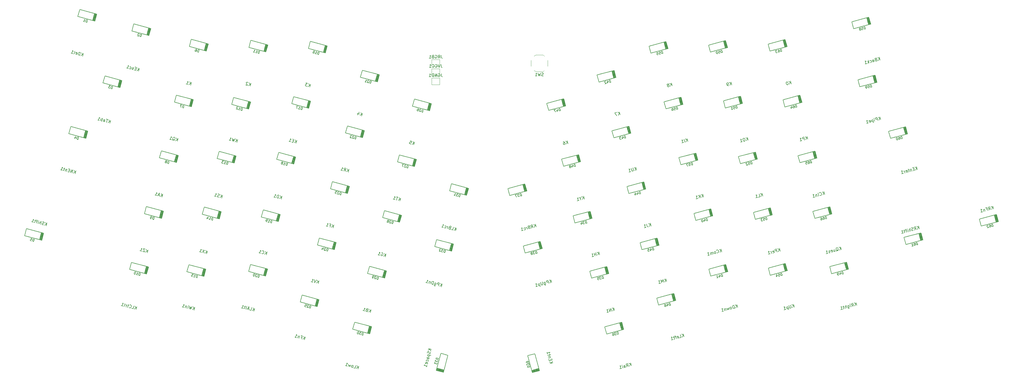
<source format=gbr>
%TF.GenerationSoftware,KiCad,Pcbnew,4.0.7*%
%TF.CreationDate,2018-09-12T19:18:30-05:00*%
%TF.ProjectId,ergo60tilt,6572676F363074696C742E6B69636164,rev?*%
%TF.FileFunction,Legend,Bot*%
%FSLAX46Y46*%
G04 Gerber Fmt 4.6, Leading zero omitted, Abs format (unit mm)*
G04 Created by KiCad (PCBNEW 4.0.7) date 09/12/18 19:18:30*
%MOMM*%
%LPD*%
G01*
G04 APERTURE LIST*
%ADD10C,0.100000*%
%ADD11C,0.200000*%
%ADD12C,0.120000*%
%ADD13C,0.150000*%
G04 APERTURE END LIST*
D10*
D11*
X34260440Y-19281762D02*
X33639274Y-21599984D01*
X34429477Y-19327056D02*
X33808311Y-21645278D01*
X34598514Y-19372349D02*
X33977348Y-21690571D01*
X34363719Y-21794099D02*
X34984884Y-19475877D01*
X34767551Y-19417642D02*
X34146385Y-21735864D01*
X34888292Y-19449995D02*
X34267126Y-21768217D01*
X34960736Y-19469406D02*
X29358367Y-17968256D01*
X29358367Y-17968256D02*
X28737201Y-20286478D01*
X28737201Y-20286478D02*
X34339571Y-21787628D01*
X52086300Y-24058186D02*
X51465134Y-26376408D01*
X52255337Y-24103480D02*
X51634171Y-26421702D01*
X52424374Y-24148773D02*
X51803208Y-26466995D01*
X52189579Y-26570523D02*
X52810744Y-24252301D01*
X52593411Y-24194066D02*
X51972245Y-26512288D01*
X52714152Y-24226419D02*
X52092986Y-26544641D01*
X52786596Y-24245830D02*
X47184227Y-22744680D01*
X47184227Y-22744680D02*
X46563061Y-25062902D01*
X46563061Y-25062902D02*
X52165431Y-26564052D01*
X42555575Y-41226447D02*
X41934409Y-43544669D01*
X42724612Y-41271741D02*
X42103446Y-43589963D01*
X42893649Y-41317034D02*
X42272483Y-43635256D01*
X42658854Y-43738784D02*
X43280019Y-41420562D01*
X43062686Y-41362327D02*
X42441520Y-43680549D01*
X43183427Y-41394680D02*
X42562261Y-43712902D01*
X43255871Y-41414091D02*
X37653502Y-39912941D01*
X37653502Y-39912941D02*
X37032336Y-42231163D01*
X37032336Y-42231163D02*
X42634706Y-43732313D01*
X31299767Y-57932474D02*
X30678601Y-60250696D01*
X31468804Y-57977768D02*
X30847638Y-60295990D01*
X31637841Y-58023061D02*
X31016675Y-60341283D01*
X31403046Y-60444811D02*
X32024211Y-58126589D01*
X31806878Y-58068354D02*
X31185712Y-60386576D01*
X31927619Y-58100707D02*
X31306453Y-60418929D01*
X32000063Y-58120118D02*
X26397694Y-56618968D01*
X26397694Y-56618968D02*
X25776528Y-58937190D01*
X25776528Y-58937190D02*
X31378898Y-60438340D01*
X16725747Y-91622461D02*
X16104581Y-93940683D01*
X16894784Y-91667755D02*
X16273618Y-93985977D01*
X17063821Y-91713048D02*
X16442655Y-94031270D01*
X16829026Y-94134798D02*
X17450191Y-91816576D01*
X17232858Y-91758341D02*
X16611692Y-94076563D01*
X17353599Y-91790694D02*
X16732433Y-94108916D01*
X17426043Y-91810105D02*
X11823674Y-90308955D01*
X11823674Y-90308955D02*
X11202508Y-92627177D01*
X11202508Y-92627177D02*
X16804878Y-94128327D01*
X71062214Y-29142767D02*
X70441048Y-31460989D01*
X71231251Y-29188061D02*
X70610085Y-31506283D01*
X71400288Y-29233354D02*
X70779122Y-31551576D01*
X71165493Y-31655104D02*
X71786658Y-29336882D01*
X71569325Y-29278647D02*
X70948159Y-31596869D01*
X71690066Y-29311000D02*
X71068900Y-31629222D01*
X71762510Y-29330411D02*
X66160141Y-27829261D01*
X66160141Y-27829261D02*
X65538975Y-30147483D01*
X65538975Y-30147483D02*
X71141345Y-31648633D01*
X66131710Y-47543654D02*
X65510544Y-49861876D01*
X66300747Y-47588948D02*
X65679581Y-49907170D01*
X66469784Y-47634241D02*
X65848618Y-49952463D01*
X66234989Y-50055991D02*
X66856154Y-47737769D01*
X66638821Y-47679534D02*
X66017655Y-49997756D01*
X66759562Y-47711887D02*
X66138396Y-50030109D01*
X66832006Y-47731298D02*
X61229637Y-46230148D01*
X61229637Y-46230148D02*
X60608471Y-48548370D01*
X60608471Y-48548370D02*
X66210841Y-50049520D01*
X61201208Y-65944541D02*
X60580042Y-68262763D01*
X61370245Y-65989835D02*
X60749079Y-68308057D01*
X61539282Y-66035128D02*
X60918116Y-68353350D01*
X61304487Y-68456878D02*
X61925652Y-66138656D01*
X61708319Y-66080421D02*
X61087153Y-68398643D01*
X61829060Y-66112774D02*
X61207894Y-68430996D01*
X61901504Y-66132185D02*
X56299135Y-64631035D01*
X56299135Y-64631035D02*
X55677969Y-66949257D01*
X55677969Y-66949257D02*
X61280339Y-68450407D01*
X56270705Y-84345428D02*
X55649539Y-86663650D01*
X56439742Y-84390722D02*
X55818576Y-86708944D01*
X56608779Y-84436015D02*
X55987613Y-86754237D01*
X56373984Y-86857765D02*
X56995149Y-84539543D01*
X56777816Y-84481308D02*
X56156650Y-86799530D01*
X56898557Y-84513661D02*
X56277391Y-86831883D01*
X56971001Y-84533072D02*
X51368632Y-83031922D01*
X51368632Y-83031922D02*
X50747466Y-85350144D01*
X50747466Y-85350144D02*
X56349836Y-86851294D01*
X51340202Y-102746315D02*
X50719036Y-105064537D01*
X51509239Y-102791609D02*
X50888073Y-105109831D01*
X51678276Y-102836902D02*
X51057110Y-105155124D01*
X51443481Y-105258652D02*
X52064646Y-102940430D01*
X51847313Y-102882195D02*
X51226147Y-105200417D01*
X51968054Y-102914548D02*
X51346888Y-105232770D01*
X52040498Y-102933959D02*
X46438129Y-101432809D01*
X46438129Y-101432809D02*
X45816963Y-103751031D01*
X45816963Y-103751031D02*
X51419333Y-105252181D01*
X90695726Y-29473048D02*
X90074560Y-31791270D01*
X90864763Y-29518342D02*
X90243597Y-31836564D01*
X91033800Y-29563635D02*
X90412634Y-31881857D01*
X90799005Y-31985385D02*
X91420170Y-29667163D01*
X91202837Y-29608928D02*
X90581671Y-31927150D01*
X91323578Y-29641281D02*
X90702412Y-31959503D01*
X91396022Y-29660692D02*
X85793653Y-28159542D01*
X85793653Y-28159542D02*
X85172487Y-30477764D01*
X85172487Y-30477764D02*
X90774857Y-31978914D01*
X85036118Y-48294884D02*
X84414952Y-50613106D01*
X85205155Y-48340178D02*
X84583989Y-50658400D01*
X85374192Y-48385471D02*
X84753026Y-50703693D01*
X85139397Y-50807221D02*
X85760562Y-48488999D01*
X85543229Y-48430764D02*
X84922063Y-50748986D01*
X85663970Y-48463117D02*
X85042804Y-50781339D01*
X85736414Y-48482528D02*
X80134045Y-46981378D01*
X80134045Y-46981378D02*
X79512879Y-49299600D01*
X79512879Y-49299600D02*
X85115249Y-50800750D01*
X80259694Y-66120744D02*
X79638528Y-68438966D01*
X80428731Y-66166038D02*
X79807565Y-68484260D01*
X80597768Y-66211331D02*
X79976602Y-68529553D01*
X80362973Y-68633081D02*
X80984138Y-66314859D01*
X80766805Y-66256624D02*
X80145639Y-68574846D01*
X80887546Y-66288977D02*
X80266380Y-68607199D01*
X80959990Y-66308388D02*
X75357621Y-64807238D01*
X75357621Y-64807238D02*
X74736455Y-67125460D01*
X74736455Y-67125460D02*
X80338825Y-68626610D01*
X75329191Y-84521630D02*
X74708025Y-86839852D01*
X75498228Y-84566924D02*
X74877062Y-86885146D01*
X75667265Y-84612217D02*
X75046099Y-86930439D01*
X75432470Y-87033967D02*
X76053635Y-84715745D01*
X75836302Y-84657510D02*
X75215136Y-86975732D01*
X75957043Y-84689863D02*
X75335877Y-87008085D01*
X76029487Y-84709274D02*
X70427118Y-83208124D01*
X70427118Y-83208124D02*
X69805952Y-85526346D01*
X69805952Y-85526346D02*
X75408322Y-87027496D01*
X70244609Y-103497545D02*
X69623443Y-105815767D01*
X70413646Y-103542839D02*
X69792480Y-105861061D01*
X70582683Y-103588132D02*
X69961517Y-105906354D01*
X70347888Y-106009882D02*
X70969053Y-103691660D01*
X70751720Y-103633425D02*
X70130554Y-105951647D01*
X70872461Y-103665778D02*
X70251295Y-105984000D01*
X70944905Y-103685189D02*
X65342536Y-102184039D01*
X65342536Y-102184039D02*
X64721370Y-104502261D01*
X64721370Y-104502261D02*
X70323740Y-106003411D01*
X110329239Y-29803329D02*
X109708073Y-32121551D01*
X110498276Y-29848623D02*
X109877110Y-32166845D01*
X110667313Y-29893916D02*
X110046147Y-32212138D01*
X110432518Y-32315666D02*
X111053683Y-29997444D01*
X110836350Y-29939209D02*
X110215184Y-32257431D01*
X110957091Y-29971562D02*
X110335925Y-32289784D01*
X111029535Y-29990973D02*
X105427166Y-28489823D01*
X105427166Y-28489823D02*
X104806000Y-30808045D01*
X104806000Y-30808045D02*
X110408370Y-32309195D01*
X104823709Y-48050138D02*
X104202543Y-50368360D01*
X104992746Y-48095432D02*
X104371580Y-50413654D01*
X105161783Y-48140725D02*
X104540617Y-50458947D01*
X104926988Y-50562475D02*
X105548153Y-48244253D01*
X105330820Y-48186018D02*
X104709654Y-50504240D01*
X105451561Y-48218371D02*
X104830395Y-50536593D01*
X105524005Y-48237782D02*
X99921636Y-46736632D01*
X99921636Y-46736632D02*
X99300470Y-49054854D01*
X99300470Y-49054854D02*
X104902840Y-50556004D01*
X99893206Y-66451025D02*
X99272040Y-68769247D01*
X100062243Y-66496319D02*
X99441077Y-68814541D01*
X100231280Y-66541612D02*
X99610114Y-68859834D01*
X99996485Y-68963362D02*
X100617650Y-66645140D01*
X100400317Y-66586905D02*
X99779151Y-68905127D01*
X100521058Y-66619258D02*
X99899892Y-68937480D01*
X100593502Y-66638669D02*
X94991133Y-65137519D01*
X94991133Y-65137519D02*
X94369967Y-67455741D01*
X94369967Y-67455741D02*
X99972337Y-68956891D01*
X94808625Y-85426939D02*
X94187459Y-87745161D01*
X94977662Y-85472233D02*
X94356496Y-87790455D01*
X95146699Y-85517526D02*
X94525533Y-87835748D01*
X94911904Y-87939276D02*
X95533069Y-85621054D01*
X95315736Y-85562819D02*
X94694570Y-87881041D01*
X95436477Y-85595172D02*
X94815311Y-87913394D01*
X95508921Y-85614583D02*
X89906552Y-84113433D01*
X89906552Y-84113433D02*
X89285386Y-86431655D01*
X89285386Y-86431655D02*
X94887756Y-87932805D01*
X90607228Y-103406877D02*
X89986062Y-105725099D01*
X90776265Y-103452171D02*
X90155099Y-105770393D01*
X90945302Y-103497464D02*
X90324136Y-105815686D01*
X90710507Y-105919214D02*
X91331672Y-103600992D01*
X91114339Y-103542757D02*
X90493173Y-105860979D01*
X91235080Y-103575110D02*
X90613914Y-105893332D01*
X91307524Y-103594521D02*
X85705155Y-102093371D01*
X85705155Y-102093371D02*
X85083989Y-104411593D01*
X85083989Y-104411593D02*
X90686359Y-105912743D01*
X127497501Y-39334054D02*
X126876335Y-41652276D01*
X127666538Y-39379348D02*
X127045372Y-41697570D01*
X127835575Y-39424641D02*
X127214409Y-41742863D01*
X127600780Y-41846391D02*
X128221945Y-39528169D01*
X128004612Y-39469934D02*
X127383446Y-41788156D01*
X128125353Y-39502287D02*
X127504187Y-41820509D01*
X128197797Y-39521698D02*
X122595428Y-38020548D01*
X122595428Y-38020548D02*
X121974262Y-40338770D01*
X121974262Y-40338770D02*
X127576632Y-41839920D01*
X122566998Y-57734941D02*
X121945832Y-60053163D01*
X122736035Y-57780235D02*
X122114869Y-60098457D01*
X122905072Y-57825528D02*
X122283906Y-60143750D01*
X122670277Y-60247278D02*
X123291442Y-57929056D01*
X123074109Y-57870821D02*
X122452943Y-60189043D01*
X123194850Y-57903174D02*
X122573684Y-60221396D01*
X123267294Y-57922585D02*
X117664925Y-56421435D01*
X117664925Y-56421435D02*
X117043759Y-58739657D01*
X117043759Y-58739657D02*
X122646129Y-60240807D01*
X117636495Y-76135827D02*
X117015329Y-78454049D01*
X117805532Y-76181121D02*
X117184366Y-78499343D01*
X117974569Y-76226414D02*
X117353403Y-78544636D01*
X117739774Y-78648164D02*
X118360939Y-76329942D01*
X118143606Y-76271707D02*
X117522440Y-78589929D01*
X118264347Y-76304060D02*
X117643181Y-78622282D01*
X118336791Y-76323471D02*
X112734422Y-74822321D01*
X112734422Y-74822321D02*
X112113256Y-77140543D01*
X112113256Y-77140543D02*
X117715626Y-78641693D01*
X113281020Y-94690793D02*
X112659854Y-97009015D01*
X113450057Y-94736087D02*
X112828891Y-97054309D01*
X113619094Y-94781380D02*
X112997928Y-97099602D01*
X113384299Y-97203130D02*
X114005464Y-94884908D01*
X113788131Y-94826673D02*
X113166965Y-97144895D01*
X113908872Y-94859026D02*
X113287706Y-97177248D01*
X113981316Y-94878437D02*
X108378947Y-93377287D01*
X108378947Y-93377287D02*
X107757781Y-95695509D01*
X107757781Y-95695509D02*
X113360151Y-97196659D01*
X107621411Y-113512628D02*
X107000245Y-115830850D01*
X107790448Y-113557922D02*
X107169282Y-115876144D01*
X107959485Y-113603215D02*
X107338319Y-115921437D01*
X107724690Y-116024965D02*
X108345855Y-113706743D01*
X108128522Y-113648508D02*
X107507356Y-115966730D01*
X108249263Y-113680861D02*
X107628097Y-115999083D01*
X108321707Y-113700272D02*
X102719338Y-112199122D01*
X102719338Y-112199122D02*
X102098172Y-114517344D01*
X102098172Y-114517344D02*
X107700542Y-116018494D01*
X144665762Y-48864779D02*
X144044596Y-51183001D01*
X144834799Y-48910073D02*
X144213633Y-51228295D01*
X145003836Y-48955366D02*
X144382670Y-51273588D01*
X144769041Y-51377116D02*
X145390206Y-49058894D01*
X145172873Y-49000659D02*
X144551707Y-51318881D01*
X145293614Y-49033012D02*
X144672448Y-51351234D01*
X145366058Y-49052423D02*
X139763689Y-47551273D01*
X139763689Y-47551273D02*
X139142523Y-49869495D01*
X139142523Y-49869495D02*
X144744893Y-51370645D01*
X139735259Y-67265665D02*
X139114093Y-69583887D01*
X139904296Y-67310959D02*
X139283130Y-69629181D01*
X140073333Y-67356252D02*
X139452167Y-69674474D01*
X139838538Y-69778002D02*
X140459703Y-67459780D01*
X140242370Y-67401545D02*
X139621204Y-69719767D01*
X140363111Y-67433898D02*
X139741945Y-69752120D01*
X140435555Y-67453309D02*
X134833186Y-65952159D01*
X134833186Y-65952159D02*
X134212020Y-68270381D01*
X134212020Y-68270381D02*
X139814390Y-69771531D01*
X134804756Y-85666552D02*
X134183590Y-87984774D01*
X134973793Y-85711846D02*
X134352627Y-88030068D01*
X135142830Y-85757139D02*
X134521664Y-88075361D01*
X134908035Y-88178889D02*
X135529200Y-85860667D01*
X135311867Y-85802432D02*
X134690701Y-88120654D01*
X135432608Y-85834785D02*
X134811442Y-88153007D01*
X135505052Y-85854196D02*
X129902683Y-84353046D01*
X129902683Y-84353046D02*
X129281517Y-86671268D01*
X129281517Y-86671268D02*
X134883887Y-88172418D01*
X129874254Y-104067440D02*
X129253088Y-106385662D01*
X130043291Y-104112734D02*
X129422125Y-106430956D01*
X130212328Y-104158027D02*
X129591162Y-106476249D01*
X129977533Y-106579777D02*
X130598698Y-104261555D01*
X130381365Y-104203320D02*
X129760199Y-106521542D01*
X130502106Y-104235673D02*
X129880940Y-106553895D01*
X130574550Y-104255084D02*
X124972181Y-102753934D01*
X124972181Y-102753934D02*
X124351015Y-105072156D01*
X124351015Y-105072156D02*
X129953385Y-106573306D01*
X124943751Y-122468326D02*
X124322585Y-124786548D01*
X125112788Y-122513620D02*
X124491622Y-124831842D01*
X125281825Y-122558913D02*
X124660659Y-124877135D01*
X125047030Y-124980663D02*
X125668195Y-122662441D01*
X125450862Y-122604206D02*
X124829696Y-124922428D01*
X125571603Y-122636559D02*
X124950437Y-124954781D01*
X125644047Y-122655970D02*
X120041678Y-121154820D01*
X120041678Y-121154820D02*
X119420512Y-123473042D01*
X119420512Y-123473042D02*
X125022882Y-124974192D01*
X156903520Y-76796390D02*
X156282354Y-79114612D01*
X157072557Y-76841684D02*
X156451391Y-79159906D01*
X157241594Y-76886977D02*
X156620428Y-79205199D01*
X157006799Y-79308727D02*
X157627964Y-76990505D01*
X157410631Y-76932270D02*
X156789465Y-79250492D01*
X157531372Y-76964623D02*
X156910206Y-79282845D01*
X157603816Y-76984034D02*
X152001447Y-75482884D01*
X152001447Y-75482884D02*
X151380281Y-77801106D01*
X151380281Y-77801106D02*
X156982651Y-79302256D01*
X151973018Y-95197277D02*
X151351852Y-97515499D01*
X152142055Y-95242571D02*
X151520889Y-97560793D01*
X152311092Y-95287864D02*
X151689926Y-97606086D01*
X152076297Y-97709614D02*
X152697462Y-95391392D01*
X152480129Y-95333157D02*
X151858963Y-97651379D01*
X152600870Y-95365510D02*
X151979704Y-97683732D01*
X152673314Y-95384921D02*
X147070945Y-93883771D01*
X147070945Y-93883771D02*
X146449779Y-96201993D01*
X146449779Y-96201993D02*
X152052149Y-97703143D01*
X149528768Y-136967636D02*
X147210546Y-136346470D01*
X149483474Y-137136673D02*
X147165252Y-136515507D01*
X149438181Y-137305710D02*
X147119959Y-136684544D01*
X147016431Y-137070915D02*
X149334653Y-137692080D01*
X149392888Y-137474747D02*
X147074666Y-136853581D01*
X149360535Y-137595488D02*
X147042313Y-136974322D01*
X149341124Y-137667932D02*
X150842274Y-132065563D01*
X150842274Y-132065563D02*
X148524052Y-131444397D01*
X148524052Y-131444397D02*
X147022902Y-137046767D01*
X197040210Y-84759682D02*
X197661376Y-87077904D01*
X197209247Y-84714388D02*
X197830413Y-87032610D01*
X197378284Y-84669095D02*
X197999450Y-86987317D01*
X198385820Y-86883789D02*
X197764655Y-84565567D01*
X197547321Y-84623802D02*
X198168487Y-86942024D01*
X197668062Y-84591449D02*
X198289228Y-86909671D01*
X197740507Y-84572038D02*
X192138137Y-86073188D01*
X192138137Y-86073188D02*
X192759303Y-88391410D01*
X192759303Y-88391410D02*
X198361672Y-86890260D01*
X202545742Y-103006491D02*
X203166908Y-105324713D01*
X202714779Y-102961197D02*
X203335945Y-105279419D01*
X202883816Y-102915904D02*
X203504982Y-105234126D01*
X203891352Y-105130598D02*
X203270187Y-102812376D01*
X203052853Y-102870611D02*
X203674019Y-105188833D01*
X203173594Y-102838258D02*
X203794760Y-105156480D01*
X203246039Y-102818847D02*
X197643669Y-104319997D01*
X197643669Y-104319997D02*
X198264835Y-106638219D01*
X198264835Y-106638219D02*
X203867204Y-105137069D01*
X207476245Y-121407378D02*
X208097411Y-123725600D01*
X207645282Y-121362084D02*
X208266448Y-123680306D01*
X207814319Y-121316791D02*
X208435485Y-123635013D01*
X208821855Y-123531485D02*
X208200690Y-121213263D01*
X207983356Y-121271498D02*
X208604522Y-123589720D01*
X208104097Y-121239145D02*
X208725263Y-123557367D01*
X208176542Y-121219734D02*
X202574172Y-122720884D01*
X202574172Y-122720884D02*
X203195338Y-125039106D01*
X203195338Y-125039106D02*
X208797707Y-123537956D01*
X175516475Y-75735441D02*
X176137641Y-78053663D01*
X175685512Y-75690147D02*
X176306678Y-78008369D01*
X175854549Y-75644854D02*
X176475715Y-77963076D01*
X176862085Y-77859548D02*
X176240920Y-75541326D01*
X176023586Y-75599561D02*
X176644752Y-77917783D01*
X176144327Y-75567208D02*
X176765493Y-77885430D01*
X176216772Y-75547797D02*
X170614402Y-77048947D01*
X170614402Y-77048947D02*
X171235568Y-79367169D01*
X171235568Y-79367169D02*
X176837937Y-77866019D01*
X180601056Y-94711356D02*
X181222222Y-97029578D01*
X180770093Y-94666062D02*
X181391259Y-96984284D01*
X180939130Y-94620769D02*
X181560296Y-96938991D01*
X181946666Y-96835463D02*
X181325501Y-94517241D01*
X181108167Y-94575476D02*
X181729333Y-96893698D01*
X181228908Y-94543123D02*
X181850074Y-96861345D01*
X181301353Y-94523712D02*
X175698983Y-96024862D01*
X175698983Y-96024862D02*
X176320149Y-98343084D01*
X176320149Y-98343084D02*
X181922518Y-96841934D01*
X180814488Y-136463148D02*
X178496266Y-137084314D01*
X180859782Y-136632185D02*
X178541560Y-137253351D01*
X180905075Y-136801222D02*
X178586853Y-137422388D01*
X178690381Y-137808758D02*
X181008603Y-137187593D01*
X180950368Y-136970259D02*
X178632146Y-137591425D01*
X180982721Y-137091000D02*
X178664499Y-137712166D01*
X181002132Y-137163445D02*
X179500982Y-131561075D01*
X179500982Y-131561075D02*
X177182760Y-132182241D01*
X177182760Y-132182241D02*
X178683910Y-137784610D01*
X236882264Y-83945043D02*
X237503430Y-86263265D01*
X237051301Y-83899749D02*
X237672467Y-86217971D01*
X237220338Y-83854456D02*
X237841504Y-86172678D01*
X238227874Y-86069150D02*
X237606709Y-83750928D01*
X237389375Y-83809163D02*
X238010541Y-86127385D01*
X237510116Y-83776810D02*
X238131282Y-86095032D01*
X237582561Y-83757399D02*
X231980191Y-85258549D01*
X231980191Y-85258549D02*
X232601357Y-87576771D01*
X232601357Y-87576771D02*
X238203726Y-86075621D01*
X241812767Y-102345929D02*
X242433933Y-104664151D01*
X241981804Y-102300635D02*
X242602970Y-104618857D01*
X242150841Y-102255342D02*
X242772007Y-104573564D01*
X243158377Y-104470036D02*
X242537212Y-102151814D01*
X242319878Y-102210049D02*
X242941044Y-104528271D01*
X242440619Y-102177696D02*
X243061785Y-104495918D01*
X242513064Y-102158285D02*
X236910694Y-103659435D01*
X236910694Y-103659435D02*
X237531860Y-105977657D01*
X237531860Y-105977657D02*
X243134229Y-104476507D01*
X204922495Y-38273105D02*
X205543661Y-40591327D01*
X205091532Y-38227811D02*
X205712698Y-40546033D01*
X205260569Y-38182518D02*
X205881735Y-40500740D01*
X206268105Y-40397212D02*
X205646940Y-38078990D01*
X205429606Y-38137225D02*
X206050772Y-40455447D01*
X205550347Y-38104872D02*
X206171513Y-40423094D01*
X205622792Y-38085461D02*
X200020422Y-39586611D01*
X200020422Y-39586611D02*
X200641588Y-41904833D01*
X200641588Y-41904833D02*
X206243957Y-40403683D01*
X209852998Y-56673993D02*
X210474164Y-58992215D01*
X210022035Y-56628699D02*
X210643201Y-58946921D01*
X210191072Y-56583406D02*
X210812238Y-58901628D01*
X211198608Y-58798100D02*
X210577443Y-56479878D01*
X210360109Y-56538113D02*
X210981275Y-58856335D01*
X210480850Y-56505760D02*
X211102016Y-58823982D01*
X210553295Y-56486349D02*
X204950925Y-57987499D01*
X204950925Y-57987499D02*
X205572091Y-60305721D01*
X205572091Y-60305721D02*
X211174460Y-58804571D01*
X214783500Y-75074880D02*
X215404666Y-77393102D01*
X214952537Y-75029586D02*
X215573703Y-77347808D01*
X215121574Y-74984293D02*
X215742740Y-77302515D01*
X216129110Y-77198987D02*
X215507945Y-74880765D01*
X215290611Y-74939000D02*
X215911777Y-77257222D01*
X215411352Y-74906647D02*
X216032518Y-77224869D01*
X215483797Y-74887236D02*
X209881427Y-76388386D01*
X209881427Y-76388386D02*
X210502593Y-78706608D01*
X210502593Y-78706608D02*
X216104962Y-77205458D01*
X219138974Y-93629845D02*
X219760140Y-95948067D01*
X219308011Y-93584551D02*
X219929177Y-95902773D01*
X219477048Y-93539258D02*
X220098214Y-95857480D01*
X220484584Y-95753952D02*
X219863419Y-93435730D01*
X219646085Y-93493965D02*
X220267251Y-95812187D01*
X219766826Y-93461612D02*
X220387992Y-95779834D01*
X219839271Y-93442201D02*
X214236901Y-94943351D01*
X214236901Y-94943351D02*
X214858067Y-97261573D01*
X214858067Y-97261573D02*
X220460436Y-95760423D01*
X224644506Y-111876654D02*
X225265672Y-114194876D01*
X224813543Y-111831360D02*
X225434709Y-114149582D01*
X224982580Y-111786067D02*
X225603746Y-114104289D01*
X225990116Y-114000761D02*
X225368951Y-111682539D01*
X225151617Y-111740774D02*
X225772783Y-114058996D01*
X225272358Y-111708421D02*
X225893524Y-114026643D01*
X225344803Y-111689010D02*
X219742433Y-113190160D01*
X219742433Y-113190160D02*
X220363599Y-115508382D01*
X220363599Y-115508382D02*
X225965968Y-114007232D01*
X188329260Y-47649752D02*
X188950426Y-49967974D01*
X188498297Y-47604458D02*
X189119463Y-49922680D01*
X188667334Y-47559165D02*
X189288500Y-49877387D01*
X189674870Y-49773859D02*
X189053705Y-47455637D01*
X188836371Y-47513872D02*
X189457537Y-49832094D01*
X188957112Y-47481519D02*
X189578278Y-49799741D01*
X189029557Y-47462108D02*
X183427187Y-48963258D01*
X183427187Y-48963258D02*
X184048353Y-51281480D01*
X184048353Y-51281480D02*
X189650722Y-49780330D01*
X193259763Y-66050639D02*
X193880929Y-68368861D01*
X193428800Y-66005345D02*
X194049966Y-68323567D01*
X193597837Y-65960052D02*
X194219003Y-68278274D01*
X194605373Y-68174746D02*
X193984208Y-65856524D01*
X193766874Y-65914759D02*
X194388040Y-68232981D01*
X193887615Y-65882406D02*
X194508781Y-68200628D01*
X193960060Y-65862995D02*
X188357690Y-67364145D01*
X188357690Y-67364145D02*
X188978856Y-69682367D01*
X188978856Y-69682367D02*
X194581225Y-68181217D01*
X281654819Y-101531289D02*
X282275985Y-103849511D01*
X281823856Y-101485995D02*
X282445022Y-103804217D01*
X281992893Y-101440702D02*
X282614059Y-103758924D01*
X283000429Y-103655396D02*
X282379264Y-101337174D01*
X282161930Y-101395409D02*
X282783096Y-103713631D01*
X282282671Y-101363056D02*
X282903837Y-103681278D01*
X282355116Y-101343645D02*
X276752746Y-102844795D01*
X276752746Y-102844795D02*
X277373912Y-105163017D01*
X277373912Y-105163017D02*
X282976281Y-103661867D01*
X241724268Y-28412100D02*
X242345434Y-30730322D01*
X241893305Y-28366806D02*
X242514471Y-30685028D01*
X242062342Y-28321513D02*
X242683508Y-30639735D01*
X243069878Y-30536207D02*
X242448713Y-28217985D01*
X242231379Y-28276220D02*
X242852545Y-30594442D01*
X242352120Y-28243867D02*
X242973286Y-30562089D01*
X242424565Y-28224456D02*
X236822195Y-29725606D01*
X236822195Y-29725606D02*
X237443361Y-32043828D01*
X237443361Y-32043828D02*
X243045730Y-30542678D01*
X246654771Y-46812987D02*
X247275937Y-49131209D01*
X246823808Y-46767693D02*
X247444974Y-49085915D01*
X246992845Y-46722400D02*
X247614011Y-49040622D01*
X248000381Y-48937094D02*
X247379216Y-46618872D01*
X247161882Y-46677107D02*
X247783048Y-48995329D01*
X247282623Y-46644754D02*
X247903789Y-48962976D01*
X247355068Y-46625343D02*
X241752698Y-48126493D01*
X241752698Y-48126493D02*
X242373864Y-50444715D01*
X242373864Y-50444715D02*
X247976233Y-48943565D01*
X251585274Y-65213874D02*
X252206440Y-67532096D01*
X251754311Y-65168580D02*
X252375477Y-67486802D01*
X251923348Y-65123287D02*
X252544514Y-67441509D01*
X252930884Y-67337981D02*
X252309719Y-65019759D01*
X252092385Y-65077994D02*
X252713551Y-67396216D01*
X252213126Y-65045641D02*
X252834292Y-67363863D01*
X252285571Y-65026230D02*
X246683201Y-66527380D01*
X246683201Y-66527380D02*
X247304367Y-68845602D01*
X247304367Y-68845602D02*
X252906736Y-67344452D01*
X256515777Y-83614761D02*
X257136943Y-85932983D01*
X256684814Y-83569467D02*
X257305980Y-85887689D01*
X256853851Y-83524174D02*
X257475017Y-85842396D01*
X257861387Y-85738868D02*
X257240222Y-83420646D01*
X257022888Y-83478881D02*
X257644054Y-85797103D01*
X257143629Y-83446528D02*
X257764795Y-85764750D01*
X257216074Y-83427117D02*
X251613704Y-84928267D01*
X251613704Y-84928267D02*
X252234870Y-87246489D01*
X252234870Y-87246489D02*
X257837239Y-85745339D01*
X261446279Y-102015648D02*
X262067445Y-104333870D01*
X261615316Y-101970354D02*
X262236482Y-104288576D01*
X261784353Y-101925061D02*
X262405519Y-104243283D01*
X262791889Y-104139755D02*
X262170724Y-101821533D01*
X261953390Y-101879768D02*
X262574556Y-104197990D01*
X262074131Y-101847415D02*
X262695297Y-104165637D01*
X262146576Y-101828004D02*
X256544206Y-103329154D01*
X256544206Y-103329154D02*
X257165372Y-105647376D01*
X257165372Y-105647376D02*
X262767741Y-104146226D01*
X222090756Y-28742382D02*
X222711922Y-31060604D01*
X222259793Y-28697088D02*
X222880959Y-31015310D01*
X222428830Y-28651795D02*
X223049996Y-30970017D01*
X223436366Y-30866489D02*
X222815201Y-28548267D01*
X222597867Y-28606502D02*
X223219033Y-30924724D01*
X222718608Y-28574149D02*
X223339774Y-30892371D01*
X222791053Y-28554738D02*
X217188683Y-30055888D01*
X217188683Y-30055888D02*
X217809849Y-32374110D01*
X217809849Y-32374110D02*
X223412218Y-30872960D01*
X227021259Y-47143268D02*
X227642425Y-49461490D01*
X227190296Y-47097974D02*
X227811462Y-49416196D01*
X227359333Y-47052681D02*
X227980499Y-49370903D01*
X228366869Y-49267375D02*
X227745704Y-46949153D01*
X227528370Y-47007388D02*
X228149536Y-49325610D01*
X227649111Y-46975035D02*
X228270277Y-49293257D01*
X227721556Y-46955624D02*
X222119186Y-48456774D01*
X222119186Y-48456774D02*
X222740352Y-50774996D01*
X222740352Y-50774996D02*
X228342721Y-49273846D01*
X231951762Y-65544155D02*
X232572928Y-67862377D01*
X232120799Y-65498861D02*
X232741965Y-67817083D01*
X232289836Y-65453568D02*
X232911002Y-67771790D01*
X233297372Y-67668262D02*
X232676207Y-65350040D01*
X232458873Y-65408275D02*
X233080039Y-67726497D01*
X232579614Y-65375922D02*
X233200780Y-67694144D01*
X232652059Y-65356511D02*
X227049689Y-66857661D01*
X227049689Y-66857661D02*
X227670855Y-69175883D01*
X227670855Y-69175883D02*
X233273224Y-67674733D01*
X288959112Y-20686065D02*
X289580278Y-23004287D01*
X289128149Y-20640771D02*
X289749315Y-22958993D01*
X289297186Y-20595478D02*
X289918352Y-22913700D01*
X290304722Y-22810172D02*
X289683557Y-20491950D01*
X289466223Y-20550185D02*
X290087389Y-22868407D01*
X289586964Y-20517832D02*
X290208130Y-22836054D01*
X289659409Y-20498421D02*
X284057039Y-21999571D01*
X284057039Y-21999571D02*
X284678205Y-24317793D01*
X284678205Y-24317793D02*
X290280574Y-22816643D01*
X291014475Y-39857343D02*
X291635641Y-42175565D01*
X291183512Y-39812049D02*
X291804678Y-42130271D01*
X291352549Y-39766756D02*
X291973715Y-42084978D01*
X292360085Y-41981450D02*
X291738920Y-39663228D01*
X291521586Y-39721463D02*
X292142752Y-42039685D01*
X291642327Y-39689110D02*
X292263493Y-42007332D01*
X291714772Y-39669699D02*
X286112402Y-41170849D01*
X286112402Y-41170849D02*
X286733568Y-43489071D01*
X286733568Y-43489071D02*
X292335937Y-41987921D01*
X301120228Y-56871526D02*
X301741394Y-59189748D01*
X301289265Y-56826232D02*
X301910431Y-59144454D01*
X301458302Y-56780939D02*
X302079468Y-59099161D01*
X302465838Y-58995633D02*
X301844673Y-56677411D01*
X301627339Y-56735646D02*
X302248505Y-59053868D01*
X301748080Y-56703293D02*
X302369246Y-59021515D01*
X301820525Y-56683882D02*
X296218155Y-58185032D01*
X296218155Y-58185032D02*
X296839321Y-60503254D01*
X296839321Y-60503254D02*
X302441690Y-59002104D01*
X306185648Y-91876709D02*
X306806814Y-94194931D01*
X306354685Y-91831415D02*
X306975851Y-94149637D01*
X306523722Y-91786122D02*
X307144888Y-94104344D01*
X307531258Y-94000816D02*
X306910093Y-91682594D01*
X306692759Y-91740829D02*
X307313925Y-94059051D01*
X306813500Y-91708476D02*
X307434666Y-94026698D01*
X306885945Y-91689065D02*
X301283575Y-93190215D01*
X301283575Y-93190215D02*
X301904741Y-95508437D01*
X301904741Y-95508437D02*
X307507110Y-94007287D01*
X331065919Y-85826373D02*
X331687085Y-88144595D01*
X331234956Y-85781079D02*
X331856122Y-88099301D01*
X331403993Y-85735786D02*
X332025159Y-88054008D01*
X332411529Y-87950480D02*
X331790364Y-85632258D01*
X331573030Y-85690493D02*
X332194196Y-88008715D01*
X331693771Y-85658140D02*
X332314937Y-87976362D01*
X331766216Y-85638729D02*
X326163846Y-87139879D01*
X326163846Y-87139879D02*
X326785012Y-89458101D01*
X326785012Y-89458101D02*
X332387381Y-87956951D01*
X261357781Y-28081819D02*
X261978947Y-30400041D01*
X261526818Y-28036525D02*
X262147984Y-30354747D01*
X261695855Y-27991232D02*
X262317021Y-30309454D01*
X262703391Y-30205926D02*
X262082226Y-27887704D01*
X261864892Y-27945939D02*
X262486058Y-30264161D01*
X261985633Y-27913586D02*
X262606799Y-30231808D01*
X262058078Y-27894175D02*
X256455708Y-29395325D01*
X256455708Y-29395325D02*
X257076874Y-31713547D01*
X257076874Y-31713547D02*
X262679243Y-30212397D01*
X266288284Y-46482707D02*
X266909450Y-48800929D01*
X266457321Y-46437413D02*
X267078487Y-48755635D01*
X266626358Y-46392120D02*
X267247524Y-48710342D01*
X267633894Y-48606814D02*
X267012729Y-46288592D01*
X266795395Y-46346827D02*
X267416561Y-48665049D01*
X266916136Y-46314474D02*
X267537302Y-48632696D01*
X266988581Y-46295063D02*
X261386211Y-47796213D01*
X261386211Y-47796213D02*
X262007377Y-50114435D01*
X262007377Y-50114435D02*
X267609746Y-48613285D01*
X271218787Y-64883593D02*
X271839953Y-67201815D01*
X271387824Y-64838299D02*
X272008990Y-67156521D01*
X271556861Y-64793006D02*
X272178027Y-67111228D01*
X272564397Y-67007700D02*
X271943232Y-64689478D01*
X271725898Y-64747713D02*
X272347064Y-67065935D01*
X271846639Y-64715360D02*
X272467805Y-67033582D01*
X271919084Y-64695949D02*
X266316714Y-66197099D01*
X266316714Y-66197099D02*
X266937880Y-68515321D01*
X266937880Y-68515321D02*
X272540249Y-67014171D01*
X276149290Y-83284480D02*
X276770456Y-85602702D01*
X276318327Y-83239186D02*
X276939493Y-85557408D01*
X276487364Y-83193893D02*
X277108530Y-85512115D01*
X277494900Y-85408587D02*
X276873735Y-83090365D01*
X276656401Y-83148600D02*
X277277567Y-85466822D01*
X276777142Y-83116247D02*
X277398308Y-85434469D01*
X276849587Y-83096836D02*
X271247217Y-84597986D01*
X271247217Y-84597986D02*
X271868383Y-86916208D01*
X271868383Y-86916208D02*
X277470752Y-85415058D01*
D12*
X179275000Y-33418750D02*
X179725000Y-32968750D01*
X182675000Y-33418750D02*
X182225000Y-32968750D01*
X182675000Y-38018750D02*
X182225000Y-38468750D01*
X179275000Y-38018750D02*
X179725000Y-38468750D01*
X183725000Y-36718750D02*
X183725000Y-34718750D01*
X179725000Y-32968750D02*
X182225000Y-32968750D01*
X178225000Y-36718750D02*
X178225000Y-34718750D01*
X179725000Y-38468750D02*
X182225000Y-38468750D01*
X145512000Y-42756000D02*
X145512000Y-41056000D01*
X145512000Y-41056000D02*
X145512000Y-40556000D01*
X145512000Y-40556000D02*
X148112000Y-40556000D01*
X148112000Y-40556000D02*
X148112000Y-42756000D01*
X148112000Y-42756000D02*
X145512000Y-42756000D01*
X145512000Y-36660000D02*
X145512000Y-34960000D01*
X145512000Y-34960000D02*
X145512000Y-34460000D01*
X145512000Y-34460000D02*
X148112000Y-34460000D01*
X148112000Y-34460000D02*
X148112000Y-36660000D01*
X148112000Y-36660000D02*
X145512000Y-36660000D01*
X145512000Y-39708000D02*
X145512000Y-38008000D01*
X145512000Y-38008000D02*
X145512000Y-37508000D01*
X145512000Y-37508000D02*
X148112000Y-37508000D01*
X148112000Y-37508000D02*
X148112000Y-39708000D01*
X148112000Y-39708000D02*
X145512000Y-39708000D01*
D13*
X31730837Y-22213867D02*
X31937892Y-21441126D01*
X31753907Y-21391827D01*
X31633655Y-21399045D01*
X31540341Y-21452919D01*
X31483824Y-21516654D01*
X31407588Y-21653983D01*
X31378009Y-21764375D01*
X31375367Y-21921424D01*
X31392444Y-22004877D01*
X31446319Y-22098192D01*
X31546851Y-22164568D01*
X31730837Y-22213867D01*
X30553327Y-21898354D02*
X30994893Y-22016671D01*
X30774111Y-21957513D02*
X30981166Y-21184772D01*
X31025181Y-21314882D01*
X31079056Y-21408197D01*
X31142790Y-21464713D01*
X49556697Y-26990291D02*
X49763752Y-26217550D01*
X49579767Y-26168251D01*
X49459515Y-26175469D01*
X49366201Y-26229343D01*
X49309684Y-26293078D01*
X49233448Y-26430407D01*
X49203869Y-26540799D01*
X49201227Y-26697848D01*
X49218304Y-26781301D01*
X49272179Y-26874616D01*
X49372711Y-26940992D01*
X49556697Y-26990291D01*
X49008089Y-26093949D02*
X48981152Y-26047292D01*
X48917417Y-25990775D01*
X48733431Y-25941476D01*
X48649978Y-25958554D01*
X48603320Y-25985491D01*
X48546803Y-26049226D01*
X48527084Y-26122820D01*
X48534301Y-26243071D01*
X48857550Y-26802955D01*
X48379187Y-26674778D01*
X40025972Y-44158552D02*
X40233027Y-43385811D01*
X40049042Y-43336512D01*
X39928790Y-43343730D01*
X39835476Y-43397604D01*
X39778959Y-43461339D01*
X39702723Y-43598668D01*
X39673144Y-43709060D01*
X39670502Y-43866109D01*
X39687579Y-43949562D01*
X39741454Y-44042877D01*
X39841986Y-44109253D01*
X40025972Y-44158552D01*
X39533881Y-43198475D02*
X39055517Y-43070298D01*
X39234220Y-43433694D01*
X39123828Y-43404115D01*
X39040374Y-43421192D01*
X38993717Y-43448129D01*
X38937200Y-43511865D01*
X38887901Y-43695850D01*
X38904979Y-43779304D01*
X38931917Y-43825962D01*
X38995651Y-43882478D01*
X39216435Y-43941637D01*
X39299888Y-43924559D01*
X39346545Y-43897621D01*
X28770164Y-60864579D02*
X28977219Y-60091838D01*
X28793234Y-60042539D01*
X28672982Y-60049757D01*
X28579668Y-60103631D01*
X28523151Y-60167366D01*
X28446915Y-60304695D01*
X28417336Y-60415087D01*
X28414694Y-60572136D01*
X28431771Y-60655589D01*
X28485646Y-60748904D01*
X28586178Y-60815280D01*
X28770164Y-60864579D01*
X27804286Y-60053625D02*
X27666249Y-60568786D01*
X28067150Y-59808547D02*
X28103239Y-60409803D01*
X27624876Y-60281626D01*
X14196144Y-94554566D02*
X14403199Y-93781825D01*
X14219214Y-93732526D01*
X14098962Y-93739744D01*
X14005648Y-93793618D01*
X13949131Y-93857353D01*
X13872895Y-93994682D01*
X13843316Y-94105074D01*
X13840674Y-94262123D01*
X13857751Y-94345576D01*
X13911626Y-94438891D01*
X14012158Y-94505267D01*
X14196144Y-94554566D01*
X13262486Y-93476172D02*
X13630459Y-93574770D01*
X13568658Y-93952601D01*
X13541721Y-93905944D01*
X13477986Y-93849428D01*
X13294000Y-93800129D01*
X13210546Y-93817206D01*
X13163889Y-93844143D01*
X13107372Y-93907879D01*
X13058073Y-94091864D01*
X13075151Y-94175318D01*
X13102089Y-94221976D01*
X13165823Y-94278492D01*
X13349809Y-94327791D01*
X13433263Y-94310714D01*
X13479920Y-94283775D01*
X68532611Y-32074872D02*
X68739666Y-31302131D01*
X68555681Y-31252832D01*
X68435429Y-31260050D01*
X68342115Y-31313924D01*
X68285598Y-31377659D01*
X68209362Y-31514988D01*
X68179783Y-31625380D01*
X68177141Y-31782429D01*
X68194218Y-31865882D01*
X68248093Y-31959197D01*
X68348625Y-32025573D01*
X68532611Y-32074872D01*
X67635751Y-31006338D02*
X67782940Y-31045777D01*
X67846674Y-31102293D01*
X67873611Y-31148950D01*
X67917627Y-31279062D01*
X67914985Y-31436110D01*
X67836106Y-31730488D01*
X67779590Y-31794222D01*
X67732933Y-31821160D01*
X67649479Y-31838237D01*
X67502290Y-31798798D01*
X67438556Y-31742282D01*
X67411618Y-31695624D01*
X67394540Y-31612170D01*
X67443839Y-31428185D01*
X67500356Y-31364449D01*
X67547013Y-31337512D01*
X67630467Y-31320435D01*
X67777656Y-31359874D01*
X67841391Y-31416391D01*
X67868328Y-31463047D01*
X67885405Y-31546502D01*
X63602107Y-50475759D02*
X63809162Y-49703018D01*
X63625177Y-49653719D01*
X63504925Y-49660937D01*
X63411611Y-49714811D01*
X63355094Y-49778546D01*
X63278858Y-49915875D01*
X63249279Y-50026267D01*
X63246637Y-50183316D01*
X63263714Y-50266769D01*
X63317589Y-50360084D01*
X63418121Y-50426460D01*
X63602107Y-50475759D01*
X63110016Y-49515682D02*
X62594855Y-49377646D01*
X62718975Y-50239124D01*
X58671605Y-68876646D02*
X58878660Y-68103905D01*
X58694675Y-68054606D01*
X58574423Y-68061824D01*
X58481109Y-68115698D01*
X58424592Y-68179433D01*
X58348356Y-68316762D01*
X58318777Y-68427154D01*
X58316135Y-68584203D01*
X58333212Y-68667656D01*
X58387087Y-68760971D01*
X58487619Y-68827347D01*
X58671605Y-68876646D01*
X57906790Y-68198445D02*
X57990245Y-68181368D01*
X58036901Y-68154429D01*
X58093418Y-68090695D01*
X58103278Y-68053898D01*
X58086200Y-67970444D01*
X58059263Y-67923787D01*
X57995528Y-67867271D01*
X57848339Y-67827831D01*
X57764886Y-67844909D01*
X57718228Y-67871846D01*
X57661711Y-67935581D01*
X57651852Y-67972378D01*
X57668929Y-68055832D01*
X57695867Y-68102489D01*
X57759601Y-68159006D01*
X57906790Y-68198445D01*
X57970525Y-68254962D01*
X57997462Y-68301618D01*
X58014540Y-68385073D01*
X57975100Y-68532262D01*
X57918584Y-68595996D01*
X57871927Y-68622934D01*
X57788473Y-68640011D01*
X57641284Y-68600572D01*
X57577550Y-68544056D01*
X57550612Y-68497398D01*
X57533534Y-68413944D01*
X57572973Y-68266755D01*
X57629490Y-68203020D01*
X57676148Y-68176083D01*
X57759601Y-68159006D01*
X53741102Y-87277533D02*
X53948157Y-86504792D01*
X53764172Y-86455493D01*
X53643920Y-86462711D01*
X53550606Y-86516585D01*
X53494089Y-86580320D01*
X53417853Y-86717649D01*
X53388274Y-86828041D01*
X53385632Y-86985090D01*
X53402709Y-87068543D01*
X53456584Y-87161858D01*
X53557116Y-87228234D01*
X53741102Y-87277533D01*
X52931565Y-87060618D02*
X52784376Y-87021179D01*
X52720641Y-86964662D01*
X52693704Y-86918005D01*
X52649688Y-86787894D01*
X52652330Y-86630846D01*
X52731208Y-86336468D01*
X52787725Y-86272733D01*
X52834383Y-86245796D01*
X52917836Y-86228718D01*
X53065025Y-86268158D01*
X53128760Y-86324674D01*
X53155697Y-86371331D01*
X53172775Y-86454785D01*
X53123476Y-86638771D01*
X53066959Y-86702505D01*
X53020302Y-86729443D01*
X52936848Y-86746521D01*
X52789659Y-86707082D01*
X52725925Y-86650565D01*
X52698987Y-86603907D01*
X52681909Y-86520454D01*
X49178571Y-105777018D02*
X49385627Y-105004277D01*
X49201641Y-104954978D01*
X49081389Y-104962196D01*
X48988075Y-105016070D01*
X48931559Y-105079805D01*
X48855323Y-105217134D01*
X48825743Y-105327526D01*
X48823101Y-105484574D01*
X48840179Y-105568028D01*
X48894054Y-105661343D01*
X48994586Y-105727719D01*
X49178571Y-105777018D01*
X48001062Y-105461505D02*
X48442628Y-105579822D01*
X48221845Y-105520664D02*
X48428900Y-104747923D01*
X48472915Y-104878033D01*
X48526790Y-104971348D01*
X48590524Y-105027864D01*
X47729754Y-104560587D02*
X47656159Y-104540868D01*
X47572705Y-104557945D01*
X47526048Y-104584882D01*
X47469531Y-104648617D01*
X47393295Y-104785946D01*
X47343996Y-104969932D01*
X47341354Y-105126980D01*
X47358432Y-105210434D01*
X47385369Y-105257092D01*
X47449103Y-105313608D01*
X47522698Y-105333328D01*
X47606152Y-105316250D01*
X47652810Y-105289312D01*
X47709326Y-105225578D01*
X47785562Y-105088249D01*
X47834861Y-104904263D01*
X47837503Y-104747215D01*
X47820426Y-104663760D01*
X47793488Y-104617104D01*
X47729754Y-104560587D01*
X88534095Y-32503751D02*
X88741151Y-31731010D01*
X88557165Y-31681711D01*
X88436913Y-31688929D01*
X88343599Y-31742803D01*
X88287083Y-31806538D01*
X88210847Y-31943867D01*
X88181267Y-32054259D01*
X88178625Y-32211307D01*
X88195703Y-32294761D01*
X88249578Y-32388076D01*
X88350110Y-32454452D01*
X88534095Y-32503751D01*
X87356586Y-32188238D02*
X87798152Y-32306555D01*
X87577369Y-32247397D02*
X87784424Y-31474656D01*
X87828439Y-31604766D01*
X87882314Y-31698081D01*
X87946048Y-31754597D01*
X86620642Y-31991042D02*
X87062208Y-32109360D01*
X86841425Y-32050201D02*
X87048481Y-31277460D01*
X87092495Y-31407571D01*
X87146371Y-31500885D01*
X87210105Y-31557402D01*
X82874487Y-51325587D02*
X83081543Y-50552846D01*
X82897557Y-50503547D01*
X82777305Y-50510765D01*
X82683991Y-50564639D01*
X82627475Y-50628374D01*
X82551239Y-50765703D01*
X82521659Y-50876095D01*
X82519017Y-51033143D01*
X82536095Y-51116597D01*
X82589970Y-51209912D01*
X82690502Y-51276288D01*
X82874487Y-51325587D01*
X81696978Y-51010074D02*
X82138544Y-51128391D01*
X81917761Y-51069233D02*
X82124816Y-50296492D01*
X82168831Y-50426602D01*
X82222706Y-50519917D01*
X82286440Y-50576433D01*
X81589936Y-50232049D02*
X81562999Y-50185392D01*
X81499263Y-50128876D01*
X81315278Y-50079577D01*
X81231824Y-50096654D01*
X81185167Y-50123591D01*
X81128650Y-50187326D01*
X81108930Y-50260920D01*
X81116148Y-50381172D01*
X81439397Y-50941055D01*
X80961034Y-50812878D01*
X78098063Y-69151447D02*
X78305119Y-68378706D01*
X78121133Y-68329407D01*
X78000881Y-68336625D01*
X77907567Y-68390499D01*
X77851051Y-68454234D01*
X77774815Y-68591563D01*
X77745235Y-68701955D01*
X77742593Y-68859003D01*
X77759671Y-68942457D01*
X77813546Y-69035772D01*
X77914078Y-69102148D01*
X78098063Y-69151447D01*
X76920554Y-68835934D02*
X77362120Y-68954251D01*
X77141337Y-68895093D02*
X77348392Y-68122352D01*
X77392407Y-68252462D01*
X77446282Y-68345777D01*
X77510016Y-68402293D01*
X76870028Y-67994175D02*
X76391665Y-67865998D01*
X76570367Y-68229394D01*
X76459976Y-68199814D01*
X76376522Y-68216892D01*
X76329864Y-68243829D01*
X76273348Y-68307564D01*
X76224049Y-68491550D01*
X76241126Y-68575003D01*
X76268064Y-68621661D01*
X76331799Y-68678177D01*
X76552582Y-68737336D01*
X76636036Y-68720259D01*
X76682693Y-68693321D01*
X73167560Y-87552333D02*
X73374616Y-86779592D01*
X73190630Y-86730293D01*
X73070378Y-86737511D01*
X72977064Y-86791385D01*
X72920548Y-86855120D01*
X72844312Y-86992449D01*
X72814732Y-87102841D01*
X72812090Y-87259889D01*
X72829168Y-87343343D01*
X72883043Y-87436658D01*
X72983575Y-87503034D01*
X73167560Y-87552333D01*
X71990051Y-87236820D02*
X72431617Y-87355137D01*
X72210834Y-87295979D02*
X72417889Y-86523238D01*
X72461904Y-86653348D01*
X72515779Y-86746663D01*
X72579513Y-86803179D01*
X71465739Y-86544183D02*
X71327702Y-87059344D01*
X71728602Y-86299105D02*
X71764692Y-86900361D01*
X71286328Y-86772184D01*
X68082978Y-106528248D02*
X68290034Y-105755507D01*
X68106048Y-105706208D01*
X67985796Y-105713426D01*
X67892482Y-105767300D01*
X67835966Y-105831035D01*
X67759730Y-105968364D01*
X67730150Y-106078756D01*
X67727508Y-106235804D01*
X67744586Y-106319258D01*
X67798461Y-106412573D01*
X67898993Y-106478949D01*
X68082978Y-106528248D01*
X66905469Y-106212735D02*
X67347035Y-106331052D01*
X67126252Y-106271894D02*
X67333307Y-105499153D01*
X67377322Y-105629263D01*
X67431197Y-105722578D01*
X67494931Y-105779094D01*
X66413377Y-105252658D02*
X66781349Y-105351256D01*
X66719549Y-105729087D01*
X66692611Y-105682431D01*
X66628876Y-105625914D01*
X66444891Y-105576615D01*
X66361437Y-105593693D01*
X66314779Y-105620630D01*
X66258263Y-105684365D01*
X66208964Y-105868351D01*
X66226041Y-105951804D01*
X66252979Y-105998462D01*
X66316714Y-106054978D01*
X66500699Y-106104277D01*
X66584154Y-106087200D01*
X66630811Y-106060262D01*
X108167608Y-32834032D02*
X108374664Y-32061291D01*
X108190678Y-32011992D01*
X108070426Y-32019210D01*
X107977112Y-32073084D01*
X107920596Y-32136819D01*
X107844360Y-32274148D01*
X107814780Y-32384540D01*
X107812138Y-32541588D01*
X107829216Y-32625042D01*
X107883091Y-32718357D01*
X107983623Y-32784733D01*
X108167608Y-32834032D01*
X106990099Y-32518519D02*
X107431665Y-32636836D01*
X107210882Y-32577678D02*
X107417937Y-31804937D01*
X107461952Y-31935047D01*
X107515827Y-32028362D01*
X107579561Y-32084878D01*
X106534805Y-31568302D02*
X106681994Y-31607741D01*
X106745728Y-31664258D01*
X106772665Y-31710914D01*
X106816680Y-31841026D01*
X106814038Y-31998074D01*
X106735160Y-32292452D01*
X106678644Y-32356186D01*
X106631987Y-32383124D01*
X106548532Y-32400202D01*
X106401344Y-32360762D01*
X106337609Y-32304246D01*
X106310671Y-32257588D01*
X106293594Y-32174135D01*
X106342893Y-31990149D01*
X106399409Y-31926414D01*
X106446067Y-31899477D01*
X106529521Y-31882399D01*
X106676709Y-31921838D01*
X106740444Y-31978355D01*
X106767382Y-32025012D01*
X106784459Y-32108466D01*
X102662078Y-51080841D02*
X102869134Y-50308100D01*
X102685148Y-50258801D01*
X102564896Y-50266019D01*
X102471582Y-50319893D01*
X102415066Y-50383628D01*
X102338830Y-50520957D01*
X102309250Y-50631349D01*
X102306608Y-50788397D01*
X102323686Y-50871851D01*
X102377561Y-50965166D01*
X102478093Y-51031542D01*
X102662078Y-51080841D01*
X101484569Y-50765328D02*
X101926135Y-50883645D01*
X101705352Y-50824487D02*
X101912407Y-50051746D01*
X101956422Y-50181856D01*
X102010297Y-50275171D01*
X102074031Y-50331687D01*
X101434043Y-49923569D02*
X100918883Y-49785532D01*
X101043002Y-50647011D01*
X97731575Y-69481728D02*
X97938631Y-68708987D01*
X97754645Y-68659688D01*
X97634393Y-68666906D01*
X97541079Y-68720780D01*
X97484563Y-68784515D01*
X97408327Y-68921844D01*
X97378747Y-69032236D01*
X97376105Y-69189284D01*
X97393183Y-69272738D01*
X97447058Y-69366053D01*
X97547590Y-69432429D01*
X97731575Y-69481728D01*
X96554066Y-69166215D02*
X96995632Y-69284532D01*
X96774849Y-69225374D02*
X96981904Y-68452633D01*
X97025919Y-68582743D01*
X97079794Y-68676058D01*
X97143528Y-68732574D01*
X96230817Y-68606331D02*
X96314271Y-68589254D01*
X96360928Y-68562316D01*
X96417444Y-68498582D01*
X96427304Y-68461785D01*
X96410227Y-68378330D01*
X96383290Y-68331674D01*
X96319555Y-68275157D01*
X96172366Y-68235718D01*
X96088912Y-68252795D01*
X96042255Y-68279732D01*
X95985738Y-68343467D01*
X95975878Y-68380264D01*
X95992956Y-68463718D01*
X96019894Y-68510376D01*
X96083628Y-68566892D01*
X96230817Y-68606331D01*
X96294552Y-68662848D01*
X96321489Y-68709505D01*
X96338566Y-68792959D01*
X96299127Y-68940148D01*
X96242611Y-69003882D01*
X96195954Y-69030820D01*
X96112499Y-69047898D01*
X95965311Y-69008458D01*
X95901576Y-68951942D01*
X95874638Y-68905284D01*
X95857561Y-68821831D01*
X95897000Y-68674642D01*
X95953517Y-68610907D01*
X96000174Y-68583970D01*
X96083628Y-68566892D01*
X92646994Y-88457642D02*
X92854050Y-87684901D01*
X92670064Y-87635602D01*
X92549812Y-87642820D01*
X92456498Y-87696694D01*
X92399982Y-87760429D01*
X92323746Y-87897758D01*
X92294166Y-88008150D01*
X92291524Y-88165198D01*
X92308602Y-88248652D01*
X92362477Y-88341967D01*
X92463009Y-88408343D01*
X92646994Y-88457642D01*
X91469485Y-88142129D02*
X91911051Y-88260446D01*
X91690268Y-88201288D02*
X91897323Y-87428547D01*
X91941338Y-87558657D01*
X91995213Y-87651972D01*
X92058947Y-87708488D01*
X91101513Y-88043531D02*
X90954324Y-88004092D01*
X90890589Y-87947576D01*
X90863652Y-87900918D01*
X90819637Y-87770807D01*
X90822279Y-87613759D01*
X90901157Y-87319381D01*
X90957674Y-87255646D01*
X91004331Y-87228709D01*
X91087785Y-87211632D01*
X91234974Y-87251071D01*
X91298709Y-87307588D01*
X91325646Y-87354244D01*
X91342723Y-87437699D01*
X91293424Y-87621684D01*
X91236908Y-87685419D01*
X91190251Y-87712357D01*
X91106796Y-87729434D01*
X90959608Y-87689995D01*
X90895874Y-87633479D01*
X90868936Y-87586821D01*
X90851858Y-87503367D01*
X88445597Y-106437580D02*
X88652653Y-105664839D01*
X88468667Y-105615540D01*
X88348415Y-105622758D01*
X88255101Y-105676632D01*
X88198585Y-105740367D01*
X88122349Y-105877696D01*
X88092769Y-105988088D01*
X88090127Y-106145136D01*
X88107205Y-106228590D01*
X88161080Y-106321905D01*
X88261612Y-106388281D01*
X88445597Y-106437580D01*
X87896990Y-105541237D02*
X87870052Y-105494581D01*
X87806317Y-105438064D01*
X87622331Y-105388765D01*
X87538878Y-105405843D01*
X87492220Y-105432780D01*
X87435704Y-105496515D01*
X87415984Y-105570109D01*
X87423202Y-105690360D01*
X87746451Y-106250244D01*
X87268088Y-106122067D01*
X86996780Y-105221149D02*
X86923185Y-105201430D01*
X86839731Y-105218507D01*
X86793074Y-105245444D01*
X86736557Y-105309179D01*
X86660321Y-105446508D01*
X86611022Y-105630494D01*
X86608380Y-105787542D01*
X86625458Y-105870996D01*
X86652395Y-105917654D01*
X86716129Y-105974170D01*
X86789724Y-105993890D01*
X86873178Y-105976812D01*
X86919836Y-105949874D01*
X86976352Y-105886140D01*
X87052588Y-105748811D01*
X87101887Y-105564825D01*
X87104529Y-105407777D01*
X87087452Y-105324322D01*
X87060514Y-105277666D01*
X86996780Y-105221149D01*
X125335870Y-42364757D02*
X125542926Y-41592016D01*
X125358940Y-41542717D01*
X125238688Y-41549935D01*
X125145374Y-41603809D01*
X125088858Y-41667544D01*
X125012622Y-41804873D01*
X124983042Y-41915265D01*
X124980400Y-42072313D01*
X124997478Y-42155767D01*
X125051353Y-42249082D01*
X125151885Y-42315458D01*
X125335870Y-42364757D01*
X124787263Y-41468414D02*
X124760325Y-41421758D01*
X124696590Y-41365241D01*
X124512604Y-41315942D01*
X124429151Y-41333020D01*
X124382493Y-41359957D01*
X124325977Y-41423692D01*
X124306257Y-41497286D01*
X124313475Y-41617537D01*
X124636724Y-42177421D01*
X124158361Y-42049244D01*
X123422417Y-41852048D02*
X123863983Y-41970366D01*
X123643200Y-41911207D02*
X123850256Y-41138466D01*
X123894270Y-41268577D01*
X123948146Y-41361891D01*
X124011880Y-41418408D01*
X120405367Y-60765644D02*
X120612423Y-59992903D01*
X120428437Y-59943604D01*
X120308185Y-59950822D01*
X120214871Y-60004696D01*
X120158355Y-60068431D01*
X120082119Y-60205760D01*
X120052539Y-60316152D01*
X120049897Y-60473200D01*
X120066975Y-60556654D01*
X120120850Y-60649969D01*
X120221382Y-60716345D01*
X120405367Y-60765644D01*
X119856760Y-59869301D02*
X119829822Y-59822645D01*
X119766087Y-59766128D01*
X119582101Y-59716829D01*
X119498648Y-59733907D01*
X119451990Y-59760844D01*
X119395474Y-59824579D01*
X119375754Y-59898173D01*
X119382972Y-60018424D01*
X119706221Y-60578308D01*
X119227858Y-60450131D01*
X119120816Y-59672106D02*
X119093879Y-59625449D01*
X119030143Y-59568933D01*
X118846158Y-59519634D01*
X118762704Y-59536711D01*
X118716047Y-59563648D01*
X118659530Y-59627383D01*
X118639810Y-59700977D01*
X118647028Y-59821229D01*
X118970277Y-60381112D01*
X118491914Y-60252935D01*
X115474864Y-79166530D02*
X115681920Y-78393789D01*
X115497934Y-78344490D01*
X115377682Y-78351708D01*
X115284368Y-78405582D01*
X115227852Y-78469317D01*
X115151616Y-78606646D01*
X115122036Y-78717038D01*
X115119394Y-78874086D01*
X115136472Y-78957540D01*
X115190347Y-79050855D01*
X115290879Y-79117231D01*
X115474864Y-79166530D01*
X114926257Y-78270187D02*
X114899319Y-78223531D01*
X114835584Y-78167014D01*
X114651598Y-78117715D01*
X114568145Y-78134793D01*
X114521487Y-78161730D01*
X114464971Y-78225465D01*
X114445251Y-78299059D01*
X114452469Y-78419310D01*
X114775718Y-78979194D01*
X114297355Y-78851017D01*
X114246829Y-78009258D02*
X113768466Y-77881081D01*
X113947168Y-78244477D01*
X113836777Y-78214897D01*
X113753323Y-78231975D01*
X113706665Y-78258912D01*
X113650149Y-78322647D01*
X113600850Y-78506633D01*
X113617927Y-78590086D01*
X113644865Y-78636744D01*
X113708600Y-78693260D01*
X113929383Y-78752419D01*
X114012837Y-78735342D01*
X114059494Y-78708404D01*
X111119389Y-97721496D02*
X111326445Y-96948755D01*
X111142459Y-96899456D01*
X111022207Y-96906674D01*
X110928893Y-96960548D01*
X110872377Y-97024283D01*
X110796141Y-97161612D01*
X110766561Y-97272004D01*
X110763919Y-97429052D01*
X110780997Y-97512506D01*
X110834872Y-97605821D01*
X110935404Y-97672197D01*
X111119389Y-97721496D01*
X110570782Y-96825153D02*
X110543844Y-96778497D01*
X110480109Y-96721980D01*
X110296123Y-96672681D01*
X110212670Y-96689759D01*
X110166012Y-96716696D01*
X110109496Y-96780431D01*
X110089776Y-96854025D01*
X110096994Y-96974276D01*
X110420243Y-97534160D01*
X109941880Y-97405983D01*
X109417568Y-96713346D02*
X109279531Y-97228507D01*
X109680431Y-96468268D02*
X109716521Y-97069524D01*
X109238157Y-96941347D01*
X105459780Y-116543331D02*
X105666836Y-115770590D01*
X105482850Y-115721291D01*
X105362598Y-115728509D01*
X105269284Y-115782383D01*
X105212768Y-115846118D01*
X105136532Y-115983447D01*
X105106952Y-116093839D01*
X105104310Y-116250887D01*
X105121388Y-116334341D01*
X105175263Y-116427656D01*
X105275795Y-116494032D01*
X105459780Y-116543331D01*
X104911173Y-115646988D02*
X104884235Y-115600332D01*
X104820500Y-115543815D01*
X104636514Y-115494516D01*
X104553061Y-115511594D01*
X104506403Y-115538531D01*
X104449887Y-115602266D01*
X104430167Y-115675860D01*
X104437385Y-115796111D01*
X104760634Y-116355995D01*
X104282271Y-116227818D01*
X103790179Y-115267741D02*
X104158151Y-115366339D01*
X104096351Y-115744170D01*
X104069413Y-115697514D01*
X104005678Y-115640997D01*
X103821693Y-115591698D01*
X103738239Y-115608776D01*
X103691581Y-115635713D01*
X103635065Y-115699448D01*
X103585766Y-115883434D01*
X103602843Y-115966887D01*
X103629781Y-116013545D01*
X103693516Y-116070061D01*
X103877501Y-116119360D01*
X103960956Y-116102283D01*
X104007613Y-116075345D01*
X142504131Y-51895482D02*
X142711187Y-51122741D01*
X142527201Y-51073442D01*
X142406949Y-51080660D01*
X142313635Y-51134534D01*
X142257119Y-51198269D01*
X142180883Y-51335598D01*
X142151303Y-51445990D01*
X142148661Y-51603038D01*
X142165739Y-51686492D01*
X142219614Y-51779807D01*
X142320146Y-51846183D01*
X142504131Y-51895482D01*
X141955524Y-50999139D02*
X141928586Y-50952483D01*
X141864851Y-50895966D01*
X141680865Y-50846667D01*
X141597412Y-50863745D01*
X141550754Y-50890682D01*
X141494238Y-50954417D01*
X141474518Y-51028011D01*
X141481736Y-51148262D01*
X141804985Y-51708146D01*
X141326622Y-51579969D01*
X140871328Y-50629752D02*
X141018517Y-50669191D01*
X141082251Y-50725708D01*
X141109188Y-50772364D01*
X141153203Y-50902476D01*
X141150561Y-51059524D01*
X141071683Y-51353902D01*
X141015167Y-51417636D01*
X140968510Y-51444574D01*
X140885055Y-51461652D01*
X140737867Y-51422212D01*
X140674132Y-51365696D01*
X140647194Y-51319038D01*
X140630117Y-51235585D01*
X140679416Y-51051599D01*
X140735932Y-50987864D01*
X140782590Y-50960927D01*
X140866044Y-50943849D01*
X141013232Y-50983288D01*
X141076967Y-51039805D01*
X141103905Y-51086462D01*
X141120982Y-51169916D01*
X137573628Y-70296368D02*
X137780684Y-69523627D01*
X137596698Y-69474328D01*
X137476446Y-69481546D01*
X137383132Y-69535420D01*
X137326616Y-69599155D01*
X137250380Y-69736484D01*
X137220800Y-69846876D01*
X137218158Y-70003924D01*
X137235236Y-70087378D01*
X137289111Y-70180693D01*
X137389643Y-70247069D01*
X137573628Y-70296368D01*
X137025021Y-69400025D02*
X136998083Y-69353369D01*
X136934348Y-69296852D01*
X136750362Y-69247553D01*
X136666909Y-69264631D01*
X136620251Y-69291568D01*
X136563735Y-69355303D01*
X136544015Y-69428897D01*
X136551233Y-69549148D01*
X136874482Y-70109032D01*
X136396119Y-69980855D01*
X136345593Y-69139096D02*
X135830433Y-69001059D01*
X135954552Y-69862538D01*
X132643125Y-88697255D02*
X132850181Y-87924514D01*
X132666195Y-87875215D01*
X132545943Y-87882433D01*
X132452629Y-87936307D01*
X132396113Y-88000042D01*
X132319877Y-88137371D01*
X132290297Y-88247763D01*
X132287655Y-88404811D01*
X132304733Y-88488265D01*
X132358608Y-88581580D01*
X132459140Y-88647956D01*
X132643125Y-88697255D01*
X132094518Y-87800912D02*
X132067580Y-87754256D01*
X132003845Y-87697739D01*
X131819859Y-87648440D01*
X131736406Y-87665518D01*
X131689748Y-87692455D01*
X131633232Y-87756190D01*
X131613512Y-87829784D01*
X131620730Y-87950035D01*
X131943979Y-88509919D01*
X131465616Y-88381742D01*
X131142367Y-87821858D02*
X131225821Y-87804781D01*
X131272478Y-87777843D01*
X131328994Y-87714109D01*
X131338854Y-87677312D01*
X131321777Y-87593857D01*
X131294840Y-87547201D01*
X131231105Y-87490684D01*
X131083916Y-87451245D01*
X131000462Y-87468322D01*
X130953805Y-87495259D01*
X130897288Y-87558994D01*
X130887428Y-87595791D01*
X130904506Y-87679245D01*
X130931444Y-87725903D01*
X130995178Y-87782419D01*
X131142367Y-87821858D01*
X131206102Y-87878375D01*
X131233039Y-87925032D01*
X131250116Y-88008486D01*
X131210677Y-88155675D01*
X131154161Y-88219409D01*
X131107504Y-88246347D01*
X131024049Y-88263425D01*
X130876861Y-88223985D01*
X130813126Y-88167469D01*
X130786188Y-88120811D01*
X130769111Y-88037358D01*
X130808550Y-87890169D01*
X130865067Y-87826434D01*
X130911724Y-87799497D01*
X130995178Y-87782419D01*
X127712623Y-107098143D02*
X127919679Y-106325402D01*
X127735693Y-106276103D01*
X127615441Y-106283321D01*
X127522127Y-106337195D01*
X127465611Y-106400930D01*
X127389375Y-106538259D01*
X127359795Y-106648651D01*
X127357153Y-106805699D01*
X127374231Y-106889153D01*
X127428106Y-106982468D01*
X127528638Y-107048844D01*
X127712623Y-107098143D01*
X127164016Y-106201800D02*
X127137078Y-106155144D01*
X127073343Y-106098627D01*
X126889357Y-106049328D01*
X126805904Y-106066406D01*
X126759246Y-106093343D01*
X126702730Y-106157078D01*
X126683010Y-106230672D01*
X126690228Y-106350923D01*
X127013477Y-106910807D01*
X126535114Y-106782630D01*
X126167142Y-106684032D02*
X126019953Y-106644593D01*
X125956218Y-106588077D01*
X125929281Y-106541419D01*
X125885266Y-106411308D01*
X125887908Y-106254260D01*
X125966786Y-105959882D01*
X126023303Y-105896147D01*
X126069960Y-105869210D01*
X126153414Y-105852133D01*
X126300603Y-105891572D01*
X126364338Y-105948089D01*
X126391275Y-105994745D01*
X126408352Y-106078200D01*
X126359053Y-106262185D01*
X126302537Y-106325920D01*
X126255880Y-106352858D01*
X126172425Y-106369935D01*
X126025237Y-106330496D01*
X125961503Y-106273980D01*
X125934565Y-106227322D01*
X125917487Y-106143868D01*
X122782120Y-125499029D02*
X122989176Y-124726288D01*
X122805190Y-124676989D01*
X122684938Y-124684207D01*
X122591624Y-124738081D01*
X122535108Y-124801816D01*
X122458872Y-124939145D01*
X122429292Y-125049537D01*
X122426650Y-125206585D01*
X122443728Y-125290039D01*
X122497603Y-125383354D01*
X122598135Y-125449730D01*
X122782120Y-125499029D01*
X122290029Y-124538952D02*
X121811666Y-124410775D01*
X121990368Y-124774171D01*
X121879976Y-124744592D01*
X121796523Y-124761669D01*
X121749865Y-124788606D01*
X121693348Y-124852341D01*
X121644050Y-125036327D01*
X121661127Y-125119781D01*
X121688065Y-125166439D01*
X121751799Y-125222955D01*
X121972583Y-125282114D01*
X122056036Y-125265036D01*
X122102693Y-125238098D01*
X121333303Y-124282598D02*
X121259708Y-124262879D01*
X121176254Y-124279956D01*
X121129597Y-124306893D01*
X121073080Y-124370628D01*
X120996844Y-124507957D01*
X120947545Y-124691943D01*
X120944903Y-124848991D01*
X120961981Y-124932445D01*
X120988918Y-124979103D01*
X121052652Y-125035619D01*
X121126247Y-125055339D01*
X121209701Y-125038261D01*
X121256359Y-125011323D01*
X121312875Y-124947589D01*
X121389111Y-124810260D01*
X121438410Y-124626274D01*
X121441052Y-124469226D01*
X121423975Y-124385771D01*
X121397037Y-124339115D01*
X121333303Y-124282598D01*
X154741889Y-79827093D02*
X154948945Y-79054352D01*
X154764959Y-79005053D01*
X154644707Y-79012271D01*
X154551393Y-79066145D01*
X154494877Y-79129880D01*
X154418641Y-79267209D01*
X154389061Y-79377601D01*
X154386419Y-79534649D01*
X154403497Y-79618103D01*
X154457372Y-79711418D01*
X154557904Y-79777794D01*
X154741889Y-79827093D01*
X154249798Y-78867016D02*
X153771435Y-78738839D01*
X153950137Y-79102235D01*
X153839745Y-79072656D01*
X153756292Y-79089733D01*
X153709634Y-79116670D01*
X153653117Y-79180405D01*
X153603819Y-79364391D01*
X153620896Y-79447845D01*
X153647834Y-79494503D01*
X153711568Y-79551019D01*
X153932352Y-79610178D01*
X154015805Y-79593100D01*
X154062462Y-79566162D01*
X152828436Y-79314384D02*
X153270002Y-79432702D01*
X153049219Y-79373543D02*
X153256275Y-78600802D01*
X153300289Y-78730913D01*
X153354165Y-78824227D01*
X153417899Y-78880744D01*
X149811387Y-98227980D02*
X150018443Y-97455239D01*
X149834457Y-97405940D01*
X149714205Y-97413158D01*
X149620891Y-97467032D01*
X149564375Y-97530767D01*
X149488139Y-97668096D01*
X149458559Y-97778488D01*
X149455917Y-97935536D01*
X149472995Y-98018990D01*
X149526870Y-98112305D01*
X149627402Y-98178681D01*
X149811387Y-98227980D01*
X149319296Y-97267903D02*
X148840933Y-97139726D01*
X149019635Y-97503122D01*
X148909243Y-97473543D01*
X148825790Y-97490620D01*
X148779132Y-97517557D01*
X148722615Y-97581292D01*
X148673317Y-97765278D01*
X148690394Y-97848732D01*
X148717332Y-97895390D01*
X148781066Y-97951906D01*
X149001850Y-98011065D01*
X149085303Y-97993987D01*
X149131960Y-97967049D01*
X148526836Y-97134442D02*
X148499899Y-97087785D01*
X148436163Y-97031269D01*
X148252178Y-96981970D01*
X148168724Y-96999047D01*
X148122067Y-97025984D01*
X148065550Y-97089719D01*
X148045830Y-97163313D01*
X148053048Y-97283565D01*
X148376297Y-97843448D01*
X147897934Y-97715271D01*
X147700061Y-133116685D02*
X146927320Y-132909629D01*
X146878021Y-133093615D01*
X146885239Y-133213867D01*
X146939113Y-133307181D01*
X147002848Y-133363697D01*
X147140177Y-133439933D01*
X147250569Y-133469513D01*
X147407617Y-133472155D01*
X147491071Y-133455077D01*
X147584386Y-133401202D01*
X147650762Y-133300670D01*
X147700061Y-133116685D01*
X146739984Y-133608776D02*
X146611807Y-134087139D01*
X146975203Y-133908437D01*
X146945624Y-134018829D01*
X146962701Y-134102282D01*
X146989638Y-134148940D01*
X147053373Y-134205457D01*
X147237359Y-134254755D01*
X147320813Y-134237678D01*
X147367471Y-134210740D01*
X147423987Y-134147006D01*
X147483146Y-133926222D01*
X147466068Y-133842769D01*
X147439130Y-133796112D01*
X146542789Y-134344720D02*
X146414612Y-134823083D01*
X146778008Y-134644381D01*
X146748428Y-134754772D01*
X146765506Y-134838226D01*
X146792443Y-134884884D01*
X146856178Y-134941400D01*
X147040164Y-134990699D01*
X147123617Y-134973622D01*
X147170275Y-134946684D01*
X147226791Y-134882949D01*
X147285950Y-134662166D01*
X147268873Y-134578712D01*
X147241935Y-134532055D01*
X196683535Y-88465162D02*
X196476480Y-87692421D01*
X196292494Y-87741720D01*
X196191962Y-87808097D01*
X196138087Y-87901410D01*
X196121010Y-87984865D01*
X196123652Y-88141913D01*
X196153231Y-88252305D01*
X196229467Y-88389634D01*
X196285984Y-88453368D01*
X196379298Y-88507243D01*
X196499550Y-88514461D01*
X196683535Y-88465162D01*
X195777333Y-87879757D02*
X195298970Y-88007934D01*
X195635429Y-88233293D01*
X195525037Y-88262873D01*
X195461303Y-88319389D01*
X195434365Y-88366046D01*
X195417287Y-88449500D01*
X195466586Y-88633486D01*
X195523103Y-88697220D01*
X195569760Y-88724158D01*
X195653214Y-88741236D01*
X195873998Y-88682077D01*
X195937732Y-88625561D01*
X195964669Y-88578903D01*
X194705639Y-88442990D02*
X194843676Y-88958151D01*
X194810747Y-88099314D02*
X195142629Y-88601973D01*
X194664266Y-88730150D01*
X202189067Y-106711971D02*
X201982012Y-105939230D01*
X201798026Y-105988529D01*
X201697494Y-106054906D01*
X201643619Y-106148219D01*
X201626542Y-106231674D01*
X201629184Y-106388722D01*
X201658763Y-106499114D01*
X201734999Y-106636443D01*
X201791516Y-106700177D01*
X201884830Y-106754052D01*
X202005082Y-106761270D01*
X202189067Y-106711971D01*
X201282865Y-106126566D02*
X200804502Y-106254743D01*
X201140961Y-106480102D01*
X201030569Y-106509682D01*
X200966835Y-106566198D01*
X200939897Y-106612855D01*
X200922819Y-106696309D01*
X200972118Y-106880295D01*
X201028635Y-106944029D01*
X201075292Y-106970967D01*
X201158746Y-106988045D01*
X201379530Y-106928886D01*
X201443264Y-106872370D01*
X201470201Y-106825712D01*
X200105355Y-106442079D02*
X200473328Y-106343481D01*
X200608722Y-106701593D01*
X200562066Y-106674656D01*
X200478611Y-106657578D01*
X200294625Y-106706877D01*
X200230891Y-106763394D01*
X200203953Y-106810050D01*
X200186876Y-106893505D01*
X200236174Y-107077491D01*
X200292691Y-107141225D01*
X200339349Y-107168163D01*
X200422802Y-107185240D01*
X200606788Y-107135942D01*
X200670523Y-107079425D01*
X200697460Y-107032767D01*
X207119570Y-125112858D02*
X206912515Y-124340117D01*
X206728529Y-124389416D01*
X206627997Y-124455793D01*
X206574122Y-124549106D01*
X206557045Y-124632561D01*
X206559687Y-124789609D01*
X206589266Y-124900001D01*
X206665502Y-125037330D01*
X206722019Y-125101064D01*
X206815333Y-125154939D01*
X206935585Y-125162157D01*
X207119570Y-125112858D01*
X206213368Y-124527453D02*
X205735005Y-124655630D01*
X206071464Y-124880989D01*
X205961072Y-124910569D01*
X205897338Y-124967085D01*
X205870400Y-125013742D01*
X205853322Y-125097196D01*
X205902621Y-125281182D01*
X205959138Y-125344916D01*
X206005795Y-125371854D01*
X206089249Y-125388932D01*
X206310033Y-125329773D01*
X206373767Y-125273257D01*
X206400704Y-125226599D01*
X205072656Y-124833106D02*
X205219845Y-124793667D01*
X205303299Y-124810744D01*
X205349955Y-124837682D01*
X205453129Y-124928354D01*
X205529366Y-125065683D01*
X205608244Y-125360060D01*
X205591166Y-125443514D01*
X205564229Y-125490172D01*
X205500494Y-125546688D01*
X205353305Y-125586127D01*
X205269852Y-125569050D01*
X205223194Y-125542112D01*
X205166677Y-125478378D01*
X205117379Y-125294392D01*
X205134456Y-125210937D01*
X205161394Y-125164281D01*
X205225128Y-125107764D01*
X205372317Y-125068325D01*
X205455772Y-125085402D01*
X205502428Y-125112340D01*
X205558945Y-125176075D01*
X175159800Y-79440921D02*
X174952745Y-78668180D01*
X174768759Y-78717479D01*
X174668227Y-78783856D01*
X174614352Y-78877169D01*
X174597275Y-78960624D01*
X174599917Y-79117672D01*
X174629496Y-79228064D01*
X174705732Y-79365393D01*
X174762249Y-79429127D01*
X174855563Y-79483002D01*
X174975815Y-79490220D01*
X175159800Y-79440921D01*
X174253598Y-78855516D02*
X173775235Y-78983693D01*
X174111694Y-79209052D01*
X174001302Y-79238632D01*
X173937568Y-79295148D01*
X173910630Y-79341805D01*
X173893552Y-79425259D01*
X173942851Y-79609245D01*
X173999368Y-79672979D01*
X174046025Y-79699917D01*
X174129479Y-79716995D01*
X174350263Y-79657836D01*
X174413997Y-79601320D01*
X174440934Y-79554662D01*
X173517655Y-79052712D02*
X173002494Y-79190748D01*
X173540724Y-79874751D01*
X180244381Y-98416836D02*
X180037326Y-97644095D01*
X179853340Y-97693394D01*
X179752808Y-97759771D01*
X179698933Y-97853084D01*
X179681856Y-97936539D01*
X179684498Y-98093587D01*
X179714077Y-98203979D01*
X179790313Y-98341308D01*
X179846830Y-98405042D01*
X179940144Y-98458917D01*
X180060396Y-98466135D01*
X180244381Y-98416836D01*
X179338179Y-97831431D02*
X178859816Y-97959608D01*
X179196275Y-98184967D01*
X179085883Y-98214547D01*
X179022149Y-98271063D01*
X178995211Y-98317720D01*
X178978133Y-98401174D01*
X179027432Y-98585160D01*
X179083949Y-98648894D01*
X179130606Y-98675832D01*
X179214060Y-98692910D01*
X179434844Y-98633751D01*
X179498578Y-98577235D01*
X179525515Y-98530577D01*
X178506988Y-98409100D02*
X178570723Y-98352583D01*
X178597660Y-98305926D01*
X178614737Y-98222472D01*
X178604878Y-98185675D01*
X178548361Y-98121940D01*
X178501704Y-98095003D01*
X178418250Y-98077926D01*
X178271061Y-98117365D01*
X178207327Y-98173881D01*
X178180389Y-98220538D01*
X178163311Y-98303993D01*
X178173171Y-98340789D01*
X178229688Y-98404524D01*
X178276345Y-98431462D01*
X178359799Y-98448539D01*
X178506988Y-98409100D01*
X178590442Y-98426177D01*
X178637099Y-98453114D01*
X178693616Y-98516850D01*
X178733055Y-98664038D01*
X178715977Y-98747492D01*
X178689040Y-98794150D01*
X178625305Y-98850666D01*
X178478116Y-98890105D01*
X178394663Y-98873028D01*
X178348005Y-98846090D01*
X178291488Y-98782356D01*
X178252049Y-98635167D01*
X178269127Y-98551712D01*
X178296065Y-98505055D01*
X178359799Y-98448539D01*
X177109008Y-136106473D02*
X177881749Y-135899418D01*
X177832450Y-135715432D01*
X177766073Y-135614900D01*
X177672760Y-135561025D01*
X177589305Y-135543948D01*
X177432257Y-135546590D01*
X177321865Y-135576169D01*
X177184536Y-135652405D01*
X177120802Y-135708922D01*
X177066927Y-135802236D01*
X177059709Y-135922488D01*
X177109008Y-136106473D01*
X177694413Y-135200271D02*
X177566236Y-134721908D01*
X177340877Y-135058367D01*
X177311297Y-134947975D01*
X177254781Y-134884241D01*
X177208124Y-134857303D01*
X177124670Y-134840225D01*
X176940684Y-134889524D01*
X176876950Y-134946041D01*
X176850012Y-134992698D01*
X176832934Y-135076152D01*
X176892093Y-135296936D01*
X176948609Y-135360670D01*
X176995267Y-135387607D01*
X176694897Y-134560992D02*
X176655458Y-134413803D01*
X176672536Y-134330349D01*
X176699474Y-134283692D01*
X176790145Y-134180518D01*
X176927474Y-134104282D01*
X177221851Y-134025403D01*
X177305306Y-134042481D01*
X177351963Y-134069419D01*
X177408479Y-134133153D01*
X177447918Y-134280342D01*
X177430841Y-134363796D01*
X177403904Y-134410453D01*
X177340169Y-134466970D01*
X177156183Y-134516269D01*
X177072730Y-134499191D01*
X177026072Y-134472254D01*
X176969555Y-134408519D01*
X176930116Y-134261330D01*
X176947194Y-134177877D01*
X176974132Y-134131219D01*
X177037866Y-134074702D01*
X236525589Y-87650523D02*
X236318534Y-86877782D01*
X236134548Y-86927081D01*
X236034016Y-86993458D01*
X235980141Y-87086771D01*
X235963064Y-87170226D01*
X235965706Y-87327274D01*
X235995285Y-87437666D01*
X236071521Y-87574995D01*
X236128038Y-87638729D01*
X236221352Y-87692604D01*
X236341604Y-87699822D01*
X236525589Y-87650523D01*
X235283637Y-87431155D02*
X235421674Y-87946316D01*
X235388745Y-87087480D02*
X235720627Y-87590138D01*
X235242264Y-87718315D01*
X234662661Y-87321472D02*
X234589066Y-87341192D01*
X234525332Y-87397708D01*
X234498395Y-87444365D01*
X234481316Y-87527820D01*
X234483959Y-87684868D01*
X234533257Y-87868854D01*
X234609493Y-88006183D01*
X234666011Y-88069917D01*
X234712668Y-88096855D01*
X234796121Y-88113933D01*
X234869716Y-88094213D01*
X234933450Y-88037697D01*
X234960388Y-87991039D01*
X234977466Y-87907585D01*
X234974824Y-87750537D01*
X234925525Y-87566551D01*
X234849289Y-87429222D01*
X234792772Y-87365487D01*
X234746115Y-87338550D01*
X234662661Y-87321472D01*
X241456092Y-106051409D02*
X241249037Y-105278668D01*
X241065051Y-105327967D01*
X240964519Y-105394344D01*
X240910644Y-105487657D01*
X240893567Y-105571112D01*
X240896209Y-105728160D01*
X240925788Y-105838552D01*
X241002024Y-105975881D01*
X241058541Y-106039615D01*
X241151855Y-106093490D01*
X241272107Y-106100708D01*
X241456092Y-106051409D01*
X240214140Y-105832041D02*
X240352177Y-106347202D01*
X240319248Y-105488366D02*
X240651130Y-105991024D01*
X240172767Y-106119201D01*
X239542639Y-106564117D02*
X239984205Y-106445800D01*
X239763422Y-106504959D02*
X239556367Y-105732218D01*
X239659540Y-105822889D01*
X239752855Y-105876765D01*
X239836308Y-105893842D01*
X204565820Y-41978585D02*
X204358765Y-41205844D01*
X204174779Y-41255143D01*
X204074247Y-41321520D01*
X204020372Y-41414833D01*
X204003295Y-41498288D01*
X204005937Y-41655336D01*
X204035516Y-41765728D01*
X204111752Y-41903057D01*
X204168269Y-41966791D01*
X204261583Y-42020666D01*
X204381835Y-42027884D01*
X204565820Y-41978585D01*
X203323868Y-41759217D02*
X203461905Y-42274378D01*
X203428976Y-41415542D02*
X203760858Y-41918200D01*
X203282495Y-42046377D01*
X202906597Y-41673829D02*
X202859940Y-41646892D01*
X202776486Y-41629815D01*
X202592500Y-41679114D01*
X202528766Y-41735630D01*
X202501828Y-41782287D01*
X202484750Y-41865742D01*
X202504470Y-41939335D01*
X202570846Y-42039867D01*
X203130730Y-42363116D01*
X202652367Y-42491293D01*
X209496323Y-60379473D02*
X209289268Y-59606732D01*
X209105282Y-59656031D01*
X209004750Y-59722408D01*
X208950875Y-59815721D01*
X208933798Y-59899176D01*
X208936440Y-60056224D01*
X208966019Y-60166616D01*
X209042255Y-60303945D01*
X209098772Y-60367679D01*
X209192086Y-60421554D01*
X209312338Y-60428772D01*
X209496323Y-60379473D01*
X208254371Y-60160105D02*
X208392408Y-60675266D01*
X208359479Y-59816430D02*
X208691361Y-60319088D01*
X208212998Y-60447265D01*
X207854178Y-59991264D02*
X207375814Y-60119441D01*
X207712273Y-60344800D01*
X207601881Y-60374379D01*
X207538147Y-60430896D01*
X207511209Y-60477552D01*
X207494132Y-60561007D01*
X207543430Y-60744993D01*
X207599947Y-60808727D01*
X207646605Y-60835665D01*
X207730058Y-60852742D01*
X207950842Y-60793584D01*
X208014576Y-60737067D01*
X208041513Y-60690410D01*
X214426825Y-78780360D02*
X214219770Y-78007619D01*
X214035784Y-78056918D01*
X213935252Y-78123295D01*
X213881377Y-78216608D01*
X213864300Y-78300063D01*
X213866942Y-78457111D01*
X213896521Y-78567503D01*
X213972757Y-78704832D01*
X214029274Y-78768566D01*
X214122588Y-78822441D01*
X214242840Y-78829659D01*
X214426825Y-78780360D01*
X213184873Y-78560992D02*
X213322910Y-79076153D01*
X213289981Y-78217317D02*
X213621863Y-78719975D01*
X213143500Y-78848152D01*
X212448929Y-78758188D02*
X212586966Y-79273349D01*
X212554037Y-78414512D02*
X212885919Y-78917171D01*
X212407556Y-79045348D01*
X218782299Y-97335325D02*
X218575244Y-96562584D01*
X218391258Y-96611883D01*
X218290726Y-96678260D01*
X218236851Y-96771573D01*
X218219774Y-96855028D01*
X218222416Y-97012076D01*
X218251995Y-97122468D01*
X218328231Y-97259797D01*
X218384748Y-97323531D01*
X218478062Y-97377406D01*
X218598314Y-97384624D01*
X218782299Y-97335325D01*
X217540347Y-97115957D02*
X217678384Y-97631118D01*
X217645455Y-96772282D02*
X217977337Y-97274940D01*
X217498974Y-97403117D01*
X216698587Y-97065433D02*
X217066560Y-96966835D01*
X217201954Y-97324947D01*
X217155298Y-97298010D01*
X217071843Y-97280932D01*
X216887857Y-97330231D01*
X216824123Y-97386748D01*
X216797185Y-97433404D01*
X216780108Y-97516859D01*
X216829406Y-97700845D01*
X216885923Y-97764579D01*
X216932581Y-97791517D01*
X217016034Y-97808594D01*
X217200020Y-97759296D01*
X217263755Y-97702779D01*
X217290692Y-97656121D01*
X224287831Y-115582134D02*
X224080776Y-114809393D01*
X223896790Y-114858692D01*
X223796258Y-114925069D01*
X223742383Y-115018382D01*
X223725306Y-115101837D01*
X223727948Y-115258885D01*
X223757527Y-115369277D01*
X223833763Y-115506606D01*
X223890280Y-115570340D01*
X223983594Y-115624215D01*
X224103846Y-115631433D01*
X224287831Y-115582134D01*
X223045879Y-115362766D02*
X223183916Y-115877927D01*
X223150987Y-115019091D02*
X223482869Y-115521749D01*
X223004506Y-115649926D01*
X222240917Y-115302382D02*
X222388106Y-115262943D01*
X222471560Y-115280020D01*
X222518216Y-115306958D01*
X222621390Y-115397630D01*
X222697627Y-115534959D01*
X222776505Y-115829336D01*
X222759427Y-115912790D01*
X222732490Y-115959448D01*
X222668755Y-116015964D01*
X222521566Y-116055403D01*
X222438113Y-116038326D01*
X222391455Y-116011388D01*
X222334938Y-115947654D01*
X222285640Y-115763668D01*
X222302717Y-115680213D01*
X222329655Y-115633557D01*
X222393389Y-115577040D01*
X222540578Y-115537601D01*
X222624033Y-115554678D01*
X222670689Y-115581616D01*
X222727206Y-115645351D01*
X187972585Y-51355232D02*
X187765530Y-50582491D01*
X187581544Y-50631790D01*
X187481012Y-50698167D01*
X187427137Y-50791480D01*
X187410060Y-50874935D01*
X187412702Y-51031983D01*
X187442281Y-51142375D01*
X187518517Y-51279704D01*
X187575034Y-51343438D01*
X187668348Y-51397313D01*
X187788600Y-51404531D01*
X187972585Y-51355232D01*
X186730633Y-51135864D02*
X186868670Y-51651025D01*
X186835741Y-50792189D02*
X187167623Y-51294847D01*
X186689260Y-51423024D01*
X186330440Y-50967023D02*
X185815279Y-51105059D01*
X186353509Y-51789062D01*
X192903088Y-69756119D02*
X192696033Y-68983378D01*
X192512047Y-69032677D01*
X192411515Y-69099054D01*
X192357640Y-69192367D01*
X192340563Y-69275822D01*
X192343205Y-69432870D01*
X192372784Y-69543262D01*
X192449020Y-69680591D01*
X192505537Y-69744325D01*
X192598851Y-69798200D01*
X192719103Y-69805418D01*
X192903088Y-69756119D01*
X191661136Y-69536751D02*
X191799173Y-70051912D01*
X191766244Y-69193076D02*
X192098126Y-69695734D01*
X191619763Y-69823911D01*
X191165695Y-69748383D02*
X191229430Y-69691866D01*
X191256367Y-69645209D01*
X191273444Y-69561755D01*
X191263585Y-69524958D01*
X191207068Y-69461223D01*
X191160411Y-69434286D01*
X191076957Y-69417209D01*
X190929768Y-69456648D01*
X190866034Y-69513164D01*
X190839096Y-69559821D01*
X190822018Y-69643276D01*
X190831878Y-69680072D01*
X190888395Y-69743807D01*
X190935052Y-69770745D01*
X191018506Y-69787822D01*
X191165695Y-69748383D01*
X191249149Y-69765460D01*
X191295806Y-69792397D01*
X191352323Y-69856133D01*
X191391762Y-70003321D01*
X191374684Y-70086775D01*
X191347747Y-70133433D01*
X191284012Y-70189949D01*
X191136823Y-70229388D01*
X191053370Y-70212311D01*
X191006712Y-70185373D01*
X190950195Y-70121639D01*
X190910756Y-69974450D01*
X190927834Y-69890995D01*
X190954772Y-69844338D01*
X191018506Y-69787822D01*
X281298144Y-105236769D02*
X281091089Y-104464028D01*
X280907103Y-104513327D01*
X280806571Y-104579704D01*
X280752696Y-104673017D01*
X280735619Y-104756472D01*
X280738261Y-104913520D01*
X280767840Y-105023912D01*
X280844076Y-105161241D01*
X280900593Y-105224975D01*
X280993907Y-105278850D01*
X281114159Y-105286068D01*
X281298144Y-105236769D01*
X280056192Y-105017401D02*
X280194229Y-105532562D01*
X280161300Y-104673726D02*
X280493182Y-105176384D01*
X280014819Y-105304561D01*
X279752663Y-105650880D02*
X279605474Y-105690319D01*
X279522020Y-105673241D01*
X279475363Y-105646303D01*
X279372189Y-105555632D01*
X279295953Y-105418303D01*
X279217074Y-105123926D01*
X279234152Y-105040471D01*
X279261090Y-104993814D01*
X279324824Y-104937298D01*
X279472013Y-104897859D01*
X279555467Y-104914936D01*
X279602124Y-104941873D01*
X279658641Y-105005608D01*
X279707940Y-105189594D01*
X279690862Y-105273047D01*
X279663925Y-105319705D01*
X279600190Y-105376222D01*
X279453001Y-105415661D01*
X279369548Y-105398583D01*
X279322890Y-105371645D01*
X279266373Y-105307911D01*
X241367593Y-32117580D02*
X241160538Y-31344839D01*
X240976552Y-31394138D01*
X240876020Y-31460515D01*
X240822145Y-31553828D01*
X240805068Y-31637283D01*
X240807710Y-31794331D01*
X240837289Y-31904723D01*
X240913525Y-32042052D01*
X240970042Y-32105786D01*
X241063356Y-32159661D01*
X241183608Y-32166879D01*
X241367593Y-32117580D01*
X240019825Y-31650493D02*
X240387797Y-31551895D01*
X240523192Y-31910006D01*
X240476535Y-31883069D01*
X240393081Y-31865992D01*
X240209095Y-31915291D01*
X240145361Y-31971807D01*
X240118423Y-32018464D01*
X240101345Y-32101918D01*
X240150644Y-32285904D01*
X240207161Y-32349638D01*
X240253818Y-32376576D01*
X240337272Y-32393654D01*
X240521258Y-32344355D01*
X240584993Y-32287838D01*
X240611930Y-32241181D01*
X239504665Y-31788529D02*
X239431070Y-31808249D01*
X239367336Y-31864765D01*
X239340399Y-31911422D01*
X239323320Y-31994877D01*
X239325963Y-32151925D01*
X239375261Y-32335911D01*
X239451497Y-32473240D01*
X239508015Y-32536974D01*
X239554672Y-32563912D01*
X239638125Y-32580990D01*
X239711720Y-32561270D01*
X239775454Y-32504754D01*
X239802392Y-32458096D01*
X239819470Y-32374642D01*
X239816828Y-32217594D01*
X239767529Y-32033608D01*
X239691293Y-31896279D01*
X239634776Y-31832544D01*
X239588119Y-31805607D01*
X239504665Y-31788529D01*
X246298096Y-50518467D02*
X246091041Y-49745726D01*
X245907055Y-49795025D01*
X245806523Y-49861402D01*
X245752648Y-49954715D01*
X245735571Y-50038170D01*
X245738213Y-50195218D01*
X245767792Y-50305610D01*
X245844028Y-50442939D01*
X245900545Y-50506673D01*
X245993859Y-50560548D01*
X246114111Y-50567766D01*
X246298096Y-50518467D01*
X244950328Y-50051380D02*
X245318300Y-49952782D01*
X245453695Y-50310893D01*
X245407038Y-50283956D01*
X245323584Y-50266879D01*
X245139598Y-50316178D01*
X245075864Y-50372694D01*
X245048926Y-50419351D01*
X245031848Y-50502805D01*
X245081147Y-50686791D01*
X245137664Y-50750525D01*
X245184321Y-50777463D01*
X245267775Y-50794541D01*
X245451761Y-50745242D01*
X245515496Y-50688725D01*
X245542433Y-50642068D01*
X244384643Y-51031175D02*
X244826209Y-50912858D01*
X244605426Y-50972017D02*
X244398371Y-50199276D01*
X244501544Y-50289947D01*
X244594859Y-50343823D01*
X244678312Y-50360900D01*
X251228599Y-68919354D02*
X251021544Y-68146613D01*
X250837558Y-68195912D01*
X250737026Y-68262289D01*
X250683151Y-68355602D01*
X250666074Y-68439057D01*
X250668716Y-68596105D01*
X250698295Y-68706497D01*
X250774531Y-68843826D01*
X250831048Y-68907560D01*
X250924362Y-68961435D01*
X251044614Y-68968653D01*
X251228599Y-68919354D01*
X249880831Y-68452267D02*
X250248803Y-68353669D01*
X250384198Y-68711780D01*
X250337541Y-68684843D01*
X250254087Y-68667766D01*
X250070101Y-68717065D01*
X250006367Y-68773581D01*
X249979429Y-68820238D01*
X249962351Y-68903692D01*
X250011650Y-69087678D01*
X250068167Y-69151412D01*
X250114824Y-69178350D01*
X250198278Y-69195428D01*
X250382264Y-69146129D01*
X250445999Y-69089612D01*
X250472936Y-69042955D01*
X249569376Y-68614598D02*
X249522719Y-68587661D01*
X249439265Y-68570584D01*
X249255279Y-68619883D01*
X249191545Y-68676399D01*
X249164607Y-68723056D01*
X249147529Y-68806511D01*
X249167249Y-68880104D01*
X249233625Y-68980636D01*
X249793509Y-69303885D01*
X249315146Y-69432062D01*
X256159102Y-87320241D02*
X255952047Y-86547500D01*
X255768061Y-86596799D01*
X255667529Y-86663176D01*
X255613654Y-86756489D01*
X255596577Y-86839944D01*
X255599219Y-86996992D01*
X255628798Y-87107384D01*
X255705034Y-87244713D01*
X255761551Y-87308447D01*
X255854865Y-87362322D01*
X255975117Y-87369540D01*
X256159102Y-87320241D01*
X254811334Y-86853154D02*
X255179306Y-86754556D01*
X255314701Y-87112667D01*
X255268044Y-87085730D01*
X255184590Y-87068653D01*
X255000604Y-87117952D01*
X254936870Y-87174468D01*
X254909932Y-87221125D01*
X254892854Y-87304579D01*
X254942153Y-87488565D01*
X254998670Y-87552299D01*
X255045327Y-87579237D01*
X255128781Y-87596315D01*
X255312767Y-87547016D01*
X255376502Y-87490499D01*
X255403439Y-87443842D01*
X254516957Y-86932032D02*
X254038593Y-87060209D01*
X254375052Y-87285568D01*
X254264660Y-87315147D01*
X254200926Y-87371664D01*
X254173988Y-87418320D01*
X254156911Y-87501775D01*
X254206209Y-87685761D01*
X254262726Y-87749495D01*
X254309384Y-87776433D01*
X254392837Y-87793510D01*
X254613621Y-87734352D01*
X254677355Y-87677835D01*
X254704292Y-87631178D01*
X261089604Y-105721128D02*
X260882549Y-104948387D01*
X260698563Y-104997686D01*
X260598031Y-105064063D01*
X260544156Y-105157376D01*
X260527079Y-105240831D01*
X260529721Y-105397879D01*
X260559300Y-105508271D01*
X260635536Y-105645600D01*
X260692053Y-105709334D01*
X260785367Y-105763209D01*
X260905619Y-105770427D01*
X261089604Y-105721128D01*
X259741836Y-105254041D02*
X260109808Y-105155443D01*
X260245203Y-105513554D01*
X260198546Y-105486617D01*
X260115092Y-105469540D01*
X259931106Y-105518839D01*
X259867372Y-105575355D01*
X259840434Y-105622012D01*
X259823356Y-105705466D01*
X259872655Y-105889452D01*
X259929172Y-105953186D01*
X259975829Y-105980124D01*
X260059283Y-105997202D01*
X260243269Y-105947903D01*
X260307004Y-105891386D01*
X260333941Y-105844729D01*
X259111708Y-105698956D02*
X259249745Y-106214117D01*
X259216816Y-105355280D02*
X259548698Y-105857939D01*
X259070335Y-105986116D01*
X221734081Y-32447862D02*
X221527026Y-31675121D01*
X221343040Y-31724420D01*
X221242508Y-31790797D01*
X221188633Y-31884110D01*
X221171556Y-31967565D01*
X221174198Y-32124613D01*
X221203777Y-32235005D01*
X221280013Y-32372334D01*
X221336530Y-32436068D01*
X221429844Y-32489943D01*
X221550096Y-32497161D01*
X221734081Y-32447862D01*
X220386313Y-31980775D02*
X220754285Y-31882177D01*
X220889680Y-32240288D01*
X220843023Y-32213351D01*
X220759569Y-32196274D01*
X220575583Y-32245573D01*
X220511849Y-32302089D01*
X220484911Y-32348746D01*
X220467833Y-32432200D01*
X220517132Y-32616186D01*
X220573649Y-32679920D01*
X220620306Y-32706858D01*
X220703760Y-32723936D01*
X220887746Y-32674637D01*
X220951481Y-32618120D01*
X220978418Y-32571463D01*
X219650369Y-32177970D02*
X220018342Y-32079372D01*
X220153736Y-32437484D01*
X220107080Y-32410547D01*
X220023625Y-32393469D01*
X219839639Y-32442768D01*
X219775905Y-32499285D01*
X219748967Y-32545941D01*
X219731890Y-32629396D01*
X219781188Y-32813382D01*
X219837705Y-32877116D01*
X219884363Y-32904054D01*
X219967816Y-32921131D01*
X220151802Y-32871833D01*
X220215537Y-32815316D01*
X220242474Y-32768658D01*
X226664584Y-50848748D02*
X226457529Y-50076007D01*
X226273543Y-50125306D01*
X226173011Y-50191683D01*
X226119136Y-50284996D01*
X226102059Y-50368451D01*
X226104701Y-50525499D01*
X226134280Y-50635891D01*
X226210516Y-50773220D01*
X226267033Y-50836954D01*
X226360347Y-50890829D01*
X226480599Y-50898047D01*
X226664584Y-50848748D01*
X225316816Y-50381661D02*
X225684788Y-50283063D01*
X225820183Y-50641174D01*
X225773526Y-50614237D01*
X225690072Y-50597160D01*
X225506086Y-50646459D01*
X225442352Y-50702975D01*
X225415414Y-50749632D01*
X225398336Y-50833086D01*
X225447635Y-51017072D01*
X225504152Y-51080806D01*
X225550809Y-51107744D01*
X225634263Y-51124822D01*
X225818249Y-51075523D01*
X225881984Y-51019006D01*
X225908921Y-50972349D01*
X224617670Y-50568996D02*
X224764859Y-50529557D01*
X224848313Y-50546634D01*
X224894969Y-50573572D01*
X224998143Y-50664244D01*
X225074380Y-50801573D01*
X225153258Y-51095950D01*
X225136180Y-51179404D01*
X225109243Y-51226062D01*
X225045508Y-51282578D01*
X224898319Y-51322017D01*
X224814866Y-51304940D01*
X224768208Y-51278002D01*
X224711691Y-51214268D01*
X224662393Y-51030282D01*
X224679470Y-50946827D01*
X224706408Y-50900171D01*
X224770142Y-50843654D01*
X224917331Y-50804215D01*
X225000786Y-50821292D01*
X225047442Y-50848230D01*
X225103959Y-50911965D01*
X231595087Y-69249635D02*
X231388032Y-68476894D01*
X231204046Y-68526193D01*
X231103514Y-68592570D01*
X231049639Y-68685883D01*
X231032562Y-68769338D01*
X231035204Y-68926386D01*
X231064783Y-69036778D01*
X231141019Y-69174107D01*
X231197536Y-69237841D01*
X231290850Y-69291716D01*
X231411102Y-69298934D01*
X231595087Y-69249635D01*
X230247319Y-68782548D02*
X230615291Y-68683950D01*
X230750686Y-69042061D01*
X230704029Y-69015124D01*
X230620575Y-68998047D01*
X230436589Y-69047346D01*
X230372855Y-69103862D01*
X230345917Y-69150519D01*
X230328839Y-69233973D01*
X230378138Y-69417959D01*
X230434655Y-69481693D01*
X230481312Y-69508631D01*
X230564766Y-69525709D01*
X230748752Y-69476410D01*
X230812487Y-69419893D01*
X230839424Y-69373236D01*
X229952942Y-68861426D02*
X229437781Y-68999462D01*
X229976011Y-69683465D01*
X288602437Y-24391545D02*
X288395382Y-23618804D01*
X288211396Y-23668103D01*
X288110864Y-23734480D01*
X288056989Y-23827793D01*
X288039912Y-23911248D01*
X288042554Y-24068296D01*
X288072133Y-24178688D01*
X288148369Y-24316017D01*
X288204886Y-24379751D01*
X288298200Y-24433626D01*
X288418452Y-24440844D01*
X288602437Y-24391545D01*
X287254669Y-23924458D02*
X287622641Y-23825860D01*
X287758036Y-24183971D01*
X287711379Y-24157034D01*
X287627925Y-24139957D01*
X287443939Y-24189256D01*
X287380205Y-24245772D01*
X287353267Y-24292429D01*
X287336189Y-24375883D01*
X287385488Y-24559869D01*
X287442005Y-24623603D01*
X287488662Y-24650541D01*
X287572116Y-24667619D01*
X287756102Y-24618320D01*
X287819837Y-24561803D01*
X287846774Y-24515146D01*
X286865044Y-24383809D02*
X286928779Y-24327292D01*
X286955716Y-24280635D01*
X286972793Y-24197181D01*
X286962934Y-24160384D01*
X286906417Y-24096649D01*
X286859760Y-24069712D01*
X286776306Y-24052635D01*
X286629117Y-24092074D01*
X286565383Y-24148590D01*
X286538445Y-24195247D01*
X286521367Y-24278702D01*
X286531227Y-24315498D01*
X286587744Y-24379233D01*
X286634401Y-24406171D01*
X286717855Y-24423248D01*
X286865044Y-24383809D01*
X286948498Y-24400886D01*
X286995155Y-24427823D01*
X287051672Y-24491559D01*
X287091111Y-24638747D01*
X287074033Y-24722201D01*
X287047096Y-24768859D01*
X286983361Y-24825375D01*
X286836172Y-24864814D01*
X286752719Y-24847737D01*
X286706061Y-24820799D01*
X286649544Y-24757065D01*
X286610105Y-24609876D01*
X286627183Y-24526421D01*
X286654121Y-24479764D01*
X286717855Y-24423248D01*
X290657800Y-43562823D02*
X290450745Y-42790082D01*
X290266759Y-42839381D01*
X290166227Y-42905758D01*
X290112352Y-42999071D01*
X290095275Y-43082526D01*
X290097917Y-43239574D01*
X290127496Y-43349966D01*
X290203732Y-43487295D01*
X290260249Y-43551029D01*
X290353563Y-43604904D01*
X290473815Y-43612122D01*
X290657800Y-43562823D01*
X289310032Y-43095736D02*
X289678004Y-42997138D01*
X289813399Y-43355249D01*
X289766742Y-43328312D01*
X289683288Y-43311235D01*
X289499302Y-43360534D01*
X289435568Y-43417050D01*
X289408630Y-43463707D01*
X289391552Y-43547161D01*
X289440851Y-43731147D01*
X289497368Y-43794881D01*
X289544025Y-43821819D01*
X289627479Y-43838897D01*
X289811465Y-43789598D01*
X289875200Y-43733081D01*
X289902137Y-43686424D01*
X289112319Y-43976934D02*
X288965130Y-44016373D01*
X288881676Y-43999295D01*
X288835019Y-43972357D01*
X288731845Y-43881686D01*
X288655609Y-43744357D01*
X288576730Y-43449980D01*
X288593808Y-43366525D01*
X288620746Y-43319868D01*
X288684480Y-43263352D01*
X288831669Y-43223913D01*
X288915123Y-43240990D01*
X288961780Y-43267927D01*
X289018297Y-43331662D01*
X289067596Y-43515648D01*
X289050518Y-43599101D01*
X289023581Y-43645759D01*
X288959846Y-43702276D01*
X288812657Y-43741715D01*
X288729204Y-43724637D01*
X288682546Y-43697699D01*
X288626029Y-43633965D01*
X300763553Y-60577006D02*
X300556498Y-59804265D01*
X300372512Y-59853564D01*
X300271980Y-59919941D01*
X300218105Y-60013254D01*
X300201028Y-60096709D01*
X300203670Y-60253757D01*
X300233249Y-60364149D01*
X300309485Y-60501478D01*
X300366002Y-60565212D01*
X300459316Y-60619087D01*
X300579568Y-60626305D01*
X300763553Y-60577006D01*
X299452583Y-60100059D02*
X299599772Y-60060619D01*
X299683225Y-60077697D01*
X299729882Y-60104634D01*
X299833056Y-60195306D01*
X299909292Y-60332635D01*
X299988170Y-60627013D01*
X299971093Y-60710466D01*
X299944156Y-60757124D01*
X299880421Y-60813641D01*
X299733232Y-60853080D01*
X299649778Y-60836002D01*
X299603121Y-60809064D01*
X299546604Y-60745330D01*
X299497305Y-60561344D01*
X299514383Y-60477890D01*
X299541321Y-60431233D01*
X299605055Y-60374717D01*
X299752244Y-60335278D01*
X299835698Y-60352355D01*
X299882355Y-60379292D01*
X299938872Y-60443027D01*
X298900625Y-60247955D02*
X298827030Y-60267675D01*
X298763296Y-60324191D01*
X298736359Y-60370848D01*
X298719280Y-60454303D01*
X298721923Y-60611351D01*
X298771221Y-60795337D01*
X298847457Y-60932666D01*
X298903975Y-60996400D01*
X298950632Y-61023338D01*
X299034085Y-61040416D01*
X299107680Y-61020696D01*
X299171414Y-60964180D01*
X299198352Y-60917522D01*
X299215430Y-60834068D01*
X299212788Y-60677020D01*
X299163489Y-60493034D01*
X299087253Y-60355705D01*
X299030736Y-60291970D01*
X298984079Y-60265033D01*
X298900625Y-60247955D01*
X305828973Y-95582189D02*
X305621918Y-94809448D01*
X305437932Y-94858747D01*
X305337400Y-94925124D01*
X305283525Y-95018437D01*
X305266448Y-95101892D01*
X305269090Y-95258940D01*
X305298669Y-95369332D01*
X305374905Y-95506661D01*
X305431422Y-95570395D01*
X305524736Y-95624270D01*
X305644988Y-95631488D01*
X305828973Y-95582189D01*
X304518003Y-95105242D02*
X304665192Y-95065802D01*
X304748645Y-95082880D01*
X304795302Y-95109817D01*
X304898476Y-95200489D01*
X304974712Y-95337818D01*
X305053590Y-95632196D01*
X305036513Y-95715649D01*
X305009576Y-95762307D01*
X304945841Y-95818824D01*
X304798652Y-95858263D01*
X304715198Y-95841185D01*
X304668541Y-95814247D01*
X304612024Y-95750513D01*
X304562725Y-95566527D01*
X304579803Y-95483073D01*
X304606741Y-95436416D01*
X304670475Y-95379900D01*
X304817664Y-95340461D01*
X304901118Y-95357538D01*
X304947775Y-95384475D01*
X305004292Y-95448210D01*
X303915520Y-96094897D02*
X304357086Y-95976580D01*
X304136303Y-96035739D02*
X303929248Y-95262998D01*
X304032421Y-95353669D01*
X304125736Y-95407545D01*
X304209189Y-95424622D01*
X330709244Y-89531853D02*
X330502189Y-88759112D01*
X330318203Y-88808411D01*
X330217671Y-88874788D01*
X330163796Y-88968101D01*
X330146719Y-89051556D01*
X330149361Y-89208604D01*
X330178940Y-89318996D01*
X330255176Y-89456325D01*
X330311693Y-89520059D01*
X330405007Y-89573934D01*
X330525259Y-89581152D01*
X330709244Y-89531853D01*
X329398274Y-89054906D02*
X329545463Y-89015466D01*
X329628916Y-89032544D01*
X329675573Y-89059481D01*
X329778747Y-89150153D01*
X329854983Y-89287482D01*
X329933861Y-89581860D01*
X329916784Y-89665313D01*
X329889847Y-89711971D01*
X329826112Y-89768488D01*
X329678923Y-89807927D01*
X329595469Y-89790849D01*
X329548812Y-89763911D01*
X329492295Y-89700177D01*
X329442996Y-89516191D01*
X329460074Y-89432737D01*
X329487012Y-89386080D01*
X329550746Y-89329564D01*
X329697935Y-89290125D01*
X329781389Y-89307202D01*
X329828046Y-89334139D01*
X329884563Y-89397874D01*
X329050021Y-89227097D02*
X329003364Y-89200160D01*
X328919910Y-89183083D01*
X328735924Y-89232382D01*
X328672190Y-89288898D01*
X328645252Y-89335555D01*
X328628174Y-89419010D01*
X328647894Y-89492603D01*
X328714270Y-89593135D01*
X329274154Y-89916384D01*
X328795791Y-90044561D01*
X261001106Y-31787299D02*
X260794051Y-31014558D01*
X260610065Y-31063857D01*
X260509533Y-31130234D01*
X260455658Y-31223547D01*
X260438581Y-31307002D01*
X260441223Y-31464050D01*
X260470802Y-31574442D01*
X260547038Y-31711771D01*
X260603555Y-31775505D01*
X260696869Y-31829380D01*
X260817121Y-31836598D01*
X261001106Y-31787299D01*
X259690136Y-31310352D02*
X259837325Y-31270912D01*
X259920778Y-31287990D01*
X259967435Y-31314927D01*
X260070609Y-31405599D01*
X260146845Y-31542928D01*
X260225723Y-31837306D01*
X260208646Y-31920759D01*
X260181709Y-31967417D01*
X260117974Y-32023934D01*
X259970785Y-32063373D01*
X259887331Y-32046295D01*
X259840674Y-32019357D01*
X259784157Y-31955623D01*
X259734858Y-31771637D01*
X259751936Y-31688183D01*
X259778874Y-31641526D01*
X259842608Y-31585010D01*
X259989797Y-31545571D01*
X260073251Y-31562648D01*
X260119908Y-31589585D01*
X260176425Y-31653320D01*
X259358961Y-31399090D02*
X258880597Y-31527267D01*
X259217056Y-31752626D01*
X259106664Y-31782205D01*
X259042930Y-31838722D01*
X259015992Y-31885378D01*
X258998915Y-31968833D01*
X259048213Y-32152819D01*
X259104730Y-32216553D01*
X259151388Y-32243491D01*
X259234841Y-32260568D01*
X259455625Y-32201410D01*
X259519359Y-32144893D01*
X259546296Y-32098236D01*
X265931609Y-50188187D02*
X265724554Y-49415446D01*
X265540568Y-49464745D01*
X265440036Y-49531122D01*
X265386161Y-49624435D01*
X265369084Y-49707890D01*
X265371726Y-49864938D01*
X265401305Y-49975330D01*
X265477541Y-50112659D01*
X265534058Y-50176393D01*
X265627372Y-50230268D01*
X265747624Y-50237486D01*
X265931609Y-50188187D01*
X264620639Y-49711240D02*
X264767828Y-49671800D01*
X264851281Y-49688878D01*
X264897938Y-49715815D01*
X265001112Y-49806487D01*
X265077348Y-49943816D01*
X265156226Y-50238194D01*
X265139149Y-50321647D01*
X265112212Y-50368305D01*
X265048477Y-50424822D01*
X264901288Y-50464261D01*
X264817834Y-50447183D01*
X264771177Y-50420245D01*
X264714660Y-50356511D01*
X264665361Y-50172525D01*
X264682439Y-50089071D01*
X264709377Y-50042414D01*
X264773111Y-49985898D01*
X264920300Y-49946459D01*
X265003754Y-49963536D01*
X265050411Y-49990473D01*
X265106928Y-50054208D01*
X263953713Y-50166015D02*
X264091750Y-50681176D01*
X264058821Y-49822339D02*
X264390703Y-50324998D01*
X263912340Y-50453175D01*
X270862112Y-68589073D02*
X270655057Y-67816332D01*
X270471071Y-67865631D01*
X270370539Y-67932008D01*
X270316664Y-68025321D01*
X270299587Y-68108776D01*
X270302229Y-68265824D01*
X270331808Y-68376216D01*
X270408044Y-68513545D01*
X270464561Y-68577279D01*
X270557875Y-68631154D01*
X270678127Y-68638372D01*
X270862112Y-68589073D01*
X269551142Y-68112126D02*
X269698331Y-68072686D01*
X269781784Y-68089764D01*
X269828441Y-68116701D01*
X269931615Y-68207373D01*
X270007851Y-68344702D01*
X270086729Y-68639080D01*
X270069652Y-68722533D01*
X270042715Y-68769191D01*
X269978980Y-68825708D01*
X269831791Y-68865147D01*
X269748337Y-68848069D01*
X269701680Y-68821131D01*
X269645163Y-68757397D01*
X269595864Y-68573411D01*
X269612942Y-68489957D01*
X269639880Y-68443300D01*
X269703614Y-68386784D01*
X269850803Y-68347345D01*
X269934257Y-68364422D01*
X269980914Y-68391359D01*
X270037431Y-68455094D01*
X268778400Y-68319181D02*
X269146373Y-68220583D01*
X269281767Y-68578695D01*
X269235111Y-68551758D01*
X269151656Y-68534680D01*
X268967670Y-68583979D01*
X268903936Y-68640496D01*
X268876998Y-68687152D01*
X268859921Y-68770607D01*
X268909219Y-68954593D01*
X268965736Y-69018327D01*
X269012394Y-69045265D01*
X269095847Y-69062342D01*
X269279833Y-69013044D01*
X269343568Y-68956527D01*
X269370505Y-68909869D01*
X275792615Y-86989960D02*
X275585560Y-86217219D01*
X275401574Y-86266518D01*
X275301042Y-86332895D01*
X275247167Y-86426208D01*
X275230090Y-86509663D01*
X275232732Y-86666711D01*
X275262311Y-86777103D01*
X275338547Y-86914432D01*
X275395064Y-86978166D01*
X275488378Y-87032041D01*
X275608630Y-87039259D01*
X275792615Y-86989960D01*
X274481645Y-86513013D02*
X274628834Y-86473573D01*
X274712287Y-86490651D01*
X274758944Y-86517588D01*
X274862118Y-86608260D01*
X274938354Y-86745589D01*
X275017232Y-87039967D01*
X275000155Y-87123420D01*
X274973218Y-87170078D01*
X274909483Y-87226595D01*
X274762294Y-87266034D01*
X274678840Y-87248956D01*
X274632183Y-87222018D01*
X274575666Y-87158284D01*
X274526367Y-86974298D01*
X274543445Y-86890844D01*
X274570383Y-86844187D01*
X274634117Y-86787671D01*
X274781306Y-86748232D01*
X274864760Y-86765309D01*
X274911417Y-86792246D01*
X274967934Y-86855981D01*
X273745701Y-86710208D02*
X273892890Y-86670769D01*
X273976344Y-86687846D01*
X274023000Y-86714784D01*
X274126174Y-86805456D01*
X274202411Y-86942785D01*
X274281289Y-87237162D01*
X274264211Y-87320616D01*
X274237274Y-87367274D01*
X274173539Y-87423790D01*
X274026350Y-87463229D01*
X273942897Y-87446152D01*
X273896239Y-87419214D01*
X273839722Y-87355480D01*
X273790424Y-87171494D01*
X273807501Y-87088039D01*
X273834439Y-87041383D01*
X273898173Y-86984866D01*
X274045362Y-86945427D01*
X274128817Y-86962504D01*
X274175473Y-86989442D01*
X274231990Y-87053177D01*
D11*
X264074704Y-42500989D02*
X263815885Y-41535064D01*
X263522746Y-42648886D02*
X263788818Y-41986006D01*
X263263927Y-41682960D02*
X263963782Y-42087022D01*
X262665973Y-41843181D02*
X262573979Y-41867831D01*
X262494311Y-41938477D01*
X262460640Y-41996798D01*
X262439293Y-42101116D01*
X262442595Y-42297426D01*
X262504219Y-42527409D01*
X262599514Y-42699070D01*
X262670160Y-42778738D01*
X262728481Y-42812410D01*
X262832799Y-42833757D01*
X262924792Y-42809107D01*
X263004460Y-42738461D01*
X263038132Y-42680140D01*
X263059479Y-42575823D01*
X263056177Y-42379512D01*
X262994553Y-42149529D01*
X262899258Y-41977868D01*
X262828612Y-41898200D01*
X262770291Y-41864528D01*
X262665973Y-41843181D01*
X65954722Y-42913917D02*
X66213541Y-41947991D01*
X65402764Y-42766020D02*
X65964630Y-42324984D01*
X65661583Y-41800094D02*
X66065645Y-42499949D01*
X64482835Y-42519525D02*
X65034793Y-42667422D01*
X64758814Y-42593474D02*
X65017633Y-41627548D01*
X65072652Y-41790187D01*
X65139995Y-41906829D01*
X65219664Y-41977475D01*
X85588235Y-43244198D02*
X85847054Y-42278272D01*
X85036277Y-43096301D02*
X85598143Y-42655265D01*
X85295096Y-42130375D02*
X85699158Y-42830230D01*
X84902475Y-42123770D02*
X84868804Y-42065449D01*
X84789136Y-41994803D01*
X84559153Y-41933179D01*
X84454835Y-41954526D01*
X84396514Y-41988198D01*
X84325868Y-42067866D01*
X84301219Y-42159859D01*
X84310241Y-42310173D01*
X84714302Y-43010028D01*
X84116348Y-42849806D01*
X105221747Y-43574479D02*
X105480566Y-42608553D01*
X104669789Y-43426582D02*
X105231655Y-42985546D01*
X104928608Y-42460656D02*
X105332670Y-43160511D01*
X104606633Y-42374383D02*
X104008679Y-42214162D01*
X104232057Y-42668406D01*
X104094067Y-42631432D01*
X103989749Y-42652779D01*
X103931428Y-42686451D01*
X103860782Y-42766120D01*
X103799159Y-42996102D01*
X103820506Y-43100419D01*
X103854177Y-43158740D01*
X103933845Y-43229386D01*
X104209825Y-43303335D01*
X104314143Y-43281988D01*
X104372464Y-43248316D01*
X122390009Y-53105203D02*
X122648828Y-52139277D01*
X121838051Y-52957306D02*
X122399917Y-52516270D01*
X122096870Y-51991380D02*
X122500932Y-52691235D01*
X121182661Y-52091510D02*
X121010115Y-52735461D01*
X121511241Y-51785162D02*
X121556353Y-52536733D01*
X120958398Y-52376512D01*
X139558270Y-62635928D02*
X139817089Y-61670002D01*
X139006312Y-62488031D02*
X139568178Y-62046995D01*
X139265131Y-61522105D02*
X139669193Y-62221960D01*
X138391198Y-61287935D02*
X138851163Y-61411183D01*
X138773913Y-61883472D01*
X138740241Y-61825150D01*
X138660573Y-61754505D01*
X138430590Y-61692881D01*
X138326272Y-61714228D01*
X138267951Y-61747900D01*
X138197305Y-61827569D01*
X138135682Y-62057551D01*
X138157029Y-62161868D01*
X138190700Y-62220189D01*
X138270368Y-62290835D01*
X138500352Y-62352459D01*
X138604669Y-62331112D01*
X138662990Y-62297440D01*
X190471155Y-62223000D02*
X190212336Y-61257075D01*
X189919197Y-62370897D02*
X190185269Y-61708017D01*
X189660378Y-61404971D02*
X190360233Y-61809033D01*
X188832441Y-61626816D02*
X189016428Y-61577517D01*
X189120745Y-61598864D01*
X189179067Y-61632536D01*
X189308033Y-61745876D01*
X189403329Y-61917537D01*
X189501927Y-62285509D01*
X189480580Y-62389827D01*
X189446908Y-62448148D01*
X189367240Y-62518794D01*
X189183253Y-62568093D01*
X189078936Y-62546746D01*
X189020614Y-62513074D01*
X188949969Y-62433406D01*
X188888345Y-62203424D01*
X188909692Y-62099105D01*
X188943364Y-62040784D01*
X189023032Y-61970138D01*
X189207018Y-61920839D01*
X189311336Y-61942186D01*
X189369657Y-61975858D01*
X189440303Y-62055527D01*
X207639416Y-52692275D02*
X207380597Y-51726350D01*
X207087458Y-52840172D02*
X207353530Y-52177292D01*
X206828639Y-51874246D02*
X207528494Y-52278308D01*
X206506664Y-51960519D02*
X205862713Y-52133065D01*
X206535501Y-52988069D01*
X224807679Y-43161551D02*
X224548860Y-42195626D01*
X224255721Y-43309448D02*
X224521793Y-42646568D01*
X223996902Y-42343522D02*
X224696757Y-42747584D01*
X223555867Y-42905387D02*
X223635535Y-42834741D01*
X223669207Y-42776420D01*
X223690554Y-42672102D01*
X223678229Y-42626106D01*
X223607583Y-42546438D01*
X223549262Y-42512766D01*
X223444945Y-42491419D01*
X223260958Y-42540718D01*
X223181290Y-42611364D01*
X223147618Y-42669685D01*
X223126271Y-42774002D01*
X223138596Y-42819999D01*
X223209242Y-42899667D01*
X223267563Y-42933339D01*
X223371880Y-42954686D01*
X223555867Y-42905387D01*
X223660185Y-42926734D01*
X223718506Y-42960405D01*
X223789152Y-43040074D01*
X223838451Y-43224060D01*
X223817104Y-43328378D01*
X223783432Y-43386699D01*
X223703764Y-43457345D01*
X223519777Y-43506644D01*
X223415460Y-43485297D01*
X223357138Y-43451625D01*
X223286493Y-43371957D01*
X223237194Y-43187971D01*
X223258541Y-43083653D01*
X223292212Y-43025331D01*
X223371880Y-42954686D01*
X244441191Y-42831270D02*
X244182372Y-41865345D01*
X243889233Y-42979167D02*
X244155305Y-42316287D01*
X243630414Y-42013241D02*
X244330269Y-42417303D01*
X243429269Y-43102414D02*
X243245283Y-43151713D01*
X243140964Y-43130366D01*
X243082643Y-43096695D01*
X242953676Y-42983355D01*
X242858381Y-42811694D01*
X242759783Y-42443721D01*
X242781130Y-42339404D01*
X242814802Y-42281083D01*
X242894470Y-42210437D01*
X243078457Y-42161138D01*
X243182774Y-42182485D01*
X243241095Y-42216157D01*
X243311741Y-42295825D01*
X243373365Y-42525807D01*
X243352018Y-42630124D01*
X243318346Y-42688446D01*
X243238678Y-42759092D01*
X243054691Y-42808391D01*
X242950374Y-42787044D01*
X242892053Y-42753372D01*
X242821407Y-42673703D01*
X56507686Y-79826613D02*
X56766505Y-78860687D01*
X55955728Y-79678716D02*
X56517593Y-79237681D01*
X56214547Y-78712791D02*
X56618608Y-79412645D01*
X55661705Y-79304140D02*
X55201740Y-79180893D01*
X55679749Y-79604768D02*
X55616593Y-78552569D01*
X55035799Y-79432222D01*
X54207862Y-79210377D02*
X54759820Y-79358274D01*
X54483841Y-79284326D02*
X54742661Y-78318400D01*
X54797679Y-78481038D01*
X54865023Y-78597681D01*
X54944691Y-78668327D01*
X125249725Y-117967998D02*
X125508544Y-117002072D01*
X124697767Y-117820101D02*
X125259633Y-117379066D01*
X124956586Y-116854176D02*
X125360647Y-117554030D01*
X124097395Y-117116944D02*
X123947081Y-117125967D01*
X123888760Y-117159639D01*
X123818114Y-117239307D01*
X123781140Y-117377297D01*
X123802487Y-117481614D01*
X123836159Y-117539935D01*
X123915827Y-117610581D01*
X124283799Y-117709179D01*
X124542618Y-116743253D01*
X124220642Y-116656980D01*
X124116325Y-116678327D01*
X124058004Y-116711999D01*
X123987358Y-116791667D01*
X123962709Y-116883660D01*
X123984056Y-116987977D01*
X124017727Y-117046298D01*
X124097395Y-117116944D01*
X124419371Y-117203217D01*
X122811912Y-117314788D02*
X123363870Y-117462685D01*
X123087891Y-117388736D02*
X123346710Y-116422811D01*
X123401729Y-116585449D01*
X123469073Y-116702092D01*
X123548741Y-116772737D01*
X293400902Y-34643057D02*
X293142083Y-33677132D01*
X292848944Y-34790954D02*
X293115016Y-34128073D01*
X292590125Y-33825028D02*
X293289980Y-34229090D01*
X291977428Y-34482188D02*
X291851764Y-34565159D01*
X291818092Y-34623481D01*
X291796745Y-34727798D01*
X291833719Y-34865787D01*
X291904365Y-34945456D01*
X291962686Y-34979127D01*
X292067004Y-35000474D01*
X292434976Y-34901876D01*
X292176157Y-33935951D01*
X291854181Y-34022224D01*
X291774513Y-34092870D01*
X291740841Y-34151191D01*
X291719494Y-34255508D01*
X291744144Y-34347501D01*
X291814790Y-34427169D01*
X291873111Y-34460841D01*
X291977428Y-34482188D01*
X292299404Y-34395915D01*
X291055082Y-35271618D02*
X290919510Y-34765656D01*
X290940857Y-34661339D01*
X291020525Y-34590693D01*
X291204511Y-34541394D01*
X291308829Y-34562741D01*
X291042757Y-35225622D02*
X291147075Y-35246969D01*
X291377058Y-35185345D01*
X291456726Y-35114699D01*
X291478073Y-35010382D01*
X291453423Y-34918389D01*
X291382777Y-34838721D01*
X291278460Y-34817374D01*
X291048477Y-34878997D01*
X290944159Y-34857650D01*
X290168824Y-35459791D02*
X290273142Y-35481138D01*
X290457128Y-35431839D01*
X290536796Y-35361193D01*
X290570468Y-35302872D01*
X290591815Y-35198555D01*
X290517867Y-34922575D01*
X290447221Y-34842907D01*
X290388900Y-34809235D01*
X290284582Y-34787888D01*
X290100595Y-34837187D01*
X290020927Y-34907833D01*
X289767181Y-35616710D02*
X289508362Y-34650784D01*
X289576590Y-35273388D02*
X289399209Y-35715308D01*
X289226662Y-35071357D02*
X289693233Y-35340732D01*
X288479279Y-35961802D02*
X289031237Y-35813906D01*
X288755259Y-35887854D02*
X288496440Y-34921928D01*
X288625407Y-35035268D01*
X288742049Y-35102611D01*
X288846366Y-35123958D01*
X90913202Y-98906549D02*
X91172021Y-97940623D01*
X90361244Y-98758652D02*
X90923110Y-98317617D01*
X90620063Y-97792727D02*
X91024124Y-98492581D01*
X89419968Y-98407840D02*
X89453639Y-98466162D01*
X89579304Y-98549132D01*
X89671297Y-98573782D01*
X89821612Y-98564759D01*
X89938254Y-98497416D01*
X90008900Y-98417748D01*
X90104195Y-98246087D01*
X90141169Y-98108097D01*
X90144472Y-97911786D01*
X90123125Y-97807469D01*
X90055781Y-97690826D01*
X89930116Y-97607856D01*
X89838123Y-97583206D01*
X89687809Y-97592229D01*
X89629488Y-97625900D01*
X88475389Y-98253339D02*
X89027347Y-98401236D01*
X88751368Y-98327287D02*
X89010187Y-97361362D01*
X89065206Y-97524000D01*
X89132550Y-97640643D01*
X89212218Y-97711288D01*
X275108619Y-78988483D02*
X274849800Y-78022557D01*
X274556661Y-79136380D02*
X274822733Y-78473499D01*
X274297842Y-78170454D02*
X274997697Y-78574515D01*
X273566086Y-79303206D02*
X273624407Y-79336878D01*
X273774721Y-79345900D01*
X273866714Y-79321251D01*
X273992379Y-79238280D01*
X274059723Y-79121638D01*
X274081070Y-79017320D01*
X274077767Y-78821010D01*
X274040793Y-78683019D01*
X273945498Y-78511358D01*
X273874852Y-78431690D01*
X273758210Y-78364347D01*
X273607895Y-78355325D01*
X273515902Y-78379974D01*
X273390237Y-78462945D01*
X273356566Y-78521266D01*
X273038778Y-79543095D02*
X273118446Y-79472449D01*
X273139793Y-79368132D01*
X272917948Y-78540195D01*
X272498260Y-78997742D02*
X272670806Y-79641693D01*
X272522909Y-79089735D02*
X272464588Y-79056063D01*
X272360270Y-79034716D01*
X272222280Y-79071691D01*
X272142612Y-79142337D01*
X272121265Y-79246654D01*
X272256837Y-79752616D01*
X271290911Y-80011435D02*
X271842869Y-79863538D01*
X271566891Y-79937486D02*
X271308072Y-78971561D01*
X271437039Y-79084900D01*
X271553681Y-79152244D01*
X271657998Y-79173591D01*
X241163067Y-97945172D02*
X240904248Y-96979246D01*
X240611109Y-98093069D02*
X240877181Y-97430188D01*
X240352290Y-97127143D02*
X241052145Y-97531204D01*
X239620534Y-98259895D02*
X239678855Y-98293567D01*
X239829169Y-98302589D01*
X239921162Y-98277940D01*
X240046827Y-98194969D01*
X240114171Y-98078326D01*
X240135518Y-97974009D01*
X240132215Y-97777699D01*
X240095241Y-97639708D01*
X239999946Y-97468047D01*
X239929300Y-97388379D01*
X239812658Y-97321036D01*
X239662343Y-97312014D01*
X239570350Y-97336663D01*
X239444685Y-97419634D01*
X239411014Y-97477955D01*
X239093226Y-98499784D02*
X239172894Y-98429138D01*
X239206566Y-98370817D01*
X239227913Y-98266500D01*
X239153965Y-97990520D01*
X239083319Y-97910852D01*
X239024998Y-97877180D01*
X238920680Y-97855833D01*
X238782690Y-97892808D01*
X238703022Y-97963454D01*
X238669350Y-98021775D01*
X238648003Y-98126092D01*
X238721951Y-98402072D01*
X238792597Y-98481740D01*
X238850918Y-98515412D01*
X238955236Y-98536759D01*
X239093226Y-98499784D01*
X238357282Y-98696980D02*
X238184736Y-98053029D01*
X238209386Y-98145022D02*
X238151065Y-98111350D01*
X238046747Y-98090003D01*
X237908757Y-98126977D01*
X237829089Y-98197623D01*
X237807742Y-98301941D01*
X237943314Y-98807902D01*
X237807742Y-98301941D02*
X237737096Y-98222273D01*
X237632778Y-98200926D01*
X237494789Y-98237900D01*
X237415121Y-98308545D01*
X237393774Y-98412863D01*
X237529346Y-98918825D01*
X236563420Y-99177644D02*
X237115378Y-99029747D01*
X236839400Y-99103695D02*
X236580581Y-98137769D01*
X236709548Y-98251109D01*
X236826190Y-98318453D01*
X236930507Y-98339800D01*
X95843705Y-80505662D02*
X96102524Y-79539736D01*
X95291747Y-80357765D02*
X95853613Y-79916730D01*
X95550566Y-79391840D02*
X95954627Y-80091694D01*
X94877779Y-80246843D02*
X95136598Y-79280917D01*
X94906616Y-79219294D01*
X94756301Y-79228316D01*
X94639659Y-79295659D01*
X94569013Y-79375327D01*
X94473718Y-79546988D01*
X94436744Y-79684979D01*
X94433441Y-79881289D01*
X94454788Y-79985606D01*
X94522132Y-80102249D01*
X94647797Y-80185219D01*
X94877779Y-80246843D01*
X93405892Y-79852452D02*
X93957850Y-80000349D01*
X93681871Y-79926400D02*
X93940690Y-78960475D01*
X93995709Y-79123113D01*
X94063053Y-79239756D01*
X94142721Y-79310401D01*
X30302862Y-33361029D02*
X30561681Y-32395103D01*
X29750904Y-33213132D02*
X30312769Y-32772097D01*
X30009723Y-32247206D02*
X30413784Y-32947061D01*
X29336936Y-33102210D02*
X29595755Y-32136284D01*
X29365773Y-32074660D01*
X29215458Y-32083682D01*
X29098816Y-32151026D01*
X29028170Y-32230694D01*
X28932875Y-32402355D01*
X28895900Y-32540345D01*
X28892598Y-32736655D01*
X28913945Y-32840973D01*
X28981288Y-32957615D01*
X29106954Y-33040586D01*
X29336936Y-33102210D01*
X28015362Y-32698796D02*
X28095031Y-32769442D01*
X28279017Y-32818741D01*
X28383335Y-32797394D01*
X28453981Y-32717726D01*
X28552578Y-32349754D01*
X28531231Y-32245436D01*
X28451563Y-32174790D01*
X28267577Y-32125491D01*
X28163259Y-32146838D01*
X28092613Y-32226506D01*
X28067964Y-32318500D01*
X28503279Y-32533740D01*
X27405084Y-32584572D02*
X27509402Y-32563225D01*
X27580048Y-32483556D01*
X27801893Y-31655620D01*
X26531150Y-32350402D02*
X27083108Y-32498298D01*
X26807130Y-32424350D02*
X27065949Y-31458424D01*
X27120968Y-31621063D01*
X27188311Y-31737705D01*
X27267979Y-31808351D01*
X246392547Y-116265949D02*
X246133728Y-115300023D01*
X245840589Y-116413846D02*
X246106661Y-115750965D01*
X245581770Y-115447920D02*
X246281625Y-115851981D01*
X245426622Y-116524768D02*
X245167802Y-115558843D01*
X244937820Y-115620466D01*
X244812155Y-115703437D01*
X244744811Y-115820079D01*
X244723464Y-115924397D01*
X244726767Y-116120707D01*
X244763741Y-116258697D01*
X244859036Y-116430358D01*
X244929682Y-116510026D01*
X245046324Y-116577370D01*
X245196639Y-116586392D01*
X245426622Y-116524768D01*
X244322706Y-116820561D02*
X244402375Y-116749916D01*
X244436046Y-116691595D01*
X244457393Y-116587277D01*
X244383445Y-116311297D01*
X244312799Y-116231629D01*
X244254478Y-116197958D01*
X244150160Y-116176611D01*
X244012170Y-116213585D01*
X243932502Y-116284231D01*
X243898830Y-116342552D01*
X243877483Y-116446869D01*
X243951432Y-116722849D01*
X244022078Y-116802517D01*
X244080399Y-116836189D01*
X244184716Y-116857536D01*
X244322706Y-116820561D01*
X243506209Y-116349157D02*
X243494770Y-117042406D01*
X243187536Y-116631740D01*
X243126798Y-117141004D01*
X242770266Y-116546352D01*
X242402294Y-116644950D02*
X242574840Y-117288901D01*
X242426944Y-116736943D02*
X242368623Y-116703271D01*
X242264305Y-116681924D01*
X242126315Y-116718898D01*
X242046647Y-116789544D01*
X242025300Y-116893862D01*
X242160872Y-117399823D01*
X241194946Y-117658642D02*
X241746904Y-117510746D01*
X241470925Y-117584694D02*
X241212106Y-116618768D01*
X241341073Y-116732108D01*
X241457716Y-116799451D01*
X241562033Y-116820798D01*
X100728212Y-62092449D02*
X100987031Y-61126524D01*
X100176254Y-61944553D02*
X100738119Y-61503517D01*
X100435073Y-60978627D02*
X100839134Y-61678482D01*
X99897858Y-61327669D02*
X99575882Y-61241396D01*
X99302321Y-61710383D02*
X99762286Y-61833630D01*
X100021105Y-60867704D01*
X99561140Y-60744457D01*
X98382391Y-61463889D02*
X98934349Y-61611785D01*
X98658371Y-61537837D02*
X98917190Y-60571911D01*
X98972209Y-60734550D01*
X99039552Y-60851192D01*
X99119220Y-60921838D01*
X184503359Y-134837552D02*
X185469284Y-134578733D01*
X184355462Y-134285594D02*
X185018343Y-134551666D01*
X185321388Y-134026775D02*
X184917326Y-134726630D01*
X184750501Y-133736054D02*
X184664228Y-133414079D01*
X184121292Y-133411661D02*
X184244540Y-133871626D01*
X185210465Y-133612807D01*
X185087218Y-133152842D01*
X184654321Y-132825147D02*
X184010370Y-132997694D01*
X184562328Y-132849797D02*
X184596000Y-132791476D01*
X184617347Y-132687158D01*
X184580372Y-132549168D01*
X184509727Y-132469500D01*
X184405409Y-132448153D01*
X183899447Y-132583725D01*
X184457125Y-132089204D02*
X184358528Y-131721232D01*
X184742126Y-131864941D02*
X183914190Y-132086786D01*
X183809872Y-132065439D01*
X183739226Y-131985771D01*
X183714577Y-131893778D01*
X183492732Y-131065841D02*
X183640628Y-131617799D01*
X183566680Y-131341820D02*
X184532606Y-131083001D01*
X184419266Y-131211968D01*
X184351923Y-131328611D01*
X184330576Y-131432928D01*
X305700007Y-70791545D02*
X305441188Y-69825619D01*
X305148049Y-70939442D02*
X305414121Y-70276561D01*
X304889230Y-69973516D02*
X305589085Y-70377577D01*
X304598510Y-70544403D02*
X304276534Y-70630676D01*
X304274116Y-71173612D02*
X304734082Y-71050364D01*
X304475262Y-70084439D01*
X304015297Y-70207686D01*
X303687602Y-70640583D02*
X303860149Y-71284534D01*
X303712252Y-70732576D02*
X303653931Y-70698904D01*
X303549613Y-70677557D01*
X303411623Y-70714532D01*
X303331955Y-70785177D01*
X303310608Y-70889495D01*
X303446180Y-71395457D01*
X302951659Y-70837779D02*
X302583687Y-70936376D01*
X302727397Y-70552778D02*
X302949241Y-71380714D01*
X302927894Y-71485032D01*
X302848226Y-71555678D01*
X302756233Y-71580327D01*
X302053960Y-71719202D02*
X302158278Y-71740549D01*
X302342265Y-71691250D01*
X302421933Y-71620604D01*
X302443280Y-71516286D01*
X302344682Y-71148314D01*
X302274036Y-71068646D01*
X302169719Y-71047299D01*
X301985732Y-71096598D01*
X301906064Y-71167244D01*
X301884717Y-71271561D01*
X301909366Y-71363555D01*
X302393981Y-71332301D01*
X301606321Y-71888445D02*
X301433775Y-71244494D01*
X301483074Y-71428480D02*
X301412428Y-71348812D01*
X301354107Y-71315140D01*
X301249789Y-71293793D01*
X301157795Y-71318443D01*
X300502405Y-72184239D02*
X301054363Y-72036342D01*
X300778384Y-72110290D02*
X300519565Y-71144364D01*
X300648532Y-71257704D01*
X300765175Y-71325048D01*
X300869492Y-71346395D01*
X48795741Y-38316181D02*
X49054560Y-37350255D01*
X48243782Y-38168284D02*
X48805648Y-37727249D01*
X48502602Y-37202359D02*
X48906663Y-37902213D01*
X47965387Y-37551400D02*
X47643411Y-37465127D01*
X47369850Y-37934115D02*
X47829815Y-38057362D01*
X48088634Y-37091436D01*
X47628669Y-36968189D01*
X47014203Y-37789521D02*
X46909885Y-37810868D01*
X46725900Y-37761569D01*
X46646231Y-37690923D01*
X46624883Y-37586605D01*
X46637208Y-37540609D01*
X46707854Y-37460941D01*
X46812173Y-37439594D01*
X46950162Y-37476568D01*
X47054479Y-37455221D01*
X47125125Y-37375552D01*
X47137450Y-37329555D01*
X47116103Y-37225238D01*
X47036435Y-37154592D01*
X46898446Y-37117618D01*
X46794127Y-37138965D01*
X45772298Y-37456753D02*
X45851966Y-37527399D01*
X46035952Y-37576698D01*
X46140270Y-37555351D01*
X46198591Y-37521679D01*
X46269237Y-37442011D01*
X46343185Y-37166032D01*
X46321838Y-37061714D01*
X46288167Y-37003393D01*
X46208498Y-36932747D01*
X46024512Y-36883448D01*
X45920194Y-36904795D01*
X44840043Y-37256255D02*
X45392001Y-37404152D01*
X45116023Y-37330204D02*
X45374842Y-36364278D01*
X45429861Y-36526917D01*
X45497204Y-36643559D01*
X45576872Y-36714205D01*
X112942972Y-90017899D02*
X113201791Y-89051973D01*
X112391014Y-89870002D02*
X112952879Y-89428967D01*
X112649833Y-88904077D02*
X113053894Y-89603931D01*
X111790642Y-89166845D02*
X112112618Y-89253118D01*
X111977046Y-89759080D02*
X112235865Y-88793154D01*
X111775900Y-88669907D01*
X110643148Y-89401663D02*
X111195106Y-89549560D01*
X110919127Y-89475612D02*
X111177947Y-88509686D01*
X111232965Y-88672324D01*
X111300309Y-88788967D01*
X111379977Y-88859613D01*
X103518933Y-126936758D02*
X103777753Y-125970832D01*
X102966975Y-126788861D02*
X103528841Y-126347826D01*
X103225794Y-125822935D02*
X103629856Y-126522790D01*
X102366604Y-126085704D02*
X102688580Y-126171977D01*
X102553008Y-126677939D02*
X102811827Y-125712013D01*
X102351861Y-125588766D01*
X101897617Y-125812143D02*
X101725071Y-126456094D01*
X101872968Y-125904136D02*
X101839296Y-125845815D01*
X101759628Y-125775169D01*
X101621638Y-125738195D01*
X101517320Y-125759542D01*
X101446674Y-125839210D01*
X101311102Y-126345171D01*
X100345176Y-126086352D02*
X100897135Y-126234249D01*
X100621156Y-126160301D02*
X100879975Y-125194375D01*
X100934994Y-125357014D01*
X101002337Y-125473656D01*
X101082005Y-125544302D01*
X130180227Y-99567111D02*
X130439046Y-98601185D01*
X129628269Y-99419214D02*
X130190135Y-98978179D01*
X129887088Y-98453289D02*
X130291149Y-99153143D01*
X128954834Y-98252791D02*
X129059152Y-98231444D01*
X129197141Y-98268418D01*
X129322806Y-98351388D01*
X129390150Y-98468031D01*
X129411497Y-98572348D01*
X129408194Y-98768659D01*
X129371220Y-98906649D01*
X129275925Y-99078310D01*
X129205279Y-99157978D01*
X129088637Y-99225321D01*
X128938322Y-99234344D01*
X128846329Y-99209694D01*
X128720664Y-99126724D01*
X128686993Y-99068402D01*
X128773266Y-98746428D01*
X128957251Y-98795726D01*
X127742414Y-98913901D02*
X128294372Y-99061798D01*
X128018393Y-98987849D02*
X128277212Y-98021924D01*
X128332231Y-98184562D01*
X128399575Y-98301205D01*
X128479243Y-98371850D01*
X200838123Y-98889203D02*
X200579304Y-97923278D01*
X200286165Y-99037100D02*
X200552237Y-98374220D01*
X200027346Y-98071174D02*
X200727201Y-98475236D01*
X199872198Y-99148022D02*
X199613379Y-98182097D01*
X199736626Y-98642061D02*
X199184668Y-98789958D01*
X199320240Y-99295919D02*
X199061421Y-98329993D01*
X198354314Y-99554738D02*
X198906272Y-99406842D01*
X198630293Y-99480790D02*
X198371474Y-98514864D01*
X198500441Y-98628204D01*
X198617083Y-98695547D01*
X198721401Y-98716894D01*
X229968163Y-61500815D02*
X229709344Y-60534889D01*
X229416205Y-61648712D02*
X229682277Y-60985831D01*
X229157386Y-60682786D02*
X229857241Y-61086847D01*
X229002237Y-61759634D02*
X228743418Y-60793708D01*
X228036311Y-62018453D02*
X228588269Y-61870556D01*
X228312291Y-61944505D02*
X228053472Y-60978579D01*
X228182439Y-61091919D01*
X228299081Y-61159262D01*
X228403399Y-61180609D01*
X217868395Y-89395453D02*
X217609576Y-88429527D01*
X217316437Y-89543349D02*
X217582509Y-88880469D01*
X217057618Y-88577423D02*
X217757473Y-88981485D01*
X216367671Y-88762294D02*
X216552542Y-89452242D01*
X216635513Y-89577906D01*
X216752155Y-89645249D01*
X216902469Y-89654272D01*
X216994462Y-89629622D01*
X215660564Y-89987039D02*
X216212522Y-89839142D01*
X215936544Y-89913091D02*
X215677724Y-88947165D01*
X215806691Y-89060505D01*
X215923334Y-89127848D01*
X216027651Y-89149195D01*
X235151646Y-79833916D02*
X234892827Y-78867990D01*
X234599688Y-79981813D02*
X234865760Y-79318932D01*
X234340869Y-79015887D02*
X235040723Y-79419948D01*
X234185720Y-80092735D02*
X233926901Y-79126809D01*
X233633762Y-80240632D02*
X233899834Y-79577751D01*
X233374943Y-79274706D02*
X234074798Y-79678767D01*
X232713832Y-80487126D02*
X233265791Y-80339229D01*
X232989812Y-80413178D02*
X232730993Y-79447252D01*
X232859960Y-79560592D01*
X232976602Y-79627935D01*
X233080920Y-79649282D01*
X254693165Y-79528284D02*
X254434346Y-78562359D01*
X254141207Y-79676181D02*
X254407279Y-79013300D01*
X253882388Y-78710255D02*
X254582243Y-79114317D01*
X253267274Y-79910351D02*
X253727239Y-79787103D01*
X253468420Y-78821178D01*
X252439337Y-80132196D02*
X252991295Y-79984299D01*
X252715317Y-80058247D02*
X252456498Y-79092321D01*
X252585465Y-79205661D01*
X252702107Y-79273005D01*
X252806425Y-79294352D01*
X86833634Y-117535442D02*
X87092453Y-116569517D01*
X86281676Y-117387546D02*
X86843542Y-116946510D01*
X86540495Y-116421620D02*
X86944557Y-117121475D01*
X85407743Y-117153376D02*
X85867709Y-117276623D01*
X86126528Y-116310698D01*
X85205713Y-116803449D02*
X84745748Y-116680202D01*
X85223758Y-117104077D02*
X85160602Y-116051879D01*
X84579807Y-116931531D01*
X84119843Y-116808284D02*
X84224160Y-116786937D01*
X84294806Y-116707269D01*
X84516651Y-115879332D01*
X84062406Y-116102710D02*
X83694434Y-116004112D01*
X84010689Y-115743760D02*
X83788844Y-116571697D01*
X83718199Y-116651365D01*
X83613881Y-116672712D01*
X83521888Y-116648063D01*
X82693951Y-116426218D02*
X83245909Y-116574114D01*
X82969930Y-116500166D02*
X83228749Y-115534240D01*
X83283768Y-115696879D01*
X83351111Y-115813521D01*
X83430779Y-115884167D01*
X153382907Y-90992742D02*
X153641726Y-90026817D01*
X152830949Y-90844846D02*
X153392815Y-90403810D01*
X153089768Y-89878920D02*
X153493830Y-90578775D01*
X151957016Y-90610676D02*
X152416981Y-90733923D01*
X152675800Y-89767998D01*
X151448637Y-89932168D02*
X151298323Y-89941191D01*
X151240002Y-89974863D01*
X151169356Y-90054532D01*
X151132382Y-90192521D01*
X151153729Y-90296838D01*
X151187401Y-90355159D01*
X151267069Y-90425805D01*
X151635041Y-90524403D01*
X151893860Y-89558477D01*
X151571884Y-89472204D01*
X151467567Y-89493551D01*
X151409246Y-89527223D01*
X151338600Y-89606891D01*
X151313950Y-89698884D01*
X151335297Y-89803201D01*
X151368969Y-89861523D01*
X151448637Y-89932168D01*
X151770613Y-90018442D01*
X150669115Y-90265584D02*
X150841662Y-89621633D01*
X150792363Y-89805619D02*
X150771016Y-89701301D01*
X150737344Y-89642980D01*
X150657676Y-89572334D01*
X150565682Y-89547685D01*
X149669517Y-89948444D02*
X149749185Y-90019090D01*
X149933172Y-90068389D01*
X150037489Y-90047042D01*
X150095810Y-90013370D01*
X150166456Y-89933702D01*
X150240405Y-89657722D01*
X150219058Y-89553405D01*
X150185386Y-89495084D01*
X150105718Y-89424438D01*
X149921731Y-89375139D01*
X149817414Y-89396486D01*
X148737263Y-89747946D02*
X149289221Y-89895843D01*
X149013242Y-89821894D02*
X149272061Y-88855968D01*
X149327080Y-89018607D01*
X149394423Y-89135249D01*
X149474092Y-89205895D01*
X47934582Y-116973479D02*
X48193401Y-116007554D01*
X47382624Y-116825583D02*
X47944489Y-116384547D01*
X47641443Y-115859657D02*
X48045504Y-116559512D01*
X46508691Y-116591413D02*
X46968656Y-116714660D01*
X47227475Y-115748734D01*
X45659407Y-116265251D02*
X45693079Y-116323572D01*
X45818743Y-116406542D01*
X45910736Y-116431192D01*
X46061051Y-116422170D01*
X46177693Y-116354826D01*
X46248339Y-116275158D01*
X46343635Y-116103497D01*
X46380609Y-115965507D01*
X46383911Y-115769196D01*
X46362564Y-115664879D01*
X46295221Y-115548237D01*
X46169555Y-115465266D01*
X46077562Y-115440616D01*
X45927248Y-115449639D01*
X45868927Y-115483310D01*
X45531325Y-115639344D02*
X45163354Y-115540747D01*
X45479609Y-115280395D02*
X45257764Y-116108332D01*
X45187118Y-116188000D01*
X45082801Y-116209347D01*
X44990808Y-116184698D01*
X44668832Y-116098424D02*
X44841378Y-115454473D01*
X44792079Y-115638459D02*
X44770732Y-115534142D01*
X44737060Y-115475820D01*
X44657392Y-115405175D01*
X44565399Y-115380525D01*
X43932888Y-115901229D02*
X44037206Y-115879882D01*
X44107852Y-115800214D01*
X44329696Y-114972277D01*
X43058954Y-115667059D02*
X43610912Y-115814956D01*
X43334934Y-115741007D02*
X43593753Y-114775082D01*
X43648772Y-114937720D01*
X43716115Y-115054362D01*
X43795783Y-115125008D01*
X228718325Y-125932244D02*
X228459506Y-124966318D01*
X228166367Y-126080141D02*
X228432439Y-125417260D01*
X227907548Y-125114215D02*
X228607402Y-125518276D01*
X227292434Y-126314310D02*
X227752399Y-126191063D01*
X227493580Y-125225137D01*
X226590162Y-126453185D02*
X226694479Y-126474532D01*
X226878466Y-126425233D01*
X226958134Y-126354587D01*
X226979481Y-126250269D01*
X226880883Y-125882297D01*
X226810237Y-125802629D01*
X226705920Y-125781282D01*
X226521933Y-125830581D01*
X226442265Y-125901227D01*
X226420918Y-126005544D01*
X226445568Y-126097538D01*
X226930182Y-126066284D01*
X226107965Y-125941503D02*
X225739994Y-126040101D01*
X226142522Y-126622428D02*
X225920677Y-125794492D01*
X225850031Y-125714824D01*
X225745714Y-125693477D01*
X225653721Y-125718126D01*
X225556007Y-126089400D02*
X225188036Y-126187998D01*
X225331745Y-125804399D02*
X225553590Y-126632336D01*
X225532243Y-126736653D01*
X225452575Y-126807299D01*
X225360582Y-126831948D01*
X224532645Y-127053794D02*
X225084603Y-126905897D01*
X224808624Y-126979845D02*
X224549805Y-126013919D01*
X224678772Y-126127259D01*
X224795414Y-126194603D01*
X224899732Y-126215950D01*
X121170157Y-136596892D02*
X121428976Y-135630967D01*
X120618199Y-136448996D02*
X121180065Y-136007960D01*
X120877018Y-135483070D02*
X121281080Y-136182925D01*
X119744266Y-136214826D02*
X120204232Y-136338073D01*
X120463051Y-135372148D01*
X119284302Y-136091579D02*
X119388620Y-136070232D01*
X119446941Y-136036560D01*
X119517587Y-135956892D01*
X119591535Y-135680913D01*
X119570188Y-135576595D01*
X119536516Y-135518274D01*
X119456848Y-135447628D01*
X119318858Y-135410654D01*
X119214540Y-135432001D01*
X119156219Y-135465673D01*
X119085574Y-135545341D01*
X119011625Y-135821320D01*
X119032972Y-135925638D01*
X119066644Y-135983959D01*
X119146312Y-136054605D01*
X119284302Y-136091579D01*
X118812897Y-135275082D02*
X118456366Y-135869734D01*
X118395626Y-135360470D01*
X118088393Y-135771136D01*
X118076954Y-135077887D01*
X117030475Y-135487668D02*
X117582433Y-135635565D01*
X117306454Y-135561616D02*
X117565273Y-134595690D01*
X117620292Y-134758329D01*
X117687635Y-134874971D01*
X117767303Y-134945617D01*
X222982884Y-107747041D02*
X222724065Y-106781115D01*
X222430926Y-107894937D02*
X222696998Y-107232057D01*
X222172107Y-106929012D02*
X222871962Y-107333073D01*
X222016958Y-108005860D02*
X221758139Y-107039934D01*
X221621034Y-107816154D01*
X221114188Y-107212480D01*
X221373007Y-108178406D01*
X220407081Y-108437225D02*
X220959039Y-108289328D01*
X220683061Y-108363276D02*
X220424242Y-107397351D01*
X220553209Y-107510690D01*
X220669851Y-107578034D01*
X220774169Y-107599381D01*
X205768625Y-117290089D02*
X205509806Y-116324164D01*
X205216667Y-117437986D02*
X205482739Y-116775106D01*
X204957848Y-116472060D02*
X205657703Y-116876122D01*
X204802700Y-117548908D02*
X204543881Y-116582983D01*
X204250742Y-117696805D01*
X203991923Y-116730879D01*
X203284816Y-117955624D02*
X203836774Y-117807728D01*
X203560795Y-117881676D02*
X203301976Y-116915750D01*
X203430943Y-117029090D01*
X203547585Y-117096433D01*
X203651903Y-117117780D01*
X27848148Y-72147313D02*
X28106967Y-71181388D01*
X27296190Y-71999417D02*
X27858056Y-71558381D01*
X27555009Y-71033491D02*
X27959071Y-71733346D01*
X26882222Y-71888494D02*
X27141042Y-70922569D01*
X26330264Y-71740598D01*
X26589084Y-70774672D01*
X26005872Y-71111389D02*
X25683896Y-71025116D01*
X25410335Y-71494103D02*
X25870300Y-71617351D01*
X26129119Y-70651425D01*
X25669154Y-70528177D01*
X25168913Y-70739230D02*
X24996367Y-71383181D01*
X25144264Y-70831223D02*
X25110592Y-70772902D01*
X25030924Y-70702256D01*
X24892934Y-70665282D01*
X24788616Y-70686629D01*
X24717971Y-70766297D01*
X24582399Y-71272258D01*
X24432970Y-70542035D02*
X24064998Y-70443437D01*
X24381253Y-70183086D02*
X24159408Y-71011022D01*
X24088763Y-71090690D01*
X23984445Y-71112037D01*
X23892452Y-71087388D01*
X23064515Y-70865543D02*
X23616473Y-71013439D01*
X23340494Y-70939491D02*
X23599313Y-69973565D01*
X23654332Y-70136204D01*
X23721675Y-70252846D01*
X23801343Y-70323492D01*
X249877655Y-61096585D02*
X249618836Y-60130660D01*
X249325697Y-61244482D02*
X249591769Y-60581602D01*
X249066878Y-60278556D02*
X249766733Y-60682618D01*
X248468925Y-60438777D02*
X248284938Y-60488077D01*
X248205270Y-60558722D01*
X248137927Y-60675365D01*
X248141229Y-60871675D01*
X248227502Y-61193651D01*
X248322797Y-61365312D01*
X248439440Y-61432655D01*
X248543757Y-61454002D01*
X248727744Y-61404703D01*
X248807412Y-61334057D01*
X248874756Y-61217415D01*
X248871453Y-61021105D01*
X248785180Y-60699129D01*
X248689885Y-60527468D01*
X248573242Y-60460124D01*
X248468925Y-60438777D01*
X247393846Y-61762120D02*
X247945804Y-61614224D01*
X247669825Y-61688172D02*
X247411006Y-60722246D01*
X247539973Y-60835586D01*
X247656615Y-60902929D01*
X247760933Y-60924276D01*
X269488170Y-60772467D02*
X269229351Y-59806541D01*
X268936212Y-60920364D02*
X269202284Y-60257483D01*
X268677393Y-59954438D02*
X269377247Y-60358499D01*
X268522244Y-61031286D02*
X268263425Y-60065360D01*
X267895453Y-60163958D01*
X267815784Y-60234604D01*
X267782113Y-60292925D01*
X267760766Y-60397243D01*
X267797740Y-60535232D01*
X267868386Y-60614900D01*
X267926707Y-60648572D01*
X268031024Y-60669919D01*
X268398997Y-60571321D01*
X267050356Y-61425677D02*
X267602315Y-61277780D01*
X267326336Y-61351729D02*
X267067517Y-60385803D01*
X267196484Y-60499143D01*
X267313126Y-60566486D01*
X267417444Y-60587833D01*
X260428607Y-97713489D02*
X260169788Y-96747563D01*
X259876649Y-97861385D02*
X260142721Y-97198505D01*
X259617830Y-96895460D02*
X260317684Y-97299521D01*
X259462681Y-97972308D02*
X259203862Y-97006382D01*
X258835890Y-97104980D01*
X258756221Y-97175626D01*
X258722550Y-97233947D01*
X258701203Y-97338264D01*
X258738177Y-97476254D01*
X258808823Y-97555922D01*
X258867144Y-97589593D01*
X258971461Y-97610940D01*
X259339434Y-97512342D01*
X258116458Y-98283728D02*
X258220776Y-98305075D01*
X258404762Y-98255776D01*
X258484430Y-98185130D01*
X258505777Y-98080813D01*
X258407180Y-97712840D01*
X258336534Y-97633172D01*
X258232216Y-97611825D01*
X258048229Y-97661124D01*
X257968561Y-97731770D01*
X257947214Y-97836088D01*
X257971864Y-97928082D01*
X258456479Y-97896827D01*
X257668819Y-98452972D02*
X257496272Y-97809021D01*
X257545571Y-97993006D02*
X257474925Y-97913338D01*
X257416604Y-97879667D01*
X257312287Y-97858320D01*
X257220293Y-97882969D01*
X256564902Y-98748765D02*
X257116861Y-98600868D01*
X256840882Y-98674817D02*
X256582063Y-97708891D01*
X256711030Y-97822231D01*
X256827672Y-97889574D01*
X256931990Y-97910921D01*
X148705385Y-109461414D02*
X148964204Y-108495488D01*
X148153427Y-109313518D02*
X148715292Y-108872482D01*
X148412246Y-108347592D02*
X148816307Y-109047446D01*
X147739459Y-109202595D02*
X147998278Y-108236669D01*
X147630306Y-108138071D01*
X147525988Y-108159418D01*
X147467667Y-108193090D01*
X147397021Y-108272758D01*
X147360047Y-108410748D01*
X147381394Y-108515065D01*
X147415066Y-108573386D01*
X147494734Y-108644032D01*
X147862706Y-108742630D01*
X146532111Y-108188903D02*
X146322590Y-108970843D01*
X146343937Y-109075160D01*
X146377609Y-109133481D01*
X146457278Y-109204128D01*
X146595268Y-109241102D01*
X146699585Y-109219755D01*
X146371889Y-108786857D02*
X146451557Y-108857503D01*
X146635544Y-108906802D01*
X146739862Y-108885455D01*
X146798183Y-108851783D01*
X146868829Y-108772115D01*
X146942777Y-108496136D01*
X146921430Y-108391818D01*
X146887758Y-108333497D01*
X146808090Y-108262851D01*
X146624104Y-108213552D01*
X146519786Y-108234899D01*
X145899600Y-108709606D02*
X146158419Y-107743681D01*
X145928437Y-107682057D01*
X145778122Y-107691079D01*
X145661480Y-107758423D01*
X145590834Y-107838091D01*
X145495539Y-108009752D01*
X145458565Y-108147742D01*
X145455262Y-108344052D01*
X145476609Y-108448370D01*
X145543953Y-108565012D01*
X145669618Y-108647983D01*
X145899600Y-108709606D01*
X145106221Y-107806837D02*
X144933675Y-108450787D01*
X145081571Y-107898829D02*
X145047900Y-107840508D01*
X144968231Y-107769862D01*
X144830241Y-107732888D01*
X144725924Y-107754235D01*
X144655278Y-107833903D01*
X144519706Y-108339865D01*
X143553780Y-108081046D02*
X144105738Y-108228943D01*
X143829759Y-108154994D02*
X144088579Y-107189068D01*
X144143597Y-107351707D01*
X144210941Y-107468349D01*
X144290609Y-107538995D01*
X185026757Y-108056348D02*
X184767938Y-107090422D01*
X184474799Y-108204245D02*
X184740871Y-107541364D01*
X184215980Y-107238319D02*
X184915835Y-107642380D01*
X184060832Y-108315167D02*
X183802012Y-107349242D01*
X183434040Y-107447839D01*
X183354372Y-107518485D01*
X183320700Y-107576806D01*
X183299353Y-107681124D01*
X183336327Y-107819113D01*
X183406973Y-107898781D01*
X183465294Y-107932453D01*
X183569612Y-107953800D01*
X183937584Y-107855202D01*
X182508391Y-108040958D02*
X182717911Y-108822898D01*
X182788557Y-108902566D01*
X182846878Y-108936238D01*
X182951197Y-108957585D01*
X183089186Y-108920611D01*
X183168854Y-108849965D01*
X182668612Y-108638913D02*
X182772930Y-108660260D01*
X182956916Y-108610960D01*
X183036585Y-108540315D01*
X183070256Y-108481994D01*
X183091603Y-108377676D01*
X183017655Y-108101696D01*
X182947009Y-108022028D01*
X182888688Y-107988357D01*
X182784370Y-107967010D01*
X182600384Y-108016309D01*
X182520716Y-108086955D01*
X181962154Y-107842230D02*
X182171674Y-108624170D01*
X182150327Y-108728488D01*
X182116655Y-108786809D01*
X182036987Y-108857455D01*
X181853000Y-108906754D01*
X181748683Y-108885407D01*
X181690362Y-108851735D01*
X181619716Y-108772067D01*
X181410196Y-107990127D01*
X181036504Y-108435349D02*
X181295323Y-109401275D01*
X181048829Y-108481345D02*
X180944512Y-108459998D01*
X180760525Y-108509297D01*
X180680857Y-108579943D01*
X180647185Y-108638264D01*
X180625838Y-108742582D01*
X180699786Y-109018561D01*
X180770432Y-109098230D01*
X180828753Y-109131901D01*
X180933071Y-109153248D01*
X181117058Y-109103949D01*
X181196726Y-109033303D01*
X179829156Y-109449041D02*
X180381114Y-109301145D01*
X180105135Y-109375093D02*
X179846316Y-108409167D01*
X179975283Y-108522507D01*
X180091926Y-108589850D01*
X180196243Y-108611197D01*
X293570194Y-54319708D02*
X293311375Y-53353782D01*
X293018236Y-54467605D02*
X293284308Y-53804724D01*
X292759417Y-53501679D02*
X293459272Y-53905740D01*
X292604268Y-54578527D02*
X292345449Y-53612601D01*
X291977477Y-53711199D01*
X291897809Y-53781845D01*
X291864137Y-53840166D01*
X291842790Y-53944484D01*
X291879764Y-54082473D01*
X291950410Y-54162141D01*
X292008731Y-54195813D01*
X292113049Y-54217160D01*
X292481021Y-54118562D01*
X291638342Y-54837346D02*
X291465796Y-54193395D01*
X291379523Y-53871420D02*
X291437845Y-53905092D01*
X291404173Y-53963413D01*
X291345852Y-53929741D01*
X291379523Y-53871420D01*
X291404173Y-53963413D01*
X291005832Y-54316642D02*
X291264651Y-55282568D01*
X291018157Y-54362639D02*
X290913839Y-54341292D01*
X290729853Y-54390591D01*
X290650184Y-54461237D01*
X290616513Y-54519558D01*
X290595166Y-54623875D01*
X290669114Y-54899855D01*
X290739760Y-54979523D01*
X290798081Y-55013195D01*
X290902399Y-55034542D01*
X291086385Y-54985243D01*
X291166054Y-54914597D01*
X289924148Y-55247364D02*
X290028466Y-55268711D01*
X290212452Y-55219412D01*
X290292121Y-55148766D01*
X290313468Y-55044449D01*
X290214870Y-54676476D01*
X290144224Y-54596808D01*
X290039906Y-54575461D01*
X289855920Y-54624760D01*
X289776252Y-54695406D01*
X289754904Y-54799724D01*
X289779554Y-54891718D01*
X290264169Y-54860463D01*
X288970547Y-55552180D02*
X289522505Y-55404283D01*
X289246527Y-55478231D02*
X288987708Y-54512305D01*
X289116675Y-54625645D01*
X289233317Y-54692989D01*
X289337634Y-54714336D01*
X61530181Y-61450376D02*
X61789000Y-60484450D01*
X60978223Y-61302479D02*
X61540088Y-60861443D01*
X61237042Y-60336553D02*
X61641103Y-61036408D01*
X59895655Y-61111003D02*
X59999972Y-61089656D01*
X60116615Y-61022313D01*
X60291578Y-60921298D01*
X60395896Y-60899951D01*
X60487889Y-60924600D01*
X60380269Y-61142258D02*
X60484587Y-61120911D01*
X60601229Y-61053567D01*
X60696524Y-60881906D01*
X60782798Y-60559930D01*
X60786100Y-60363620D01*
X60718756Y-60246978D01*
X60639088Y-60176332D01*
X60455102Y-60127033D01*
X60350784Y-60148380D01*
X60234142Y-60215723D01*
X60138847Y-60387384D01*
X60052573Y-60709360D01*
X60049271Y-60905671D01*
X60116615Y-61022313D01*
X60196283Y-61092959D01*
X60380269Y-61142258D01*
X59046371Y-60784841D02*
X59598329Y-60932737D01*
X59322351Y-60858789D02*
X59581170Y-59892863D01*
X59636188Y-60055502D01*
X59703532Y-60172144D01*
X59783200Y-60242790D01*
X280614077Y-97235311D02*
X280355258Y-96269385D01*
X280062119Y-97383208D02*
X280328191Y-96720327D01*
X279803300Y-96417282D02*
X280503154Y-96821343D01*
X279028850Y-97758669D02*
X279108518Y-97688023D01*
X279175861Y-97571381D01*
X279276876Y-97396418D01*
X279356545Y-97325772D01*
X279448538Y-97301122D01*
X279464165Y-97543429D02*
X279543833Y-97472783D01*
X279611177Y-97356141D01*
X279607874Y-97159831D01*
X279521601Y-96837855D01*
X279426306Y-96666194D01*
X279309664Y-96598850D01*
X279205346Y-96577503D01*
X279021360Y-96626802D01*
X278941691Y-96697448D01*
X278874348Y-96814090D01*
X278877650Y-97010401D01*
X278963924Y-97332377D01*
X279059219Y-97504038D01*
X279175861Y-97571381D01*
X279280179Y-97592728D01*
X279464165Y-97543429D01*
X278049714Y-97232246D02*
X278222260Y-97876197D01*
X278463683Y-97121323D02*
X278599255Y-97627285D01*
X278577908Y-97731602D01*
X278498239Y-97802248D01*
X278360249Y-97839222D01*
X278255932Y-97817875D01*
X278197611Y-97784204D01*
X277381999Y-98052045D02*
X277486316Y-98073392D01*
X277670303Y-98024093D01*
X277749971Y-97953447D01*
X277771318Y-97849130D01*
X277672720Y-97481157D01*
X277602074Y-97401489D01*
X277497757Y-97380142D01*
X277313770Y-97429441D01*
X277234102Y-97500087D01*
X277212755Y-97604405D01*
X277237405Y-97696398D01*
X277722019Y-97665144D01*
X276968031Y-98162967D02*
X276888363Y-98233613D01*
X276704377Y-98282912D01*
X276600059Y-98261565D01*
X276529413Y-98181897D01*
X276517088Y-98135901D01*
X276538435Y-98031583D01*
X276618104Y-97960937D01*
X276756093Y-97923963D01*
X276835762Y-97853317D01*
X276857108Y-97748999D01*
X276844784Y-97703002D01*
X276774138Y-97623334D01*
X276669820Y-97601987D01*
X276531831Y-97638961D01*
X276452162Y-97709607D01*
X275646457Y-98566381D02*
X276198415Y-98418484D01*
X275922437Y-98492432D02*
X275663618Y-97526506D01*
X275792585Y-97639846D01*
X275909227Y-97707190D01*
X276013545Y-97728537D01*
X117942469Y-71635499D02*
X118201288Y-70669573D01*
X117390511Y-71487602D02*
X117952377Y-71046567D01*
X117649330Y-70521677D02*
X118053391Y-71221531D01*
X116424585Y-71228783D02*
X116869808Y-70855091D01*
X116976543Y-71376680D02*
X117235362Y-70410754D01*
X116867390Y-70312156D01*
X116763072Y-70333503D01*
X116704751Y-70367175D01*
X116634105Y-70446843D01*
X116597131Y-70584832D01*
X116618478Y-70689150D01*
X116652150Y-70747471D01*
X116731818Y-70818117D01*
X117099791Y-70916715D01*
X115504656Y-70982289D02*
X116056614Y-71130186D01*
X115780635Y-71056237D02*
X116039454Y-70090312D01*
X116094473Y-70252950D01*
X116161817Y-70369593D01*
X116241485Y-70440238D01*
X211343077Y-135518431D02*
X211084258Y-134552505D01*
X210791119Y-135666327D02*
X211057191Y-135003447D01*
X210532300Y-134700401D02*
X211232155Y-135104463D01*
X209825193Y-135925146D02*
X210023922Y-135378908D01*
X210377152Y-135777250D02*
X210118332Y-134811324D01*
X209750360Y-134909922D01*
X209670692Y-134980568D01*
X209637020Y-135038889D01*
X209615673Y-135143206D01*
X209652647Y-135281195D01*
X209723293Y-135360864D01*
X209781614Y-135394535D01*
X209885932Y-135415882D01*
X210253904Y-135317284D01*
X208997257Y-136146991D02*
X208861685Y-135641030D01*
X208883032Y-135536712D01*
X208962700Y-135466066D01*
X209146687Y-135416767D01*
X209251004Y-135438114D01*
X208984932Y-136100995D02*
X209089250Y-136122342D01*
X209319233Y-136060718D01*
X209398901Y-135990072D01*
X209420248Y-135885755D01*
X209395599Y-135793762D01*
X209324953Y-135714094D01*
X209220635Y-135692747D01*
X208990652Y-135754370D01*
X208886335Y-135733023D01*
X208537293Y-136270238D02*
X208364747Y-135626287D01*
X208278474Y-135304312D02*
X208336795Y-135337984D01*
X208303123Y-135396305D01*
X208244802Y-135362634D01*
X208278474Y-135304312D01*
X208303123Y-135396305D01*
X207571367Y-136529057D02*
X208123325Y-136381161D01*
X207847346Y-136455109D02*
X207588527Y-135489183D01*
X207717494Y-135602523D01*
X207834137Y-135669866D01*
X207938454Y-135691213D01*
X179912270Y-89704760D02*
X179653451Y-88738834D01*
X179360312Y-89852657D02*
X179626384Y-89189776D01*
X179101493Y-88886731D02*
X179801347Y-89290792D01*
X178394386Y-90111476D02*
X178593114Y-89565237D01*
X178946344Y-89963579D02*
X178687525Y-88997653D01*
X178319552Y-89096251D01*
X178239884Y-89166897D01*
X178206213Y-89225218D01*
X178184866Y-89329536D01*
X178221840Y-89467525D01*
X178292486Y-89547193D01*
X178350807Y-89580865D01*
X178455124Y-89602212D01*
X178823097Y-89503614D01*
X177522870Y-89802710D02*
X177397206Y-89885680D01*
X177363534Y-89944002D01*
X177342187Y-90048320D01*
X177379161Y-90186309D01*
X177449807Y-90265977D01*
X177508128Y-90299649D01*
X177612446Y-90320996D01*
X177980418Y-90222398D01*
X177721599Y-89256472D01*
X177399623Y-89342746D01*
X177319955Y-89413391D01*
X177286283Y-89471713D01*
X177264936Y-89576030D01*
X177289586Y-89668023D01*
X177360231Y-89747691D01*
X177418553Y-89781363D01*
X177522870Y-89802710D01*
X177844846Y-89716437D01*
X177014492Y-90481217D02*
X176841946Y-89837266D01*
X176891245Y-90021252D02*
X176820599Y-89941584D01*
X176762278Y-89907912D01*
X176657960Y-89886565D01*
X176565967Y-89911215D01*
X175990244Y-90706365D02*
X176094562Y-90727712D01*
X176278548Y-90678413D01*
X176358217Y-90607767D01*
X176391888Y-90549446D01*
X176413235Y-90445128D01*
X176339287Y-90169149D01*
X176268641Y-90089481D01*
X176210320Y-90055809D01*
X176106002Y-90034462D01*
X175922016Y-90083761D01*
X175842348Y-90154407D01*
X175082640Y-90998856D02*
X175634598Y-90850959D01*
X175358619Y-90924907D02*
X175099800Y-89958981D01*
X175228767Y-90072321D01*
X175345409Y-90139665D01*
X175449727Y-90161012D01*
X330802549Y-83787351D02*
X330543730Y-82821425D01*
X330250591Y-83935247D02*
X330516663Y-83272367D01*
X329991772Y-82969321D02*
X330691627Y-83373383D01*
X329284665Y-84194066D02*
X329483394Y-83647828D01*
X329836623Y-84046170D02*
X329577804Y-83080244D01*
X329209832Y-83178842D01*
X329130164Y-83249487D01*
X329096492Y-83307809D01*
X329075145Y-83412126D01*
X329112119Y-83550115D01*
X329182765Y-83629784D01*
X329241086Y-83663455D01*
X329345404Y-83684802D01*
X329713376Y-83586204D01*
X328413149Y-83885300D02*
X328735125Y-83799027D01*
X328870697Y-84304989D02*
X328611878Y-83339063D01*
X328151913Y-83462310D01*
X327870215Y-83882883D02*
X328042761Y-84526834D01*
X327894864Y-83974876D02*
X327836543Y-83941204D01*
X327732225Y-83919857D01*
X327594235Y-83956831D01*
X327514567Y-84027477D01*
X327493220Y-84131795D01*
X327628792Y-84637756D01*
X326662866Y-84896575D02*
X327214824Y-84748678D01*
X326938846Y-84822627D02*
X326680027Y-83856701D01*
X326808994Y-83970041D01*
X326925636Y-84037384D01*
X327029953Y-84058731D01*
X285659571Y-115605386D02*
X285400752Y-114639460D01*
X285107613Y-115753283D02*
X285373685Y-115090402D01*
X284848794Y-114787357D02*
X285548649Y-115191418D01*
X284141687Y-116012102D02*
X284340416Y-115465864D01*
X284693646Y-115864205D02*
X284434826Y-114898280D01*
X284066854Y-114996877D01*
X283987186Y-115067523D01*
X283953514Y-115125844D01*
X283932167Y-115230162D01*
X283969141Y-115368151D01*
X284039787Y-115447819D01*
X284098108Y-115481491D01*
X284202426Y-115502838D01*
X284570398Y-115404240D01*
X283727720Y-116123024D02*
X283555174Y-115479074D01*
X283468901Y-115157099D02*
X283527222Y-115190770D01*
X283493550Y-115249091D01*
X283435229Y-115215420D01*
X283468901Y-115157099D01*
X283493550Y-115249091D01*
X282681241Y-115713243D02*
X282890761Y-116495183D01*
X282961407Y-116574851D01*
X283019728Y-116608523D01*
X283124046Y-116629870D01*
X283262036Y-116592896D01*
X283341704Y-116522250D01*
X282841462Y-116311198D02*
X282945780Y-116332545D01*
X283129766Y-116283246D01*
X283209434Y-116212600D01*
X283243106Y-116154279D01*
X283264453Y-116049961D01*
X283190505Y-115773982D01*
X283119859Y-115694313D01*
X283061538Y-115660642D01*
X282957220Y-115639295D01*
X282773233Y-115688594D01*
X282693565Y-115759240D01*
X282393822Y-116480441D02*
X282135003Y-115514515D01*
X281979854Y-116591364D02*
X281844282Y-116085402D01*
X281865629Y-115981084D01*
X281945297Y-115910439D01*
X282083287Y-115873464D01*
X282187605Y-115894811D01*
X282245926Y-115928483D01*
X281485333Y-116033686D02*
X281117361Y-116132283D01*
X281261070Y-115748685D02*
X281482915Y-116576621D01*
X281461568Y-116680939D01*
X281381900Y-116751585D01*
X281289907Y-116776234D01*
X280461970Y-116998079D02*
X281013928Y-116850183D01*
X280737949Y-116924131D02*
X280479130Y-115958205D01*
X280608097Y-116071545D01*
X280724740Y-116138888D01*
X280829057Y-116160235D01*
X306329265Y-90344948D02*
X306070446Y-89379022D01*
X305777307Y-90492844D02*
X306043379Y-89829964D01*
X305518487Y-89526918D02*
X306218342Y-89930980D01*
X304811381Y-90751663D02*
X305010109Y-90205425D01*
X305363339Y-90603767D02*
X305104520Y-89637841D01*
X304736547Y-89736439D01*
X304656879Y-89807085D01*
X304623207Y-89865406D01*
X304601860Y-89969723D01*
X304638835Y-90107712D01*
X304709480Y-90187381D01*
X304767802Y-90221052D01*
X304872119Y-90242399D01*
X305240091Y-90143801D01*
X304431085Y-90804265D02*
X304305420Y-90887235D01*
X304075437Y-90948859D01*
X303971119Y-90927512D01*
X303912798Y-90893840D01*
X303842152Y-90814172D01*
X303817503Y-90722179D01*
X303838850Y-90617862D01*
X303872522Y-90559540D01*
X303952190Y-90488894D01*
X304123852Y-90393598D01*
X304203520Y-90322952D01*
X304237192Y-90264631D01*
X304258539Y-90160314D01*
X304233889Y-90068321D01*
X304163243Y-89988653D01*
X304104922Y-89954981D01*
X304000605Y-89933634D01*
X303770622Y-89995258D01*
X303644957Y-90078228D01*
X303477484Y-91109080D02*
X303218664Y-90143154D01*
X303063515Y-91220003D02*
X302927943Y-90714041D01*
X302949290Y-90609723D01*
X303028958Y-90539078D01*
X303166948Y-90502103D01*
X303271266Y-90523450D01*
X303329587Y-90557122D01*
X302603551Y-91343250D02*
X302431004Y-90699299D01*
X302344731Y-90377324D02*
X302403053Y-90410996D01*
X302369381Y-90469317D01*
X302311060Y-90435645D01*
X302344731Y-90377324D01*
X302369381Y-90469317D01*
X302109029Y-90785572D02*
X301741058Y-90884169D01*
X302143586Y-91466497D02*
X301921741Y-90638560D01*
X301851096Y-90558892D01*
X301746778Y-90537545D01*
X301654785Y-90562194D01*
X301557071Y-90933468D02*
X301189100Y-91032066D01*
X301332809Y-90648468D02*
X301554654Y-91476404D01*
X301533307Y-91580722D01*
X301453639Y-91651368D01*
X301361646Y-91676017D01*
X300533709Y-91897862D02*
X301085667Y-91749965D01*
X300809688Y-91823914D02*
X300550869Y-90857988D01*
X300679836Y-90971328D01*
X300796478Y-91038671D01*
X300900796Y-91060018D01*
X76187195Y-80169218D02*
X76446014Y-79203292D01*
X75635237Y-80021321D02*
X76197103Y-79580286D01*
X75894056Y-79055395D02*
X76298118Y-79755250D01*
X75279591Y-79876727D02*
X75129277Y-79885749D01*
X74899294Y-79824126D01*
X74819626Y-79753480D01*
X74785954Y-79695159D01*
X74764607Y-79590841D01*
X74789256Y-79498848D01*
X74859902Y-79419180D01*
X74918223Y-79385508D01*
X75022541Y-79364160D01*
X75218852Y-79367463D01*
X75323170Y-79346116D01*
X75381491Y-79312444D01*
X75452137Y-79232776D01*
X75476786Y-79140783D01*
X75455439Y-79036466D01*
X75421767Y-78978145D01*
X75342099Y-78907499D01*
X75112116Y-78845875D01*
X74961802Y-78854897D01*
X73795379Y-79528332D02*
X74347337Y-79676229D01*
X74071358Y-79602281D02*
X74330177Y-78636355D01*
X74385196Y-78798994D01*
X74452539Y-78915636D01*
X74532207Y-78986282D01*
X18340423Y-89321737D02*
X18599242Y-88355811D01*
X17788465Y-89173840D02*
X18350330Y-88732805D01*
X18047284Y-88207914D02*
X18451345Y-88907769D01*
X17432818Y-89029246D02*
X17282504Y-89038268D01*
X17052521Y-88976645D01*
X16972853Y-88905999D01*
X16939181Y-88847678D01*
X16917834Y-88743360D01*
X16942484Y-88651367D01*
X17013130Y-88571699D01*
X17071451Y-88538027D01*
X17175769Y-88516679D01*
X17372080Y-88519982D01*
X17476397Y-88498635D01*
X17534719Y-88464963D01*
X17605364Y-88385295D01*
X17630014Y-88293302D01*
X17608667Y-88188985D01*
X17574995Y-88130664D01*
X17495327Y-88060018D01*
X17265344Y-87998394D01*
X17115030Y-88007416D01*
X16454568Y-88816423D02*
X16713387Y-87850498D01*
X16040599Y-88705501D02*
X16176171Y-88199539D01*
X16246817Y-88119871D01*
X16351134Y-88098524D01*
X16489125Y-88135499D01*
X16568793Y-88206144D01*
X16602464Y-88264465D01*
X15580635Y-88582254D02*
X15753181Y-87938303D01*
X15839454Y-87616328D02*
X15873126Y-87674649D01*
X15814804Y-87708321D01*
X15781133Y-87650000D01*
X15839454Y-87616328D01*
X15814804Y-87708321D01*
X15431206Y-87852030D02*
X15063235Y-87753432D01*
X15120671Y-88459007D02*
X15342516Y-87631070D01*
X15321169Y-87526753D01*
X15241500Y-87456107D01*
X15149508Y-87431457D01*
X14879248Y-87704133D02*
X14511277Y-87605536D01*
X14827532Y-87345184D02*
X14605687Y-88173121D01*
X14535041Y-88252789D01*
X14430723Y-88274136D01*
X14338730Y-88249487D01*
X13510793Y-88027641D02*
X14062751Y-88175538D01*
X13786772Y-88101590D02*
X14045591Y-87135664D01*
X14100610Y-87298303D01*
X14167954Y-87414945D01*
X14247622Y-87485591D01*
X145369622Y-130130775D02*
X144403697Y-129871956D01*
X145221726Y-130682733D02*
X144780690Y-130120868D01*
X144255800Y-130423914D02*
X144955655Y-130019853D01*
X145077132Y-131038380D02*
X145086154Y-131188694D01*
X145024530Y-131418677D01*
X144953884Y-131498345D01*
X144895563Y-131532017D01*
X144791246Y-131553364D01*
X144699253Y-131528714D01*
X144619585Y-131458068D01*
X144585913Y-131399747D01*
X144564565Y-131295430D01*
X144567868Y-131099118D01*
X144546521Y-130994801D01*
X144512849Y-130936479D01*
X144433181Y-130865834D01*
X144341188Y-130841184D01*
X144236870Y-130862531D01*
X144178549Y-130896203D01*
X144107903Y-130975871D01*
X144046280Y-131205854D01*
X144055302Y-131356168D01*
X144220358Y-131844084D02*
X145186284Y-132102903D01*
X144266355Y-131856409D02*
X144195709Y-131936077D01*
X144146410Y-132120064D01*
X144167757Y-132224381D01*
X144201428Y-132282702D01*
X144281097Y-132353348D01*
X144557076Y-132427297D01*
X144661394Y-132405950D01*
X144719715Y-132372278D01*
X144790361Y-132292610D01*
X144839660Y-132108623D01*
X144818313Y-132004306D01*
X144519217Y-133304532D02*
X144013255Y-133168960D01*
X143933587Y-133098314D01*
X143912240Y-132993997D01*
X143961539Y-132810010D01*
X144032185Y-132730342D01*
X144473220Y-133292207D02*
X144543866Y-133212539D01*
X144605490Y-132982556D01*
X144584143Y-132878239D01*
X144504475Y-132807593D01*
X144412482Y-132782943D01*
X144308164Y-132804290D01*
X144237519Y-132883958D01*
X144175895Y-133113942D01*
X144105249Y-133193610D01*
X144239051Y-134166140D02*
X144309697Y-134086472D01*
X144358996Y-133902486D01*
X144337649Y-133798168D01*
X144303977Y-133739847D01*
X144224309Y-133669201D01*
X143948329Y-133595253D01*
X143844012Y-133616600D01*
X143785691Y-133650271D01*
X143715045Y-133729939D01*
X143665746Y-133913926D01*
X143687093Y-134018244D01*
X144029530Y-134948080D02*
X144100176Y-134868412D01*
X144149475Y-134684426D01*
X144128128Y-134580108D01*
X144048460Y-134509462D01*
X143680488Y-134410864D01*
X143576170Y-134432211D01*
X143505525Y-134511880D01*
X143456225Y-134695866D01*
X143477572Y-134800184D01*
X143557241Y-134870830D01*
X143649234Y-134895479D01*
X143864475Y-134460163D01*
X143816708Y-135926331D02*
X143964605Y-135374373D01*
X143890656Y-135650351D02*
X142924731Y-135391532D01*
X143087369Y-135336514D01*
X143204011Y-135269170D01*
X143274657Y-135189502D01*
X134995740Y-81135412D02*
X135254559Y-80169487D01*
X134443782Y-80987516D02*
X135005647Y-80546480D01*
X134702601Y-80021590D02*
X135106662Y-80721445D01*
X134426622Y-79947642D02*
X133874664Y-79799745D01*
X133891824Y-80839619D02*
X134150643Y-79873693D01*
X132787908Y-80543826D02*
X133339866Y-80691723D01*
X133063888Y-80617774D02*
X133322707Y-79651849D01*
X133377726Y-79814487D01*
X133445069Y-79931129D01*
X133524737Y-80001775D01*
X39265017Y-55484442D02*
X39523836Y-54518516D01*
X38713058Y-55336545D02*
X39274924Y-54895510D01*
X38971878Y-54370620D02*
X39375939Y-55070474D01*
X38695899Y-54296671D02*
X38143941Y-54148775D01*
X38161101Y-55188649D02*
X38419920Y-54222723D01*
X37149178Y-54917505D02*
X37284750Y-54411543D01*
X37355396Y-54331875D01*
X37459714Y-54310528D01*
X37643700Y-54359827D01*
X37723368Y-54430473D01*
X37161503Y-54871508D02*
X37241171Y-54942154D01*
X37471154Y-55003778D01*
X37575472Y-54982431D01*
X37646118Y-54902763D01*
X37670767Y-54810770D01*
X37649420Y-54706453D01*
X37569752Y-54635807D01*
X37339769Y-54574183D01*
X37260101Y-54503537D01*
X36689214Y-54794258D02*
X36948033Y-53828332D01*
X36849435Y-54196303D02*
X36769767Y-54125658D01*
X36585781Y-54076359D01*
X36481463Y-54097706D01*
X36423142Y-54131377D01*
X36352496Y-54211045D01*
X36278548Y-54487025D01*
X36299895Y-54591342D01*
X36333566Y-54649664D01*
X36413235Y-54720309D01*
X36597221Y-54769608D01*
X36701539Y-54748261D01*
X35309319Y-54424516D02*
X35861277Y-54572413D01*
X35585299Y-54498465D02*
X35844118Y-53532539D01*
X35899137Y-53695178D01*
X35966480Y-53811820D01*
X36046148Y-53882466D01*
X213075880Y-70957591D02*
X212817061Y-69991666D01*
X212523922Y-71105488D02*
X212789994Y-70442608D01*
X212265103Y-70139562D02*
X212964958Y-70543624D01*
X211851136Y-70250485D02*
X212060656Y-71032425D01*
X212039309Y-71136742D01*
X212005637Y-71195063D01*
X211925969Y-71265709D01*
X211741982Y-71315008D01*
X211637665Y-71293661D01*
X211579344Y-71259990D01*
X211508698Y-71180322D01*
X211299178Y-70398381D01*
X210592071Y-71623126D02*
X211144029Y-71475230D01*
X210868050Y-71549178D02*
X210609231Y-70583252D01*
X210738198Y-70696592D01*
X210854840Y-70763935D01*
X210959158Y-70785282D01*
X265106130Y-116182162D02*
X264847311Y-115216236D01*
X264554172Y-116330058D02*
X264820244Y-115667178D01*
X264295353Y-115364133D02*
X264995208Y-115768194D01*
X263881385Y-115475055D02*
X264090905Y-116256995D01*
X264069558Y-116361313D01*
X264035887Y-116419634D01*
X263956218Y-116490279D01*
X263772232Y-116539579D01*
X263667914Y-116518232D01*
X263609593Y-116484560D01*
X263538947Y-116404892D01*
X263329427Y-115622952D01*
X262955736Y-116068174D02*
X263214555Y-117034099D01*
X262968060Y-116114170D02*
X262863743Y-116092823D01*
X262679756Y-116142122D01*
X262600088Y-116212768D01*
X262566416Y-116271089D01*
X262545069Y-116375407D01*
X262619018Y-116651386D01*
X262689664Y-116731054D01*
X262747985Y-116764726D01*
X262852302Y-116786073D01*
X263036289Y-116736774D01*
X263115957Y-116666128D01*
X261748387Y-117081866D02*
X262300345Y-116933969D01*
X262024367Y-117007918D02*
X261765548Y-116041992D01*
X261894515Y-116155332D01*
X262011157Y-116222675D01*
X262115474Y-116244022D01*
X108012469Y-108418787D02*
X108271288Y-107452861D01*
X107460511Y-108270890D02*
X108022376Y-107829855D01*
X107719330Y-107304965D02*
X108123391Y-108004819D01*
X107443351Y-107231016D02*
X106862557Y-108110669D01*
X106799401Y-107058470D01*
X105712645Y-107802551D02*
X106264603Y-107950448D01*
X105988624Y-107876500D02*
X106247444Y-106910574D01*
X106302462Y-107073212D01*
X106369806Y-107189855D01*
X106449474Y-107260501D01*
X81209690Y-61792981D02*
X81468509Y-60827055D01*
X80657732Y-61645085D02*
X81219598Y-61204049D01*
X80916551Y-60679159D02*
X81320613Y-61379013D01*
X80594576Y-60592886D02*
X80105775Y-61497188D01*
X80106659Y-60757942D01*
X79737803Y-61398590D01*
X79766640Y-60371041D01*
X78633888Y-61102797D02*
X79185846Y-61250694D01*
X78909867Y-61176746D02*
X79168686Y-60210820D01*
X79223705Y-60373458D01*
X79291048Y-60490101D01*
X79370717Y-60560746D01*
X67085131Y-117174351D02*
X67343950Y-116208425D01*
X66533173Y-117026454D02*
X67095038Y-116585418D01*
X66791992Y-116060528D02*
X67196053Y-116760383D01*
X66470017Y-115974255D02*
X65981216Y-116878557D01*
X65982100Y-116139311D01*
X65613243Y-116779960D01*
X65642080Y-115752410D01*
X65015290Y-116619738D02*
X65187836Y-115975788D01*
X65274109Y-115653813D02*
X65307781Y-115712134D01*
X65249460Y-115745805D01*
X65215788Y-115687484D01*
X65274109Y-115653813D01*
X65249460Y-115745805D01*
X64727872Y-115852540D02*
X64555326Y-116496491D01*
X64703222Y-115944533D02*
X64669551Y-115886212D01*
X64589883Y-115815566D01*
X64451892Y-115778592D01*
X64347575Y-115799939D01*
X64276929Y-115879607D01*
X64141357Y-116385569D01*
X63175431Y-116126750D02*
X63727389Y-116274646D01*
X63451411Y-116200698D02*
X63710230Y-115234772D01*
X63765248Y-115397411D01*
X63832592Y-115514053D01*
X63912260Y-115584699D01*
X71256692Y-98570106D02*
X71515511Y-97604180D01*
X70704734Y-98422209D02*
X71266600Y-97981174D01*
X70963553Y-97456283D02*
X71367615Y-98156138D01*
X70641578Y-97370010D02*
X69738809Y-98163390D01*
X69997628Y-97197464D02*
X70382759Y-98335936D01*
X68864876Y-97929220D02*
X69416834Y-98077117D01*
X69140855Y-98003169D02*
X69399674Y-97037243D01*
X69454693Y-97199882D01*
X69522036Y-97316524D01*
X69601704Y-97387170D01*
X195815628Y-80512965D02*
X195556809Y-79547039D01*
X195263670Y-80660862D02*
X195529742Y-79997981D01*
X195004851Y-79694936D02*
X195704705Y-80098997D01*
X194542469Y-80361118D02*
X194665716Y-80821083D01*
X194728872Y-79768884D02*
X194542469Y-80361118D01*
X194084921Y-79941430D01*
X193515804Y-81129201D02*
X194067762Y-80981304D01*
X193791783Y-81055252D02*
X193532964Y-80089327D01*
X193661931Y-80202666D01*
X193778573Y-80270010D01*
X193882891Y-80291357D01*
X51623179Y-98239825D02*
X51881998Y-97273899D01*
X51071221Y-98091928D02*
X51633087Y-97650893D01*
X51330040Y-97126002D02*
X51734102Y-97825857D01*
X51008065Y-97039729D02*
X50364115Y-96867183D01*
X50749246Y-98005655D01*
X50105296Y-97833109D01*
X49231363Y-97598939D02*
X49783321Y-97746836D01*
X49507342Y-97672888D02*
X49766161Y-96706962D01*
X49821180Y-96869601D01*
X49888523Y-96986243D01*
X49968191Y-97056889D01*
D13*
X182308333Y-39873512D02*
X182165476Y-39921131D01*
X181927380Y-39921131D01*
X181832142Y-39873512D01*
X181784523Y-39825893D01*
X181736904Y-39730655D01*
X181736904Y-39635417D01*
X181784523Y-39540179D01*
X181832142Y-39492560D01*
X181927380Y-39444940D01*
X182117857Y-39397321D01*
X182213095Y-39349702D01*
X182260714Y-39302083D01*
X182308333Y-39206845D01*
X182308333Y-39111607D01*
X182260714Y-39016369D01*
X182213095Y-38968750D01*
X182117857Y-38921131D01*
X181879761Y-38921131D01*
X181736904Y-38968750D01*
X181403571Y-38921131D02*
X181165476Y-39921131D01*
X180974999Y-39206845D01*
X180784523Y-39921131D01*
X180546428Y-38921131D01*
X179641666Y-39921131D02*
X180213095Y-39921131D01*
X179927381Y-39921131D02*
X179927381Y-38921131D01*
X180022619Y-39063988D01*
X180117857Y-39159226D01*
X180213095Y-39206845D01*
X148669142Y-39158381D02*
X148669142Y-39872667D01*
X148716762Y-40015524D01*
X148812000Y-40110762D01*
X148954857Y-40158381D01*
X149050095Y-40158381D01*
X147669142Y-39206000D02*
X147764380Y-39158381D01*
X147907237Y-39158381D01*
X148050095Y-39206000D01*
X148145333Y-39301238D01*
X148192952Y-39396476D01*
X148240571Y-39586952D01*
X148240571Y-39729810D01*
X148192952Y-39920286D01*
X148145333Y-40015524D01*
X148050095Y-40110762D01*
X147907237Y-40158381D01*
X147811999Y-40158381D01*
X147669142Y-40110762D01*
X147621523Y-40063143D01*
X147621523Y-39729810D01*
X147811999Y-39729810D01*
X147192952Y-40158381D02*
X147192952Y-39158381D01*
X146621523Y-40158381D01*
X146621523Y-39158381D01*
X146145333Y-40158381D02*
X146145333Y-39158381D01*
X145907238Y-39158381D01*
X145764380Y-39206000D01*
X145669142Y-39301238D01*
X145621523Y-39396476D01*
X145573904Y-39586952D01*
X145573904Y-39729810D01*
X145621523Y-39920286D01*
X145669142Y-40015524D01*
X145764380Y-40110762D01*
X145907238Y-40158381D01*
X146145333Y-40158381D01*
X144621523Y-40158381D02*
X145192952Y-40158381D01*
X144907238Y-40158381D02*
X144907238Y-39158381D01*
X145002476Y-39301238D01*
X145097714Y-39396476D01*
X145192952Y-39444095D01*
X148645333Y-33062381D02*
X148645333Y-33776667D01*
X148692953Y-33919524D01*
X148788191Y-34014762D01*
X148931048Y-34062381D01*
X149026286Y-34062381D01*
X147597714Y-34062381D02*
X147931048Y-33586190D01*
X148169143Y-34062381D02*
X148169143Y-33062381D01*
X147788190Y-33062381D01*
X147692952Y-33110000D01*
X147645333Y-33157619D01*
X147597714Y-33252857D01*
X147597714Y-33395714D01*
X147645333Y-33490952D01*
X147692952Y-33538571D01*
X147788190Y-33586190D01*
X148169143Y-33586190D01*
X146645333Y-33110000D02*
X146740571Y-33062381D01*
X146883428Y-33062381D01*
X147026286Y-33110000D01*
X147121524Y-33205238D01*
X147169143Y-33300476D01*
X147216762Y-33490952D01*
X147216762Y-33633810D01*
X147169143Y-33824286D01*
X147121524Y-33919524D01*
X147026286Y-34014762D01*
X146883428Y-34062381D01*
X146788190Y-34062381D01*
X146645333Y-34014762D01*
X146597714Y-33967143D01*
X146597714Y-33633810D01*
X146788190Y-33633810D01*
X145835809Y-33538571D02*
X145692952Y-33586190D01*
X145645333Y-33633810D01*
X145597714Y-33729048D01*
X145597714Y-33871905D01*
X145645333Y-33967143D01*
X145692952Y-34014762D01*
X145788190Y-34062381D01*
X146169143Y-34062381D01*
X146169143Y-33062381D01*
X145835809Y-33062381D01*
X145740571Y-33110000D01*
X145692952Y-33157619D01*
X145645333Y-33252857D01*
X145645333Y-33348095D01*
X145692952Y-33443333D01*
X145740571Y-33490952D01*
X145835809Y-33538571D01*
X146169143Y-33538571D01*
X144645333Y-34062381D02*
X145216762Y-34062381D01*
X144931048Y-34062381D02*
X144931048Y-33062381D01*
X145026286Y-33205238D01*
X145121524Y-33300476D01*
X145216762Y-33348095D01*
X148573904Y-36110381D02*
X148573904Y-36824667D01*
X148621524Y-36967524D01*
X148716762Y-37062762D01*
X148859619Y-37110381D01*
X148954857Y-37110381D01*
X148240571Y-36110381D02*
X147907238Y-37110381D01*
X147573904Y-36110381D01*
X146669142Y-37015143D02*
X146716761Y-37062762D01*
X146859618Y-37110381D01*
X146954856Y-37110381D01*
X147097714Y-37062762D01*
X147192952Y-36967524D01*
X147240571Y-36872286D01*
X147288190Y-36681810D01*
X147288190Y-36538952D01*
X147240571Y-36348476D01*
X147192952Y-36253238D01*
X147097714Y-36158000D01*
X146954856Y-36110381D01*
X146859618Y-36110381D01*
X146716761Y-36158000D01*
X146669142Y-36205619D01*
X145669142Y-37015143D02*
X145716761Y-37062762D01*
X145859618Y-37110381D01*
X145954856Y-37110381D01*
X146097714Y-37062762D01*
X146192952Y-36967524D01*
X146240571Y-36872286D01*
X146288190Y-36681810D01*
X146288190Y-36538952D01*
X146240571Y-36348476D01*
X146192952Y-36253238D01*
X146097714Y-36158000D01*
X145954856Y-36110381D01*
X145859618Y-36110381D01*
X145716761Y-36158000D01*
X145669142Y-36205619D01*
X144716761Y-37110381D02*
X145288190Y-37110381D01*
X145002476Y-37110381D02*
X145002476Y-36110381D01*
X145097714Y-36253238D01*
X145192952Y-36348476D01*
X145288190Y-36396095D01*
M02*

</source>
